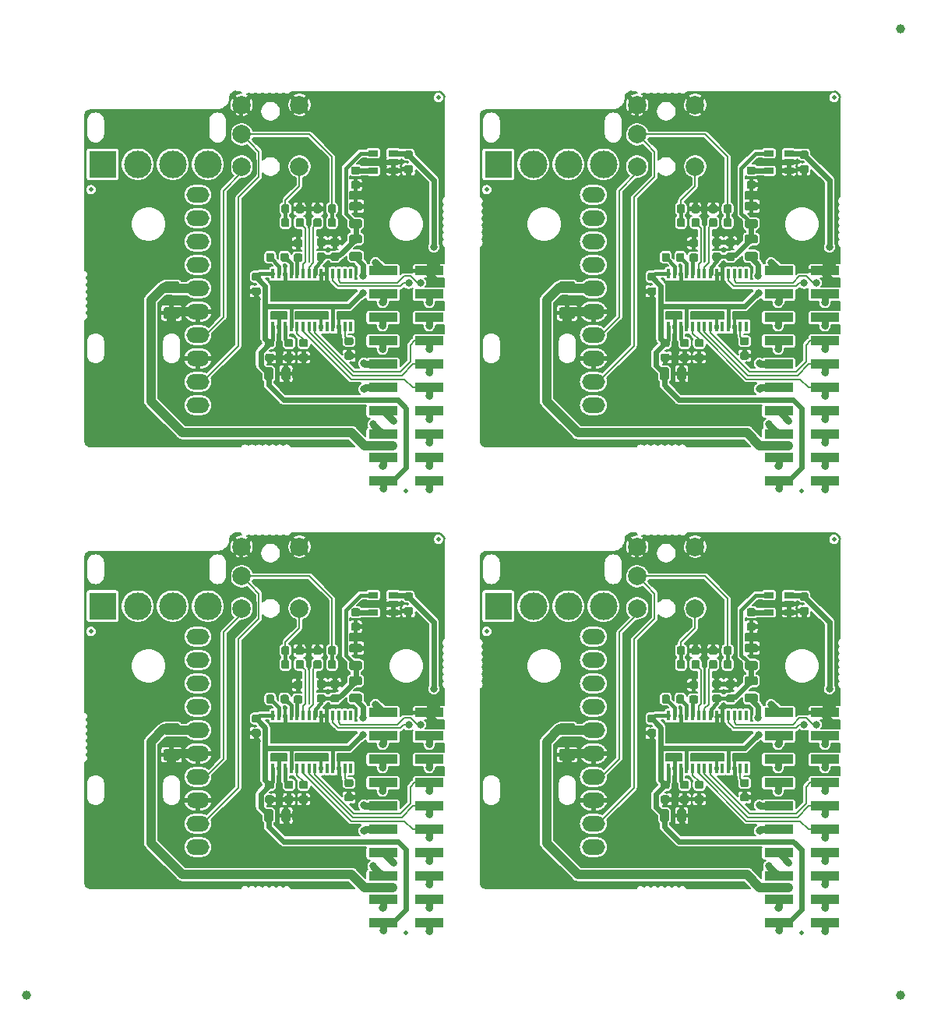
<source format=gbl>
G04 #@! TF.GenerationSoftware,KiCad,Pcbnew,5.1.0*
G04 #@! TF.CreationDate,2019-04-12T15:20:19+02:00*
G04 #@! TF.ProjectId,output.KXKM_audio_board_for_ESP32_PANEL,6f757470-7574-42e4-9b58-4b4d5f617564,1.0*
G04 #@! TF.SameCoordinates,PX5f5e100PY8f0d180*
G04 #@! TF.FileFunction,Copper,L2,Bot*
G04 #@! TF.FilePolarity,Positive*
%FSLAX46Y46*%
G04 Gerber Fmt 4.6, Leading zero omitted, Abs format (unit mm)*
G04 Created by KiCad (PCBNEW 5.1.0) date 2019-04-12 15:20:19*
%MOMM*%
%LPD*%
G04 APERTURE LIST*
%ADD10C,0.100000*%
%ADD11C,1.250000*%
%ADD12O,2.500000X1.700000*%
%ADD13C,0.875000*%
%ADD14C,0.975000*%
%ADD15R,3.150000X1.000000*%
%ADD16C,0.500000*%
%ADD17C,2.000000*%
%ADD18R,0.400000X1.100000*%
%ADD19R,2.999740X2.999740*%
%ADD20C,2.999740*%
%ADD21R,1.060000X0.650000*%
%ADD22C,1.000000*%
%ADD23C,0.800000*%
%ADD24C,0.600000*%
%ADD25C,0.800000*%
%ADD26C,0.400000*%
%ADD27C,0.200000*%
%ADD28C,1.000000*%
G04 APERTURE END LIST*
D10*
G36*
X61399504Y76723796D02*
G01*
X61423773Y76720196D01*
X61447571Y76714235D01*
X61470671Y76705970D01*
X61492849Y76695480D01*
X61513893Y76682867D01*
X61533598Y76668253D01*
X61551777Y76651777D01*
X61568253Y76633598D01*
X61582867Y76613893D01*
X61595480Y76592849D01*
X61605970Y76570671D01*
X61614235Y76547571D01*
X61620196Y76523773D01*
X61623796Y76499504D01*
X61625000Y76475000D01*
X61625000Y75725000D01*
X61623796Y75700496D01*
X61620196Y75676227D01*
X61614235Y75652429D01*
X61605970Y75629329D01*
X61595480Y75607151D01*
X61582867Y75586107D01*
X61568253Y75566402D01*
X61551777Y75548223D01*
X61533598Y75531747D01*
X61513893Y75517133D01*
X61492849Y75504520D01*
X61470671Y75494030D01*
X61447571Y75485765D01*
X61423773Y75479804D01*
X61399504Y75476204D01*
X61375000Y75475000D01*
X60125000Y75475000D01*
X60100496Y75476204D01*
X60076227Y75479804D01*
X60052429Y75485765D01*
X60029329Y75494030D01*
X60007151Y75504520D01*
X59986107Y75517133D01*
X59966402Y75531747D01*
X59948223Y75548223D01*
X59931747Y75566402D01*
X59917133Y75586107D01*
X59904520Y75607151D01*
X59894030Y75629329D01*
X59885765Y75652429D01*
X59879804Y75676227D01*
X59876204Y75700496D01*
X59875000Y75725000D01*
X59875000Y76475000D01*
X59876204Y76499504D01*
X59879804Y76523773D01*
X59885765Y76547571D01*
X59894030Y76570671D01*
X59904520Y76592849D01*
X59917133Y76613893D01*
X59931747Y76633598D01*
X59948223Y76651777D01*
X59966402Y76668253D01*
X59986107Y76682867D01*
X60007151Y76695480D01*
X60029329Y76705970D01*
X60052429Y76714235D01*
X60076227Y76720196D01*
X60100496Y76723796D01*
X60125000Y76725000D01*
X61375000Y76725000D01*
X61399504Y76723796D01*
X61399504Y76723796D01*
G37*
D11*
X60750000Y76100000D03*
D10*
G36*
X61399504Y79523796D02*
G01*
X61423773Y79520196D01*
X61447571Y79514235D01*
X61470671Y79505970D01*
X61492849Y79495480D01*
X61513893Y79482867D01*
X61533598Y79468253D01*
X61551777Y79451777D01*
X61568253Y79433598D01*
X61582867Y79413893D01*
X61595480Y79392849D01*
X61605970Y79370671D01*
X61614235Y79347571D01*
X61620196Y79323773D01*
X61623796Y79299504D01*
X61625000Y79275000D01*
X61625000Y78525000D01*
X61623796Y78500496D01*
X61620196Y78476227D01*
X61614235Y78452429D01*
X61605970Y78429329D01*
X61595480Y78407151D01*
X61582867Y78386107D01*
X61568253Y78366402D01*
X61551777Y78348223D01*
X61533598Y78331747D01*
X61513893Y78317133D01*
X61492849Y78304520D01*
X61470671Y78294030D01*
X61447571Y78285765D01*
X61423773Y78279804D01*
X61399504Y78276204D01*
X61375000Y78275000D01*
X60125000Y78275000D01*
X60100496Y78276204D01*
X60076227Y78279804D01*
X60052429Y78285765D01*
X60029329Y78294030D01*
X60007151Y78304520D01*
X59986107Y78317133D01*
X59966402Y78331747D01*
X59948223Y78348223D01*
X59931747Y78366402D01*
X59917133Y78386107D01*
X59904520Y78407151D01*
X59894030Y78429329D01*
X59885765Y78452429D01*
X59879804Y78476227D01*
X59876204Y78500496D01*
X59875000Y78525000D01*
X59875000Y79275000D01*
X59876204Y79299504D01*
X59879804Y79323773D01*
X59885765Y79347571D01*
X59894030Y79370671D01*
X59904520Y79392849D01*
X59917133Y79413893D01*
X59931747Y79433598D01*
X59948223Y79451777D01*
X59966402Y79468253D01*
X59986107Y79482867D01*
X60007151Y79495480D01*
X60029329Y79505970D01*
X60052429Y79514235D01*
X60076227Y79520196D01*
X60100496Y79523796D01*
X60125000Y79525000D01*
X61375000Y79525000D01*
X61399504Y79523796D01*
X61399504Y79523796D01*
G37*
D11*
X60750000Y78900000D03*
D12*
X63600000Y66070000D03*
X63600000Y68610000D03*
X63600000Y71150000D03*
X63600000Y73690000D03*
X63600000Y76230000D03*
X63600000Y78770000D03*
X63600000Y81310000D03*
X63600000Y83850000D03*
X63600000Y86390000D03*
X63600000Y88930000D03*
D10*
G36*
X73352691Y87893947D02*
G01*
X73373926Y87890797D01*
X73394750Y87885581D01*
X73414962Y87878349D01*
X73434368Y87869170D01*
X73452781Y87858134D01*
X73470024Y87845346D01*
X73485930Y87830930D01*
X73500346Y87815024D01*
X73513134Y87797781D01*
X73524170Y87779368D01*
X73533349Y87759962D01*
X73540581Y87739750D01*
X73545797Y87718926D01*
X73548947Y87697691D01*
X73550000Y87676250D01*
X73550000Y87163750D01*
X73548947Y87142309D01*
X73545797Y87121074D01*
X73540581Y87100250D01*
X73533349Y87080038D01*
X73524170Y87060632D01*
X73513134Y87042219D01*
X73500346Y87024976D01*
X73485930Y87009070D01*
X73470024Y86994654D01*
X73452781Y86981866D01*
X73434368Y86970830D01*
X73414962Y86961651D01*
X73394750Y86954419D01*
X73373926Y86949203D01*
X73352691Y86946053D01*
X73331250Y86945000D01*
X72893750Y86945000D01*
X72872309Y86946053D01*
X72851074Y86949203D01*
X72830250Y86954419D01*
X72810038Y86961651D01*
X72790632Y86970830D01*
X72772219Y86981866D01*
X72754976Y86994654D01*
X72739070Y87009070D01*
X72724654Y87024976D01*
X72711866Y87042219D01*
X72700830Y87060632D01*
X72691651Y87080038D01*
X72684419Y87100250D01*
X72679203Y87121074D01*
X72676053Y87142309D01*
X72675000Y87163750D01*
X72675000Y87676250D01*
X72676053Y87697691D01*
X72679203Y87718926D01*
X72684419Y87739750D01*
X72691651Y87759962D01*
X72700830Y87779368D01*
X72711866Y87797781D01*
X72724654Y87815024D01*
X72739070Y87830930D01*
X72754976Y87845346D01*
X72772219Y87858134D01*
X72790632Y87869170D01*
X72810038Y87878349D01*
X72830250Y87885581D01*
X72851074Y87890797D01*
X72872309Y87893947D01*
X72893750Y87895000D01*
X73331250Y87895000D01*
X73352691Y87893947D01*
X73352691Y87893947D01*
G37*
D13*
X73112500Y87420000D03*
D10*
G36*
X74927691Y87893947D02*
G01*
X74948926Y87890797D01*
X74969750Y87885581D01*
X74989962Y87878349D01*
X75009368Y87869170D01*
X75027781Y87858134D01*
X75045024Y87845346D01*
X75060930Y87830930D01*
X75075346Y87815024D01*
X75088134Y87797781D01*
X75099170Y87779368D01*
X75108349Y87759962D01*
X75115581Y87739750D01*
X75120797Y87718926D01*
X75123947Y87697691D01*
X75125000Y87676250D01*
X75125000Y87163750D01*
X75123947Y87142309D01*
X75120797Y87121074D01*
X75115581Y87100250D01*
X75108349Y87080038D01*
X75099170Y87060632D01*
X75088134Y87042219D01*
X75075346Y87024976D01*
X75060930Y87009070D01*
X75045024Y86994654D01*
X75027781Y86981866D01*
X75009368Y86970830D01*
X74989962Y86961651D01*
X74969750Y86954419D01*
X74948926Y86949203D01*
X74927691Y86946053D01*
X74906250Y86945000D01*
X74468750Y86945000D01*
X74447309Y86946053D01*
X74426074Y86949203D01*
X74405250Y86954419D01*
X74385038Y86961651D01*
X74365632Y86970830D01*
X74347219Y86981866D01*
X74329976Y86994654D01*
X74314070Y87009070D01*
X74299654Y87024976D01*
X74286866Y87042219D01*
X74275830Y87060632D01*
X74266651Y87080038D01*
X74259419Y87100250D01*
X74254203Y87121074D01*
X74251053Y87142309D01*
X74250000Y87163750D01*
X74250000Y87676250D01*
X74251053Y87697691D01*
X74254203Y87718926D01*
X74259419Y87739750D01*
X74266651Y87759962D01*
X74275830Y87779368D01*
X74286866Y87797781D01*
X74299654Y87815024D01*
X74314070Y87830930D01*
X74329976Y87845346D01*
X74347219Y87858134D01*
X74365632Y87869170D01*
X74385038Y87878349D01*
X74405250Y87885581D01*
X74426074Y87890797D01*
X74447309Y87893947D01*
X74468750Y87895000D01*
X74906250Y87895000D01*
X74927691Y87893947D01*
X74927691Y87893947D01*
G37*
D13*
X74687500Y87420000D03*
D10*
G36*
X78427691Y87893947D02*
G01*
X78448926Y87890797D01*
X78469750Y87885581D01*
X78489962Y87878349D01*
X78509368Y87869170D01*
X78527781Y87858134D01*
X78545024Y87845346D01*
X78560930Y87830930D01*
X78575346Y87815024D01*
X78588134Y87797781D01*
X78599170Y87779368D01*
X78608349Y87759962D01*
X78615581Y87739750D01*
X78620797Y87718926D01*
X78623947Y87697691D01*
X78625000Y87676250D01*
X78625000Y87163750D01*
X78623947Y87142309D01*
X78620797Y87121074D01*
X78615581Y87100250D01*
X78608349Y87080038D01*
X78599170Y87060632D01*
X78588134Y87042219D01*
X78575346Y87024976D01*
X78560930Y87009070D01*
X78545024Y86994654D01*
X78527781Y86981866D01*
X78509368Y86970830D01*
X78489962Y86961651D01*
X78469750Y86954419D01*
X78448926Y86949203D01*
X78427691Y86946053D01*
X78406250Y86945000D01*
X77968750Y86945000D01*
X77947309Y86946053D01*
X77926074Y86949203D01*
X77905250Y86954419D01*
X77885038Y86961651D01*
X77865632Y86970830D01*
X77847219Y86981866D01*
X77829976Y86994654D01*
X77814070Y87009070D01*
X77799654Y87024976D01*
X77786866Y87042219D01*
X77775830Y87060632D01*
X77766651Y87080038D01*
X77759419Y87100250D01*
X77754203Y87121074D01*
X77751053Y87142309D01*
X77750000Y87163750D01*
X77750000Y87676250D01*
X77751053Y87697691D01*
X77754203Y87718926D01*
X77759419Y87739750D01*
X77766651Y87759962D01*
X77775830Y87779368D01*
X77786866Y87797781D01*
X77799654Y87815024D01*
X77814070Y87830930D01*
X77829976Y87845346D01*
X77847219Y87858134D01*
X77865632Y87869170D01*
X77885038Y87878349D01*
X77905250Y87885581D01*
X77926074Y87890797D01*
X77947309Y87893947D01*
X77968750Y87895000D01*
X78406250Y87895000D01*
X78427691Y87893947D01*
X78427691Y87893947D01*
G37*
D13*
X78187500Y87420000D03*
D10*
G36*
X76852691Y87893947D02*
G01*
X76873926Y87890797D01*
X76894750Y87885581D01*
X76914962Y87878349D01*
X76934368Y87869170D01*
X76952781Y87858134D01*
X76970024Y87845346D01*
X76985930Y87830930D01*
X77000346Y87815024D01*
X77013134Y87797781D01*
X77024170Y87779368D01*
X77033349Y87759962D01*
X77040581Y87739750D01*
X77045797Y87718926D01*
X77048947Y87697691D01*
X77050000Y87676250D01*
X77050000Y87163750D01*
X77048947Y87142309D01*
X77045797Y87121074D01*
X77040581Y87100250D01*
X77033349Y87080038D01*
X77024170Y87060632D01*
X77013134Y87042219D01*
X77000346Y87024976D01*
X76985930Y87009070D01*
X76970024Y86994654D01*
X76952781Y86981866D01*
X76934368Y86970830D01*
X76914962Y86961651D01*
X76894750Y86954419D01*
X76873926Y86949203D01*
X76852691Y86946053D01*
X76831250Y86945000D01*
X76393750Y86945000D01*
X76372309Y86946053D01*
X76351074Y86949203D01*
X76330250Y86954419D01*
X76310038Y86961651D01*
X76290632Y86970830D01*
X76272219Y86981866D01*
X76254976Y86994654D01*
X76239070Y87009070D01*
X76224654Y87024976D01*
X76211866Y87042219D01*
X76200830Y87060632D01*
X76191651Y87080038D01*
X76184419Y87100250D01*
X76179203Y87121074D01*
X76176053Y87142309D01*
X76175000Y87163750D01*
X76175000Y87676250D01*
X76176053Y87697691D01*
X76179203Y87718926D01*
X76184419Y87739750D01*
X76191651Y87759962D01*
X76200830Y87779368D01*
X76211866Y87797781D01*
X76224654Y87815024D01*
X76239070Y87830930D01*
X76254976Y87845346D01*
X76272219Y87858134D01*
X76290632Y87869170D01*
X76310038Y87878349D01*
X76330250Y87885581D01*
X76351074Y87890797D01*
X76372309Y87893947D01*
X76393750Y87895000D01*
X76831250Y87895000D01*
X76852691Y87893947D01*
X76852691Y87893947D01*
G37*
D13*
X76612500Y87420000D03*
D10*
G36*
X71580142Y70198826D02*
G01*
X71603803Y70195316D01*
X71627007Y70189504D01*
X71649529Y70181446D01*
X71671153Y70171218D01*
X71691670Y70158921D01*
X71710883Y70144671D01*
X71728607Y70128607D01*
X71744671Y70110883D01*
X71758921Y70091670D01*
X71771218Y70071153D01*
X71781446Y70049529D01*
X71789504Y70027007D01*
X71795316Y70003803D01*
X71798826Y69980142D01*
X71800000Y69956250D01*
X71800000Y69043750D01*
X71798826Y69019858D01*
X71795316Y68996197D01*
X71789504Y68972993D01*
X71781446Y68950471D01*
X71771218Y68928847D01*
X71758921Y68908330D01*
X71744671Y68889117D01*
X71728607Y68871393D01*
X71710883Y68855329D01*
X71691670Y68841079D01*
X71671153Y68828782D01*
X71649529Y68818554D01*
X71627007Y68810496D01*
X71603803Y68804684D01*
X71580142Y68801174D01*
X71556250Y68800000D01*
X71068750Y68800000D01*
X71044858Y68801174D01*
X71021197Y68804684D01*
X70997993Y68810496D01*
X70975471Y68818554D01*
X70953847Y68828782D01*
X70933330Y68841079D01*
X70914117Y68855329D01*
X70896393Y68871393D01*
X70880329Y68889117D01*
X70866079Y68908330D01*
X70853782Y68928847D01*
X70843554Y68950471D01*
X70835496Y68972993D01*
X70829684Y68996197D01*
X70826174Y69019858D01*
X70825000Y69043750D01*
X70825000Y69956250D01*
X70826174Y69980142D01*
X70829684Y70003803D01*
X70835496Y70027007D01*
X70843554Y70049529D01*
X70853782Y70071153D01*
X70866079Y70091670D01*
X70880329Y70110883D01*
X70896393Y70128607D01*
X70914117Y70144671D01*
X70933330Y70158921D01*
X70953847Y70171218D01*
X70975471Y70181446D01*
X70997993Y70189504D01*
X71021197Y70195316D01*
X71044858Y70198826D01*
X71068750Y70200000D01*
X71556250Y70200000D01*
X71580142Y70198826D01*
X71580142Y70198826D01*
G37*
D14*
X71312500Y69500000D03*
D10*
G36*
X73455142Y70198826D02*
G01*
X73478803Y70195316D01*
X73502007Y70189504D01*
X73524529Y70181446D01*
X73546153Y70171218D01*
X73566670Y70158921D01*
X73585883Y70144671D01*
X73603607Y70128607D01*
X73619671Y70110883D01*
X73633921Y70091670D01*
X73646218Y70071153D01*
X73656446Y70049529D01*
X73664504Y70027007D01*
X73670316Y70003803D01*
X73673826Y69980142D01*
X73675000Y69956250D01*
X73675000Y69043750D01*
X73673826Y69019858D01*
X73670316Y68996197D01*
X73664504Y68972993D01*
X73656446Y68950471D01*
X73646218Y68928847D01*
X73633921Y68908330D01*
X73619671Y68889117D01*
X73603607Y68871393D01*
X73585883Y68855329D01*
X73566670Y68841079D01*
X73546153Y68828782D01*
X73524529Y68818554D01*
X73502007Y68810496D01*
X73478803Y68804684D01*
X73455142Y68801174D01*
X73431250Y68800000D01*
X72943750Y68800000D01*
X72919858Y68801174D01*
X72896197Y68804684D01*
X72872993Y68810496D01*
X72850471Y68818554D01*
X72828847Y68828782D01*
X72808330Y68841079D01*
X72789117Y68855329D01*
X72771393Y68871393D01*
X72755329Y68889117D01*
X72741079Y68908330D01*
X72728782Y68928847D01*
X72718554Y68950471D01*
X72710496Y68972993D01*
X72704684Y68996197D01*
X72701174Y69019858D01*
X72700000Y69043750D01*
X72700000Y69956250D01*
X72701174Y69980142D01*
X72704684Y70003803D01*
X72710496Y70027007D01*
X72718554Y70049529D01*
X72728782Y70071153D01*
X72741079Y70091670D01*
X72755329Y70110883D01*
X72771393Y70128607D01*
X72789117Y70144671D01*
X72808330Y70158921D01*
X72828847Y70171218D01*
X72850471Y70181446D01*
X72872993Y70189504D01*
X72896197Y70195316D01*
X72919858Y70198826D01*
X72943750Y70200000D01*
X73431250Y70200000D01*
X73455142Y70198826D01*
X73455142Y70198826D01*
G37*
D14*
X73187500Y69500000D03*
D10*
G36*
X81230142Y84623826D02*
G01*
X81253803Y84620316D01*
X81277007Y84614504D01*
X81299529Y84606446D01*
X81321153Y84596218D01*
X81341670Y84583921D01*
X81360883Y84569671D01*
X81378607Y84553607D01*
X81394671Y84535883D01*
X81408921Y84516670D01*
X81421218Y84496153D01*
X81431446Y84474529D01*
X81439504Y84452007D01*
X81445316Y84428803D01*
X81448826Y84405142D01*
X81450000Y84381250D01*
X81450000Y83893750D01*
X81448826Y83869858D01*
X81445316Y83846197D01*
X81439504Y83822993D01*
X81431446Y83800471D01*
X81421218Y83778847D01*
X81408921Y83758330D01*
X81394671Y83739117D01*
X81378607Y83721393D01*
X81360883Y83705329D01*
X81341670Y83691079D01*
X81321153Y83678782D01*
X81299529Y83668554D01*
X81277007Y83660496D01*
X81253803Y83654684D01*
X81230142Y83651174D01*
X81206250Y83650000D01*
X80293750Y83650000D01*
X80269858Y83651174D01*
X80246197Y83654684D01*
X80222993Y83660496D01*
X80200471Y83668554D01*
X80178847Y83678782D01*
X80158330Y83691079D01*
X80139117Y83705329D01*
X80121393Y83721393D01*
X80105329Y83739117D01*
X80091079Y83758330D01*
X80078782Y83778847D01*
X80068554Y83800471D01*
X80060496Y83822993D01*
X80054684Y83846197D01*
X80051174Y83869858D01*
X80050000Y83893750D01*
X80050000Y84381250D01*
X80051174Y84405142D01*
X80054684Y84428803D01*
X80060496Y84452007D01*
X80068554Y84474529D01*
X80078782Y84496153D01*
X80091079Y84516670D01*
X80105329Y84535883D01*
X80121393Y84553607D01*
X80139117Y84569671D01*
X80158330Y84583921D01*
X80178847Y84596218D01*
X80200471Y84606446D01*
X80222993Y84614504D01*
X80246197Y84620316D01*
X80269858Y84623826D01*
X80293750Y84625000D01*
X81206250Y84625000D01*
X81230142Y84623826D01*
X81230142Y84623826D01*
G37*
D14*
X80750000Y84137500D03*
D10*
G36*
X81230142Y82748826D02*
G01*
X81253803Y82745316D01*
X81277007Y82739504D01*
X81299529Y82731446D01*
X81321153Y82721218D01*
X81341670Y82708921D01*
X81360883Y82694671D01*
X81378607Y82678607D01*
X81394671Y82660883D01*
X81408921Y82641670D01*
X81421218Y82621153D01*
X81431446Y82599529D01*
X81439504Y82577007D01*
X81445316Y82553803D01*
X81448826Y82530142D01*
X81450000Y82506250D01*
X81450000Y82018750D01*
X81448826Y81994858D01*
X81445316Y81971197D01*
X81439504Y81947993D01*
X81431446Y81925471D01*
X81421218Y81903847D01*
X81408921Y81883330D01*
X81394671Y81864117D01*
X81378607Y81846393D01*
X81360883Y81830329D01*
X81341670Y81816079D01*
X81321153Y81803782D01*
X81299529Y81793554D01*
X81277007Y81785496D01*
X81253803Y81779684D01*
X81230142Y81776174D01*
X81206250Y81775000D01*
X80293750Y81775000D01*
X80269858Y81776174D01*
X80246197Y81779684D01*
X80222993Y81785496D01*
X80200471Y81793554D01*
X80178847Y81803782D01*
X80158330Y81816079D01*
X80139117Y81830329D01*
X80121393Y81846393D01*
X80105329Y81864117D01*
X80091079Y81883330D01*
X80078782Y81903847D01*
X80068554Y81925471D01*
X80060496Y81947993D01*
X80054684Y81971197D01*
X80051174Y81994858D01*
X80050000Y82018750D01*
X80050000Y82506250D01*
X80051174Y82530142D01*
X80054684Y82553803D01*
X80060496Y82577007D01*
X80068554Y82599529D01*
X80078782Y82621153D01*
X80091079Y82641670D01*
X80105329Y82660883D01*
X80121393Y82678607D01*
X80139117Y82694671D01*
X80158330Y82708921D01*
X80178847Y82721218D01*
X80200471Y82731446D01*
X80222993Y82739504D01*
X80246197Y82745316D01*
X80269858Y82748826D01*
X80293750Y82750000D01*
X81206250Y82750000D01*
X81230142Y82748826D01*
X81230142Y82748826D01*
G37*
D14*
X80750000Y82262500D03*
D15*
X83725000Y57820000D03*
X88775000Y57820000D03*
X83725000Y60360000D03*
X88775000Y60360000D03*
X83725000Y62900000D03*
X88775000Y62900000D03*
X83725000Y65440000D03*
X88775000Y65440000D03*
X83725000Y67980000D03*
X88775000Y67980000D03*
X83725000Y70520000D03*
X88775000Y70520000D03*
X83725000Y73060000D03*
X88775000Y73060000D03*
X83725000Y75600000D03*
X88775000Y75600000D03*
X83725000Y78140000D03*
X88775000Y78140000D03*
X83725000Y80680000D03*
X88775000Y80680000D03*
D10*
G36*
X81230142Y86298826D02*
G01*
X81253803Y86295316D01*
X81277007Y86289504D01*
X81299529Y86281446D01*
X81321153Y86271218D01*
X81341670Y86258921D01*
X81360883Y86244671D01*
X81378607Y86228607D01*
X81394671Y86210883D01*
X81408921Y86191670D01*
X81421218Y86171153D01*
X81431446Y86149529D01*
X81439504Y86127007D01*
X81445316Y86103803D01*
X81448826Y86080142D01*
X81450000Y86056250D01*
X81450000Y85568750D01*
X81448826Y85544858D01*
X81445316Y85521197D01*
X81439504Y85497993D01*
X81431446Y85475471D01*
X81421218Y85453847D01*
X81408921Y85433330D01*
X81394671Y85414117D01*
X81378607Y85396393D01*
X81360883Y85380329D01*
X81341670Y85366079D01*
X81321153Y85353782D01*
X81299529Y85343554D01*
X81277007Y85335496D01*
X81253803Y85329684D01*
X81230142Y85326174D01*
X81206250Y85325000D01*
X80293750Y85325000D01*
X80269858Y85326174D01*
X80246197Y85329684D01*
X80222993Y85335496D01*
X80200471Y85343554D01*
X80178847Y85353782D01*
X80158330Y85366079D01*
X80139117Y85380329D01*
X80121393Y85396393D01*
X80105329Y85414117D01*
X80091079Y85433330D01*
X80078782Y85453847D01*
X80068554Y85475471D01*
X80060496Y85497993D01*
X80054684Y85521197D01*
X80051174Y85544858D01*
X80050000Y85568750D01*
X80050000Y86056250D01*
X80051174Y86080142D01*
X80054684Y86103803D01*
X80060496Y86127007D01*
X80068554Y86149529D01*
X80078782Y86171153D01*
X80091079Y86191670D01*
X80105329Y86210883D01*
X80121393Y86228607D01*
X80139117Y86244671D01*
X80158330Y86258921D01*
X80178847Y86271218D01*
X80200471Y86281446D01*
X80222993Y86289504D01*
X80246197Y86295316D01*
X80269858Y86298826D01*
X80293750Y86300000D01*
X81206250Y86300000D01*
X81230142Y86298826D01*
X81230142Y86298826D01*
G37*
D14*
X80750000Y85812500D03*
D10*
G36*
X81230142Y88173826D02*
G01*
X81253803Y88170316D01*
X81277007Y88164504D01*
X81299529Y88156446D01*
X81321153Y88146218D01*
X81341670Y88133921D01*
X81360883Y88119671D01*
X81378607Y88103607D01*
X81394671Y88085883D01*
X81408921Y88066670D01*
X81421218Y88046153D01*
X81431446Y88024529D01*
X81439504Y88002007D01*
X81445316Y87978803D01*
X81448826Y87955142D01*
X81450000Y87931250D01*
X81450000Y87443750D01*
X81448826Y87419858D01*
X81445316Y87396197D01*
X81439504Y87372993D01*
X81431446Y87350471D01*
X81421218Y87328847D01*
X81408921Y87308330D01*
X81394671Y87289117D01*
X81378607Y87271393D01*
X81360883Y87255329D01*
X81341670Y87241079D01*
X81321153Y87228782D01*
X81299529Y87218554D01*
X81277007Y87210496D01*
X81253803Y87204684D01*
X81230142Y87201174D01*
X81206250Y87200000D01*
X80293750Y87200000D01*
X80269858Y87201174D01*
X80246197Y87204684D01*
X80222993Y87210496D01*
X80200471Y87218554D01*
X80178847Y87228782D01*
X80158330Y87241079D01*
X80139117Y87255329D01*
X80121393Y87271393D01*
X80105329Y87289117D01*
X80091079Y87308330D01*
X80078782Y87328847D01*
X80068554Y87350471D01*
X80060496Y87372993D01*
X80054684Y87396197D01*
X80051174Y87419858D01*
X80050000Y87443750D01*
X80050000Y87931250D01*
X80051174Y87955142D01*
X80054684Y87978803D01*
X80060496Y88002007D01*
X80068554Y88024529D01*
X80078782Y88046153D01*
X80091079Y88066670D01*
X80105329Y88085883D01*
X80121393Y88103607D01*
X80139117Y88119671D01*
X80158330Y88133921D01*
X80178847Y88146218D01*
X80200471Y88156446D01*
X80222993Y88164504D01*
X80246197Y88170316D01*
X80269858Y88173826D01*
X80293750Y88175000D01*
X81206250Y88175000D01*
X81230142Y88173826D01*
X81230142Y88173826D01*
G37*
D14*
X80750000Y87687500D03*
D16*
X86250000Y56750000D03*
D10*
G36*
X71677691Y73273947D02*
G01*
X71698926Y73270797D01*
X71719750Y73265581D01*
X71739962Y73258349D01*
X71759368Y73249170D01*
X71777781Y73238134D01*
X71795024Y73225346D01*
X71810930Y73210930D01*
X71825346Y73195024D01*
X71838134Y73177781D01*
X71849170Y73159368D01*
X71858349Y73139962D01*
X71865581Y73119750D01*
X71870797Y73098926D01*
X71873947Y73077691D01*
X71875000Y73056250D01*
X71875000Y72618750D01*
X71873947Y72597309D01*
X71870797Y72576074D01*
X71865581Y72555250D01*
X71858349Y72535038D01*
X71849170Y72515632D01*
X71838134Y72497219D01*
X71825346Y72479976D01*
X71810930Y72464070D01*
X71795024Y72449654D01*
X71777781Y72436866D01*
X71759368Y72425830D01*
X71739962Y72416651D01*
X71719750Y72409419D01*
X71698926Y72404203D01*
X71677691Y72401053D01*
X71656250Y72400000D01*
X71143750Y72400000D01*
X71122309Y72401053D01*
X71101074Y72404203D01*
X71080250Y72409419D01*
X71060038Y72416651D01*
X71040632Y72425830D01*
X71022219Y72436866D01*
X71004976Y72449654D01*
X70989070Y72464070D01*
X70974654Y72479976D01*
X70961866Y72497219D01*
X70950830Y72515632D01*
X70941651Y72535038D01*
X70934419Y72555250D01*
X70929203Y72576074D01*
X70926053Y72597309D01*
X70925000Y72618750D01*
X70925000Y73056250D01*
X70926053Y73077691D01*
X70929203Y73098926D01*
X70934419Y73119750D01*
X70941651Y73139962D01*
X70950830Y73159368D01*
X70961866Y73177781D01*
X70974654Y73195024D01*
X70989070Y73210930D01*
X71004976Y73225346D01*
X71022219Y73238134D01*
X71040632Y73249170D01*
X71060038Y73258349D01*
X71080250Y73265581D01*
X71101074Y73270797D01*
X71122309Y73273947D01*
X71143750Y73275000D01*
X71656250Y73275000D01*
X71677691Y73273947D01*
X71677691Y73273947D01*
G37*
D13*
X71400000Y72837500D03*
D10*
G36*
X71677691Y71698947D02*
G01*
X71698926Y71695797D01*
X71719750Y71690581D01*
X71739962Y71683349D01*
X71759368Y71674170D01*
X71777781Y71663134D01*
X71795024Y71650346D01*
X71810930Y71635930D01*
X71825346Y71620024D01*
X71838134Y71602781D01*
X71849170Y71584368D01*
X71858349Y71564962D01*
X71865581Y71544750D01*
X71870797Y71523926D01*
X71873947Y71502691D01*
X71875000Y71481250D01*
X71875000Y71043750D01*
X71873947Y71022309D01*
X71870797Y71001074D01*
X71865581Y70980250D01*
X71858349Y70960038D01*
X71849170Y70940632D01*
X71838134Y70922219D01*
X71825346Y70904976D01*
X71810930Y70889070D01*
X71795024Y70874654D01*
X71777781Y70861866D01*
X71759368Y70850830D01*
X71739962Y70841651D01*
X71719750Y70834419D01*
X71698926Y70829203D01*
X71677691Y70826053D01*
X71656250Y70825000D01*
X71143750Y70825000D01*
X71122309Y70826053D01*
X71101074Y70829203D01*
X71080250Y70834419D01*
X71060038Y70841651D01*
X71040632Y70850830D01*
X71022219Y70861866D01*
X71004976Y70874654D01*
X70989070Y70889070D01*
X70974654Y70904976D01*
X70961866Y70922219D01*
X70950830Y70940632D01*
X70941651Y70960038D01*
X70934419Y70980250D01*
X70929203Y71001074D01*
X70926053Y71022309D01*
X70925000Y71043750D01*
X70925000Y71481250D01*
X70926053Y71502691D01*
X70929203Y71523926D01*
X70934419Y71544750D01*
X70941651Y71564962D01*
X70950830Y71584368D01*
X70961866Y71602781D01*
X70974654Y71620024D01*
X70989070Y71635930D01*
X71004976Y71650346D01*
X71022219Y71663134D01*
X71040632Y71674170D01*
X71060038Y71683349D01*
X71080250Y71690581D01*
X71101074Y71695797D01*
X71122309Y71698947D01*
X71143750Y71700000D01*
X71656250Y71700000D01*
X71677691Y71698947D01*
X71677691Y71698947D01*
G37*
D13*
X71400000Y71262500D03*
D17*
X68350000Y98700000D03*
X74650000Y98700000D03*
X68350000Y95500000D03*
X68350000Y92000000D03*
X74650000Y92000000D03*
D10*
G36*
X75377691Y73273947D02*
G01*
X75398926Y73270797D01*
X75419750Y73265581D01*
X75439962Y73258349D01*
X75459368Y73249170D01*
X75477781Y73238134D01*
X75495024Y73225346D01*
X75510930Y73210930D01*
X75525346Y73195024D01*
X75538134Y73177781D01*
X75549170Y73159368D01*
X75558349Y73139962D01*
X75565581Y73119750D01*
X75570797Y73098926D01*
X75573947Y73077691D01*
X75575000Y73056250D01*
X75575000Y72618750D01*
X75573947Y72597309D01*
X75570797Y72576074D01*
X75565581Y72555250D01*
X75558349Y72535038D01*
X75549170Y72515632D01*
X75538134Y72497219D01*
X75525346Y72479976D01*
X75510930Y72464070D01*
X75495024Y72449654D01*
X75477781Y72436866D01*
X75459368Y72425830D01*
X75439962Y72416651D01*
X75419750Y72409419D01*
X75398926Y72404203D01*
X75377691Y72401053D01*
X75356250Y72400000D01*
X74843750Y72400000D01*
X74822309Y72401053D01*
X74801074Y72404203D01*
X74780250Y72409419D01*
X74760038Y72416651D01*
X74740632Y72425830D01*
X74722219Y72436866D01*
X74704976Y72449654D01*
X74689070Y72464070D01*
X74674654Y72479976D01*
X74661866Y72497219D01*
X74650830Y72515632D01*
X74641651Y72535038D01*
X74634419Y72555250D01*
X74629203Y72576074D01*
X74626053Y72597309D01*
X74625000Y72618750D01*
X74625000Y73056250D01*
X74626053Y73077691D01*
X74629203Y73098926D01*
X74634419Y73119750D01*
X74641651Y73139962D01*
X74650830Y73159368D01*
X74661866Y73177781D01*
X74674654Y73195024D01*
X74689070Y73210930D01*
X74704976Y73225346D01*
X74722219Y73238134D01*
X74740632Y73249170D01*
X74760038Y73258349D01*
X74780250Y73265581D01*
X74801074Y73270797D01*
X74822309Y73273947D01*
X74843750Y73275000D01*
X75356250Y73275000D01*
X75377691Y73273947D01*
X75377691Y73273947D01*
G37*
D13*
X75100000Y72837500D03*
D10*
G36*
X75377691Y71698947D02*
G01*
X75398926Y71695797D01*
X75419750Y71690581D01*
X75439962Y71683349D01*
X75459368Y71674170D01*
X75477781Y71663134D01*
X75495024Y71650346D01*
X75510930Y71635930D01*
X75525346Y71620024D01*
X75538134Y71602781D01*
X75549170Y71584368D01*
X75558349Y71564962D01*
X75565581Y71544750D01*
X75570797Y71523926D01*
X75573947Y71502691D01*
X75575000Y71481250D01*
X75575000Y71043750D01*
X75573947Y71022309D01*
X75570797Y71001074D01*
X75565581Y70980250D01*
X75558349Y70960038D01*
X75549170Y70940632D01*
X75538134Y70922219D01*
X75525346Y70904976D01*
X75510930Y70889070D01*
X75495024Y70874654D01*
X75477781Y70861866D01*
X75459368Y70850830D01*
X75439962Y70841651D01*
X75419750Y70834419D01*
X75398926Y70829203D01*
X75377691Y70826053D01*
X75356250Y70825000D01*
X74843750Y70825000D01*
X74822309Y70826053D01*
X74801074Y70829203D01*
X74780250Y70834419D01*
X74760038Y70841651D01*
X74740632Y70850830D01*
X74722219Y70861866D01*
X74704976Y70874654D01*
X74689070Y70889070D01*
X74674654Y70904976D01*
X74661866Y70922219D01*
X74650830Y70940632D01*
X74641651Y70960038D01*
X74634419Y70980250D01*
X74629203Y71001074D01*
X74626053Y71022309D01*
X74625000Y71043750D01*
X74625000Y71481250D01*
X74626053Y71502691D01*
X74629203Y71523926D01*
X74634419Y71544750D01*
X74641651Y71564962D01*
X74650830Y71584368D01*
X74661866Y71602781D01*
X74674654Y71620024D01*
X74689070Y71635930D01*
X74704976Y71650346D01*
X74722219Y71663134D01*
X74740632Y71674170D01*
X74760038Y71683349D01*
X74780250Y71690581D01*
X74801074Y71695797D01*
X74822309Y71698947D01*
X74843750Y71700000D01*
X75356250Y71700000D01*
X75377691Y71698947D01*
X75377691Y71698947D01*
G37*
D13*
X75100000Y71262500D03*
D18*
X71775000Y80350000D03*
X72425000Y80350000D03*
X73075000Y80350000D03*
X73725000Y80350000D03*
X74375000Y80350000D03*
X75025000Y80350000D03*
X75675000Y80350000D03*
X76325000Y80350000D03*
X76975000Y80350000D03*
X77625000Y80350000D03*
X78275000Y80350000D03*
X78925000Y80350000D03*
X79575000Y80350000D03*
X80225000Y80350000D03*
X80225000Y74650000D03*
X79575000Y74650000D03*
X78925000Y74650000D03*
X78275000Y74650000D03*
X77625000Y74650000D03*
X76975000Y74650000D03*
X76325000Y74650000D03*
X75675000Y74650000D03*
X75025000Y74650000D03*
X74375000Y74650000D03*
X73725000Y74650000D03*
X73075000Y74650000D03*
X72425000Y74650000D03*
X71775000Y74650000D03*
D16*
X52000000Y89500000D03*
D10*
G36*
X70227691Y80473947D02*
G01*
X70248926Y80470797D01*
X70269750Y80465581D01*
X70289962Y80458349D01*
X70309368Y80449170D01*
X70327781Y80438134D01*
X70345024Y80425346D01*
X70360930Y80410930D01*
X70375346Y80395024D01*
X70388134Y80377781D01*
X70399170Y80359368D01*
X70408349Y80339962D01*
X70415581Y80319750D01*
X70420797Y80298926D01*
X70423947Y80277691D01*
X70425000Y80256250D01*
X70425000Y79818750D01*
X70423947Y79797309D01*
X70420797Y79776074D01*
X70415581Y79755250D01*
X70408349Y79735038D01*
X70399170Y79715632D01*
X70388134Y79697219D01*
X70375346Y79679976D01*
X70360930Y79664070D01*
X70345024Y79649654D01*
X70327781Y79636866D01*
X70309368Y79625830D01*
X70289962Y79616651D01*
X70269750Y79609419D01*
X70248926Y79604203D01*
X70227691Y79601053D01*
X70206250Y79600000D01*
X69693750Y79600000D01*
X69672309Y79601053D01*
X69651074Y79604203D01*
X69630250Y79609419D01*
X69610038Y79616651D01*
X69590632Y79625830D01*
X69572219Y79636866D01*
X69554976Y79649654D01*
X69539070Y79664070D01*
X69524654Y79679976D01*
X69511866Y79697219D01*
X69500830Y79715632D01*
X69491651Y79735038D01*
X69484419Y79755250D01*
X69479203Y79776074D01*
X69476053Y79797309D01*
X69475000Y79818750D01*
X69475000Y80256250D01*
X69476053Y80277691D01*
X69479203Y80298926D01*
X69484419Y80319750D01*
X69491651Y80339962D01*
X69500830Y80359368D01*
X69511866Y80377781D01*
X69524654Y80395024D01*
X69539070Y80410930D01*
X69554976Y80425346D01*
X69572219Y80438134D01*
X69590632Y80449170D01*
X69610038Y80458349D01*
X69630250Y80465581D01*
X69651074Y80470797D01*
X69672309Y80473947D01*
X69693750Y80475000D01*
X70206250Y80475000D01*
X70227691Y80473947D01*
X70227691Y80473947D01*
G37*
D13*
X69950000Y80037500D03*
D10*
G36*
X70227691Y78898947D02*
G01*
X70248926Y78895797D01*
X70269750Y78890581D01*
X70289962Y78883349D01*
X70309368Y78874170D01*
X70327781Y78863134D01*
X70345024Y78850346D01*
X70360930Y78835930D01*
X70375346Y78820024D01*
X70388134Y78802781D01*
X70399170Y78784368D01*
X70408349Y78764962D01*
X70415581Y78744750D01*
X70420797Y78723926D01*
X70423947Y78702691D01*
X70425000Y78681250D01*
X70425000Y78243750D01*
X70423947Y78222309D01*
X70420797Y78201074D01*
X70415581Y78180250D01*
X70408349Y78160038D01*
X70399170Y78140632D01*
X70388134Y78122219D01*
X70375346Y78104976D01*
X70360930Y78089070D01*
X70345024Y78074654D01*
X70327781Y78061866D01*
X70309368Y78050830D01*
X70289962Y78041651D01*
X70269750Y78034419D01*
X70248926Y78029203D01*
X70227691Y78026053D01*
X70206250Y78025000D01*
X69693750Y78025000D01*
X69672309Y78026053D01*
X69651074Y78029203D01*
X69630250Y78034419D01*
X69610038Y78041651D01*
X69590632Y78050830D01*
X69572219Y78061866D01*
X69554976Y78074654D01*
X69539070Y78089070D01*
X69524654Y78104976D01*
X69511866Y78122219D01*
X69500830Y78140632D01*
X69491651Y78160038D01*
X69484419Y78180250D01*
X69479203Y78201074D01*
X69476053Y78222309D01*
X69475000Y78243750D01*
X69475000Y78681250D01*
X69476053Y78702691D01*
X69479203Y78723926D01*
X69484419Y78744750D01*
X69491651Y78764962D01*
X69500830Y78784368D01*
X69511866Y78802781D01*
X69524654Y78820024D01*
X69539070Y78835930D01*
X69554976Y78850346D01*
X69572219Y78863134D01*
X69590632Y78874170D01*
X69610038Y78883349D01*
X69630250Y78890581D01*
X69651074Y78895797D01*
X69672309Y78898947D01*
X69693750Y78900000D01*
X70206250Y78900000D01*
X70227691Y78898947D01*
X70227691Y78898947D01*
G37*
D13*
X69950000Y78462500D03*
D10*
G36*
X78777691Y82648947D02*
G01*
X78798926Y82645797D01*
X78819750Y82640581D01*
X78839962Y82633349D01*
X78859368Y82624170D01*
X78877781Y82613134D01*
X78895024Y82600346D01*
X78910930Y82585930D01*
X78925346Y82570024D01*
X78938134Y82552781D01*
X78949170Y82534368D01*
X78958349Y82514962D01*
X78965581Y82494750D01*
X78970797Y82473926D01*
X78973947Y82452691D01*
X78975000Y82431250D01*
X78975000Y81993750D01*
X78973947Y81972309D01*
X78970797Y81951074D01*
X78965581Y81930250D01*
X78958349Y81910038D01*
X78949170Y81890632D01*
X78938134Y81872219D01*
X78925346Y81854976D01*
X78910930Y81839070D01*
X78895024Y81824654D01*
X78877781Y81811866D01*
X78859368Y81800830D01*
X78839962Y81791651D01*
X78819750Y81784419D01*
X78798926Y81779203D01*
X78777691Y81776053D01*
X78756250Y81775000D01*
X78243750Y81775000D01*
X78222309Y81776053D01*
X78201074Y81779203D01*
X78180250Y81784419D01*
X78160038Y81791651D01*
X78140632Y81800830D01*
X78122219Y81811866D01*
X78104976Y81824654D01*
X78089070Y81839070D01*
X78074654Y81854976D01*
X78061866Y81872219D01*
X78050830Y81890632D01*
X78041651Y81910038D01*
X78034419Y81930250D01*
X78029203Y81951074D01*
X78026053Y81972309D01*
X78025000Y81993750D01*
X78025000Y82431250D01*
X78026053Y82452691D01*
X78029203Y82473926D01*
X78034419Y82494750D01*
X78041651Y82514962D01*
X78050830Y82534368D01*
X78061866Y82552781D01*
X78074654Y82570024D01*
X78089070Y82585930D01*
X78104976Y82600346D01*
X78122219Y82613134D01*
X78140632Y82624170D01*
X78160038Y82633349D01*
X78180250Y82640581D01*
X78201074Y82645797D01*
X78222309Y82648947D01*
X78243750Y82650000D01*
X78756250Y82650000D01*
X78777691Y82648947D01*
X78777691Y82648947D01*
G37*
D13*
X78500000Y82212500D03*
D10*
G36*
X78777691Y84223947D02*
G01*
X78798926Y84220797D01*
X78819750Y84215581D01*
X78839962Y84208349D01*
X78859368Y84199170D01*
X78877781Y84188134D01*
X78895024Y84175346D01*
X78910930Y84160930D01*
X78925346Y84145024D01*
X78938134Y84127781D01*
X78949170Y84109368D01*
X78958349Y84089962D01*
X78965581Y84069750D01*
X78970797Y84048926D01*
X78973947Y84027691D01*
X78975000Y84006250D01*
X78975000Y83568750D01*
X78973947Y83547309D01*
X78970797Y83526074D01*
X78965581Y83505250D01*
X78958349Y83485038D01*
X78949170Y83465632D01*
X78938134Y83447219D01*
X78925346Y83429976D01*
X78910930Y83414070D01*
X78895024Y83399654D01*
X78877781Y83386866D01*
X78859368Y83375830D01*
X78839962Y83366651D01*
X78819750Y83359419D01*
X78798926Y83354203D01*
X78777691Y83351053D01*
X78756250Y83350000D01*
X78243750Y83350000D01*
X78222309Y83351053D01*
X78201074Y83354203D01*
X78180250Y83359419D01*
X78160038Y83366651D01*
X78140632Y83375830D01*
X78122219Y83386866D01*
X78104976Y83399654D01*
X78089070Y83414070D01*
X78074654Y83429976D01*
X78061866Y83447219D01*
X78050830Y83465632D01*
X78041651Y83485038D01*
X78034419Y83505250D01*
X78029203Y83526074D01*
X78026053Y83547309D01*
X78025000Y83568750D01*
X78025000Y84006250D01*
X78026053Y84027691D01*
X78029203Y84048926D01*
X78034419Y84069750D01*
X78041651Y84089962D01*
X78050830Y84109368D01*
X78061866Y84127781D01*
X78074654Y84145024D01*
X78089070Y84160930D01*
X78104976Y84175346D01*
X78122219Y84188134D01*
X78140632Y84199170D01*
X78160038Y84208349D01*
X78180250Y84215581D01*
X78201074Y84220797D01*
X78222309Y84223947D01*
X78243750Y84225000D01*
X78756250Y84225000D01*
X78777691Y84223947D01*
X78777691Y84223947D01*
G37*
D13*
X78500000Y83787500D03*
D10*
G36*
X80302691Y73473947D02*
G01*
X80323926Y73470797D01*
X80344750Y73465581D01*
X80364962Y73458349D01*
X80384368Y73449170D01*
X80402781Y73438134D01*
X80420024Y73425346D01*
X80435930Y73410930D01*
X80450346Y73395024D01*
X80463134Y73377781D01*
X80474170Y73359368D01*
X80483349Y73339962D01*
X80490581Y73319750D01*
X80495797Y73298926D01*
X80498947Y73277691D01*
X80500000Y73256250D01*
X80500000Y72818750D01*
X80498947Y72797309D01*
X80495797Y72776074D01*
X80490581Y72755250D01*
X80483349Y72735038D01*
X80474170Y72715632D01*
X80463134Y72697219D01*
X80450346Y72679976D01*
X80435930Y72664070D01*
X80420024Y72649654D01*
X80402781Y72636866D01*
X80384368Y72625830D01*
X80364962Y72616651D01*
X80344750Y72609419D01*
X80323926Y72604203D01*
X80302691Y72601053D01*
X80281250Y72600000D01*
X79768750Y72600000D01*
X79747309Y72601053D01*
X79726074Y72604203D01*
X79705250Y72609419D01*
X79685038Y72616651D01*
X79665632Y72625830D01*
X79647219Y72636866D01*
X79629976Y72649654D01*
X79614070Y72664070D01*
X79599654Y72679976D01*
X79586866Y72697219D01*
X79575830Y72715632D01*
X79566651Y72735038D01*
X79559419Y72755250D01*
X79554203Y72776074D01*
X79551053Y72797309D01*
X79550000Y72818750D01*
X79550000Y73256250D01*
X79551053Y73277691D01*
X79554203Y73298926D01*
X79559419Y73319750D01*
X79566651Y73339962D01*
X79575830Y73359368D01*
X79586866Y73377781D01*
X79599654Y73395024D01*
X79614070Y73410930D01*
X79629976Y73425346D01*
X79647219Y73438134D01*
X79665632Y73449170D01*
X79685038Y73458349D01*
X79705250Y73465581D01*
X79726074Y73470797D01*
X79747309Y73473947D01*
X79768750Y73475000D01*
X80281250Y73475000D01*
X80302691Y73473947D01*
X80302691Y73473947D01*
G37*
D13*
X80025000Y73037500D03*
D10*
G36*
X80302691Y71898947D02*
G01*
X80323926Y71895797D01*
X80344750Y71890581D01*
X80364962Y71883349D01*
X80384368Y71874170D01*
X80402781Y71863134D01*
X80420024Y71850346D01*
X80435930Y71835930D01*
X80450346Y71820024D01*
X80463134Y71802781D01*
X80474170Y71784368D01*
X80483349Y71764962D01*
X80490581Y71744750D01*
X80495797Y71723926D01*
X80498947Y71702691D01*
X80500000Y71681250D01*
X80500000Y71243750D01*
X80498947Y71222309D01*
X80495797Y71201074D01*
X80490581Y71180250D01*
X80483349Y71160038D01*
X80474170Y71140632D01*
X80463134Y71122219D01*
X80450346Y71104976D01*
X80435930Y71089070D01*
X80420024Y71074654D01*
X80402781Y71061866D01*
X80384368Y71050830D01*
X80364962Y71041651D01*
X80344750Y71034419D01*
X80323926Y71029203D01*
X80302691Y71026053D01*
X80281250Y71025000D01*
X79768750Y71025000D01*
X79747309Y71026053D01*
X79726074Y71029203D01*
X79705250Y71034419D01*
X79685038Y71041651D01*
X79665632Y71050830D01*
X79647219Y71061866D01*
X79629976Y71074654D01*
X79614070Y71089070D01*
X79599654Y71104976D01*
X79586866Y71122219D01*
X79575830Y71140632D01*
X79566651Y71160038D01*
X79559419Y71180250D01*
X79554203Y71201074D01*
X79551053Y71222309D01*
X79550000Y71243750D01*
X79550000Y71681250D01*
X79551053Y71702691D01*
X79554203Y71723926D01*
X79559419Y71744750D01*
X79566651Y71764962D01*
X79575830Y71784368D01*
X79586866Y71802781D01*
X79599654Y71820024D01*
X79614070Y71835930D01*
X79629976Y71850346D01*
X79647219Y71863134D01*
X79665632Y71874170D01*
X79685038Y71883349D01*
X79705250Y71890581D01*
X79726074Y71895797D01*
X79747309Y71898947D01*
X79768750Y71900000D01*
X80281250Y71900000D01*
X80302691Y71898947D01*
X80302691Y71898947D01*
G37*
D13*
X80025000Y71462500D03*
D10*
G36*
X74777691Y82548947D02*
G01*
X74798926Y82545797D01*
X74819750Y82540581D01*
X74839962Y82533349D01*
X74859368Y82524170D01*
X74877781Y82513134D01*
X74895024Y82500346D01*
X74910930Y82485930D01*
X74925346Y82470024D01*
X74938134Y82452781D01*
X74949170Y82434368D01*
X74958349Y82414962D01*
X74965581Y82394750D01*
X74970797Y82373926D01*
X74973947Y82352691D01*
X74975000Y82331250D01*
X74975000Y81893750D01*
X74973947Y81872309D01*
X74970797Y81851074D01*
X74965581Y81830250D01*
X74958349Y81810038D01*
X74949170Y81790632D01*
X74938134Y81772219D01*
X74925346Y81754976D01*
X74910930Y81739070D01*
X74895024Y81724654D01*
X74877781Y81711866D01*
X74859368Y81700830D01*
X74839962Y81691651D01*
X74819750Y81684419D01*
X74798926Y81679203D01*
X74777691Y81676053D01*
X74756250Y81675000D01*
X74243750Y81675000D01*
X74222309Y81676053D01*
X74201074Y81679203D01*
X74180250Y81684419D01*
X74160038Y81691651D01*
X74140632Y81700830D01*
X74122219Y81711866D01*
X74104976Y81724654D01*
X74089070Y81739070D01*
X74074654Y81754976D01*
X74061866Y81772219D01*
X74050830Y81790632D01*
X74041651Y81810038D01*
X74034419Y81830250D01*
X74029203Y81851074D01*
X74026053Y81872309D01*
X74025000Y81893750D01*
X74025000Y82331250D01*
X74026053Y82352691D01*
X74029203Y82373926D01*
X74034419Y82394750D01*
X74041651Y82414962D01*
X74050830Y82434368D01*
X74061866Y82452781D01*
X74074654Y82470024D01*
X74089070Y82485930D01*
X74104976Y82500346D01*
X74122219Y82513134D01*
X74140632Y82524170D01*
X74160038Y82533349D01*
X74180250Y82540581D01*
X74201074Y82545797D01*
X74222309Y82548947D01*
X74243750Y82550000D01*
X74756250Y82550000D01*
X74777691Y82548947D01*
X74777691Y82548947D01*
G37*
D13*
X74500000Y82112500D03*
D10*
G36*
X74777691Y84123947D02*
G01*
X74798926Y84120797D01*
X74819750Y84115581D01*
X74839962Y84108349D01*
X74859368Y84099170D01*
X74877781Y84088134D01*
X74895024Y84075346D01*
X74910930Y84060930D01*
X74925346Y84045024D01*
X74938134Y84027781D01*
X74949170Y84009368D01*
X74958349Y83989962D01*
X74965581Y83969750D01*
X74970797Y83948926D01*
X74973947Y83927691D01*
X74975000Y83906250D01*
X74975000Y83468750D01*
X74973947Y83447309D01*
X74970797Y83426074D01*
X74965581Y83405250D01*
X74958349Y83385038D01*
X74949170Y83365632D01*
X74938134Y83347219D01*
X74925346Y83329976D01*
X74910930Y83314070D01*
X74895024Y83299654D01*
X74877781Y83286866D01*
X74859368Y83275830D01*
X74839962Y83266651D01*
X74819750Y83259419D01*
X74798926Y83254203D01*
X74777691Y83251053D01*
X74756250Y83250000D01*
X74243750Y83250000D01*
X74222309Y83251053D01*
X74201074Y83254203D01*
X74180250Y83259419D01*
X74160038Y83266651D01*
X74140632Y83275830D01*
X74122219Y83286866D01*
X74104976Y83299654D01*
X74089070Y83314070D01*
X74074654Y83329976D01*
X74061866Y83347219D01*
X74050830Y83365632D01*
X74041651Y83385038D01*
X74034419Y83405250D01*
X74029203Y83426074D01*
X74026053Y83447309D01*
X74025000Y83468750D01*
X74025000Y83906250D01*
X74026053Y83927691D01*
X74029203Y83948926D01*
X74034419Y83969750D01*
X74041651Y83989962D01*
X74050830Y84009368D01*
X74061866Y84027781D01*
X74074654Y84045024D01*
X74089070Y84060930D01*
X74104976Y84075346D01*
X74122219Y84088134D01*
X74140632Y84099170D01*
X74160038Y84108349D01*
X74180250Y84115581D01*
X74201074Y84120797D01*
X74222309Y84123947D01*
X74243750Y84125000D01*
X74756250Y84125000D01*
X74777691Y84123947D01*
X74777691Y84123947D01*
G37*
D13*
X74500000Y83687500D03*
D16*
X89750000Y99500000D03*
D19*
X53250000Y92250000D03*
D20*
X57060000Y92250000D03*
X60870000Y92250000D03*
X64680000Y92250000D03*
D10*
G36*
X73352691Y86393947D02*
G01*
X73373926Y86390797D01*
X73394750Y86385581D01*
X73414962Y86378349D01*
X73434368Y86369170D01*
X73452781Y86358134D01*
X73470024Y86345346D01*
X73485930Y86330930D01*
X73500346Y86315024D01*
X73513134Y86297781D01*
X73524170Y86279368D01*
X73533349Y86259962D01*
X73540581Y86239750D01*
X73545797Y86218926D01*
X73548947Y86197691D01*
X73550000Y86176250D01*
X73550000Y85663750D01*
X73548947Y85642309D01*
X73545797Y85621074D01*
X73540581Y85600250D01*
X73533349Y85580038D01*
X73524170Y85560632D01*
X73513134Y85542219D01*
X73500346Y85524976D01*
X73485930Y85509070D01*
X73470024Y85494654D01*
X73452781Y85481866D01*
X73434368Y85470830D01*
X73414962Y85461651D01*
X73394750Y85454419D01*
X73373926Y85449203D01*
X73352691Y85446053D01*
X73331250Y85445000D01*
X72893750Y85445000D01*
X72872309Y85446053D01*
X72851074Y85449203D01*
X72830250Y85454419D01*
X72810038Y85461651D01*
X72790632Y85470830D01*
X72772219Y85481866D01*
X72754976Y85494654D01*
X72739070Y85509070D01*
X72724654Y85524976D01*
X72711866Y85542219D01*
X72700830Y85560632D01*
X72691651Y85580038D01*
X72684419Y85600250D01*
X72679203Y85621074D01*
X72676053Y85642309D01*
X72675000Y85663750D01*
X72675000Y86176250D01*
X72676053Y86197691D01*
X72679203Y86218926D01*
X72684419Y86239750D01*
X72691651Y86259962D01*
X72700830Y86279368D01*
X72711866Y86297781D01*
X72724654Y86315024D01*
X72739070Y86330930D01*
X72754976Y86345346D01*
X72772219Y86358134D01*
X72790632Y86369170D01*
X72810038Y86378349D01*
X72830250Y86385581D01*
X72851074Y86390797D01*
X72872309Y86393947D01*
X72893750Y86395000D01*
X73331250Y86395000D01*
X73352691Y86393947D01*
X73352691Y86393947D01*
G37*
D13*
X73112500Y85920000D03*
D10*
G36*
X74927691Y86393947D02*
G01*
X74948926Y86390797D01*
X74969750Y86385581D01*
X74989962Y86378349D01*
X75009368Y86369170D01*
X75027781Y86358134D01*
X75045024Y86345346D01*
X75060930Y86330930D01*
X75075346Y86315024D01*
X75088134Y86297781D01*
X75099170Y86279368D01*
X75108349Y86259962D01*
X75115581Y86239750D01*
X75120797Y86218926D01*
X75123947Y86197691D01*
X75125000Y86176250D01*
X75125000Y85663750D01*
X75123947Y85642309D01*
X75120797Y85621074D01*
X75115581Y85600250D01*
X75108349Y85580038D01*
X75099170Y85560632D01*
X75088134Y85542219D01*
X75075346Y85524976D01*
X75060930Y85509070D01*
X75045024Y85494654D01*
X75027781Y85481866D01*
X75009368Y85470830D01*
X74989962Y85461651D01*
X74969750Y85454419D01*
X74948926Y85449203D01*
X74927691Y85446053D01*
X74906250Y85445000D01*
X74468750Y85445000D01*
X74447309Y85446053D01*
X74426074Y85449203D01*
X74405250Y85454419D01*
X74385038Y85461651D01*
X74365632Y85470830D01*
X74347219Y85481866D01*
X74329976Y85494654D01*
X74314070Y85509070D01*
X74299654Y85524976D01*
X74286866Y85542219D01*
X74275830Y85560632D01*
X74266651Y85580038D01*
X74259419Y85600250D01*
X74254203Y85621074D01*
X74251053Y85642309D01*
X74250000Y85663750D01*
X74250000Y86176250D01*
X74251053Y86197691D01*
X74254203Y86218926D01*
X74259419Y86239750D01*
X74266651Y86259962D01*
X74275830Y86279368D01*
X74286866Y86297781D01*
X74299654Y86315024D01*
X74314070Y86330930D01*
X74329976Y86345346D01*
X74347219Y86358134D01*
X74365632Y86369170D01*
X74385038Y86378349D01*
X74405250Y86385581D01*
X74426074Y86390797D01*
X74447309Y86393947D01*
X74468750Y86395000D01*
X74906250Y86395000D01*
X74927691Y86393947D01*
X74927691Y86393947D01*
G37*
D13*
X74687500Y85920000D03*
D21*
X84850000Y93450000D03*
X84850000Y92500000D03*
X84850000Y91550000D03*
X82650000Y91550000D03*
X82650000Y93450000D03*
D10*
G36*
X77277691Y82648947D02*
G01*
X77298926Y82645797D01*
X77319750Y82640581D01*
X77339962Y82633349D01*
X77359368Y82624170D01*
X77377781Y82613134D01*
X77395024Y82600346D01*
X77410930Y82585930D01*
X77425346Y82570024D01*
X77438134Y82552781D01*
X77449170Y82534368D01*
X77458349Y82514962D01*
X77465581Y82494750D01*
X77470797Y82473926D01*
X77473947Y82452691D01*
X77475000Y82431250D01*
X77475000Y81993750D01*
X77473947Y81972309D01*
X77470797Y81951074D01*
X77465581Y81930250D01*
X77458349Y81910038D01*
X77449170Y81890632D01*
X77438134Y81872219D01*
X77425346Y81854976D01*
X77410930Y81839070D01*
X77395024Y81824654D01*
X77377781Y81811866D01*
X77359368Y81800830D01*
X77339962Y81791651D01*
X77319750Y81784419D01*
X77298926Y81779203D01*
X77277691Y81776053D01*
X77256250Y81775000D01*
X76743750Y81775000D01*
X76722309Y81776053D01*
X76701074Y81779203D01*
X76680250Y81784419D01*
X76660038Y81791651D01*
X76640632Y81800830D01*
X76622219Y81811866D01*
X76604976Y81824654D01*
X76589070Y81839070D01*
X76574654Y81854976D01*
X76561866Y81872219D01*
X76550830Y81890632D01*
X76541651Y81910038D01*
X76534419Y81930250D01*
X76529203Y81951074D01*
X76526053Y81972309D01*
X76525000Y81993750D01*
X76525000Y82431250D01*
X76526053Y82452691D01*
X76529203Y82473926D01*
X76534419Y82494750D01*
X76541651Y82514962D01*
X76550830Y82534368D01*
X76561866Y82552781D01*
X76574654Y82570024D01*
X76589070Y82585930D01*
X76604976Y82600346D01*
X76622219Y82613134D01*
X76640632Y82624170D01*
X76660038Y82633349D01*
X76680250Y82640581D01*
X76701074Y82645797D01*
X76722309Y82648947D01*
X76743750Y82650000D01*
X77256250Y82650000D01*
X77277691Y82648947D01*
X77277691Y82648947D01*
G37*
D13*
X77000000Y82212500D03*
D10*
G36*
X77277691Y84223947D02*
G01*
X77298926Y84220797D01*
X77319750Y84215581D01*
X77339962Y84208349D01*
X77359368Y84199170D01*
X77377781Y84188134D01*
X77395024Y84175346D01*
X77410930Y84160930D01*
X77425346Y84145024D01*
X77438134Y84127781D01*
X77449170Y84109368D01*
X77458349Y84089962D01*
X77465581Y84069750D01*
X77470797Y84048926D01*
X77473947Y84027691D01*
X77475000Y84006250D01*
X77475000Y83568750D01*
X77473947Y83547309D01*
X77470797Y83526074D01*
X77465581Y83505250D01*
X77458349Y83485038D01*
X77449170Y83465632D01*
X77438134Y83447219D01*
X77425346Y83429976D01*
X77410930Y83414070D01*
X77395024Y83399654D01*
X77377781Y83386866D01*
X77359368Y83375830D01*
X77339962Y83366651D01*
X77319750Y83359419D01*
X77298926Y83354203D01*
X77277691Y83351053D01*
X77256250Y83350000D01*
X76743750Y83350000D01*
X76722309Y83351053D01*
X76701074Y83354203D01*
X76680250Y83359419D01*
X76660038Y83366651D01*
X76640632Y83375830D01*
X76622219Y83386866D01*
X76604976Y83399654D01*
X76589070Y83414070D01*
X76574654Y83429976D01*
X76561866Y83447219D01*
X76550830Y83465632D01*
X76541651Y83485038D01*
X76534419Y83505250D01*
X76529203Y83526074D01*
X76526053Y83547309D01*
X76525000Y83568750D01*
X76525000Y84006250D01*
X76526053Y84027691D01*
X76529203Y84048926D01*
X76534419Y84069750D01*
X76541651Y84089962D01*
X76550830Y84109368D01*
X76561866Y84127781D01*
X76574654Y84145024D01*
X76589070Y84160930D01*
X76604976Y84175346D01*
X76622219Y84188134D01*
X76640632Y84199170D01*
X76660038Y84208349D01*
X76680250Y84215581D01*
X76701074Y84220797D01*
X76722309Y84223947D01*
X76743750Y84225000D01*
X77256250Y84225000D01*
X77277691Y84223947D01*
X77277691Y84223947D01*
G37*
D13*
X77000000Y83787500D03*
D10*
G36*
X81027691Y90448947D02*
G01*
X81048926Y90445797D01*
X81069750Y90440581D01*
X81089962Y90433349D01*
X81109368Y90424170D01*
X81127781Y90413134D01*
X81145024Y90400346D01*
X81160930Y90385930D01*
X81175346Y90370024D01*
X81188134Y90352781D01*
X81199170Y90334368D01*
X81208349Y90314962D01*
X81215581Y90294750D01*
X81220797Y90273926D01*
X81223947Y90252691D01*
X81225000Y90231250D01*
X81225000Y89793750D01*
X81223947Y89772309D01*
X81220797Y89751074D01*
X81215581Y89730250D01*
X81208349Y89710038D01*
X81199170Y89690632D01*
X81188134Y89672219D01*
X81175346Y89654976D01*
X81160930Y89639070D01*
X81145024Y89624654D01*
X81127781Y89611866D01*
X81109368Y89600830D01*
X81089962Y89591651D01*
X81069750Y89584419D01*
X81048926Y89579203D01*
X81027691Y89576053D01*
X81006250Y89575000D01*
X80493750Y89575000D01*
X80472309Y89576053D01*
X80451074Y89579203D01*
X80430250Y89584419D01*
X80410038Y89591651D01*
X80390632Y89600830D01*
X80372219Y89611866D01*
X80354976Y89624654D01*
X80339070Y89639070D01*
X80324654Y89654976D01*
X80311866Y89672219D01*
X80300830Y89690632D01*
X80291651Y89710038D01*
X80284419Y89730250D01*
X80279203Y89751074D01*
X80276053Y89772309D01*
X80275000Y89793750D01*
X80275000Y90231250D01*
X80276053Y90252691D01*
X80279203Y90273926D01*
X80284419Y90294750D01*
X80291651Y90314962D01*
X80300830Y90334368D01*
X80311866Y90352781D01*
X80324654Y90370024D01*
X80339070Y90385930D01*
X80354976Y90400346D01*
X80372219Y90413134D01*
X80390632Y90424170D01*
X80410038Y90433349D01*
X80430250Y90440581D01*
X80451074Y90445797D01*
X80472309Y90448947D01*
X80493750Y90450000D01*
X81006250Y90450000D01*
X81027691Y90448947D01*
X81027691Y90448947D01*
G37*
D13*
X80750000Y90012500D03*
D10*
G36*
X81027691Y92023947D02*
G01*
X81048926Y92020797D01*
X81069750Y92015581D01*
X81089962Y92008349D01*
X81109368Y91999170D01*
X81127781Y91988134D01*
X81145024Y91975346D01*
X81160930Y91960930D01*
X81175346Y91945024D01*
X81188134Y91927781D01*
X81199170Y91909368D01*
X81208349Y91889962D01*
X81215581Y91869750D01*
X81220797Y91848926D01*
X81223947Y91827691D01*
X81225000Y91806250D01*
X81225000Y91368750D01*
X81223947Y91347309D01*
X81220797Y91326074D01*
X81215581Y91305250D01*
X81208349Y91285038D01*
X81199170Y91265632D01*
X81188134Y91247219D01*
X81175346Y91229976D01*
X81160930Y91214070D01*
X81145024Y91199654D01*
X81127781Y91186866D01*
X81109368Y91175830D01*
X81089962Y91166651D01*
X81069750Y91159419D01*
X81048926Y91154203D01*
X81027691Y91151053D01*
X81006250Y91150000D01*
X80493750Y91150000D01*
X80472309Y91151053D01*
X80451074Y91154203D01*
X80430250Y91159419D01*
X80410038Y91166651D01*
X80390632Y91175830D01*
X80372219Y91186866D01*
X80354976Y91199654D01*
X80339070Y91214070D01*
X80324654Y91229976D01*
X80311866Y91247219D01*
X80300830Y91265632D01*
X80291651Y91285038D01*
X80284419Y91305250D01*
X80279203Y91326074D01*
X80276053Y91347309D01*
X80275000Y91368750D01*
X80275000Y91806250D01*
X80276053Y91827691D01*
X80279203Y91848926D01*
X80284419Y91869750D01*
X80291651Y91889962D01*
X80300830Y91909368D01*
X80311866Y91927781D01*
X80324654Y91945024D01*
X80339070Y91960930D01*
X80354976Y91975346D01*
X80372219Y91988134D01*
X80390632Y91999170D01*
X80410038Y92008349D01*
X80430250Y92015581D01*
X80451074Y92020797D01*
X80472309Y92023947D01*
X80493750Y92025000D01*
X81006250Y92025000D01*
X81027691Y92023947D01*
X81027691Y92023947D01*
G37*
D13*
X80750000Y91587500D03*
D10*
G36*
X73777691Y71698947D02*
G01*
X73798926Y71695797D01*
X73819750Y71690581D01*
X73839962Y71683349D01*
X73859368Y71674170D01*
X73877781Y71663134D01*
X73895024Y71650346D01*
X73910930Y71635930D01*
X73925346Y71620024D01*
X73938134Y71602781D01*
X73949170Y71584368D01*
X73958349Y71564962D01*
X73965581Y71544750D01*
X73970797Y71523926D01*
X73973947Y71502691D01*
X73975000Y71481250D01*
X73975000Y71043750D01*
X73973947Y71022309D01*
X73970797Y71001074D01*
X73965581Y70980250D01*
X73958349Y70960038D01*
X73949170Y70940632D01*
X73938134Y70922219D01*
X73925346Y70904976D01*
X73910930Y70889070D01*
X73895024Y70874654D01*
X73877781Y70861866D01*
X73859368Y70850830D01*
X73839962Y70841651D01*
X73819750Y70834419D01*
X73798926Y70829203D01*
X73777691Y70826053D01*
X73756250Y70825000D01*
X73243750Y70825000D01*
X73222309Y70826053D01*
X73201074Y70829203D01*
X73180250Y70834419D01*
X73160038Y70841651D01*
X73140632Y70850830D01*
X73122219Y70861866D01*
X73104976Y70874654D01*
X73089070Y70889070D01*
X73074654Y70904976D01*
X73061866Y70922219D01*
X73050830Y70940632D01*
X73041651Y70960038D01*
X73034419Y70980250D01*
X73029203Y71001074D01*
X73026053Y71022309D01*
X73025000Y71043750D01*
X73025000Y71481250D01*
X73026053Y71502691D01*
X73029203Y71523926D01*
X73034419Y71544750D01*
X73041651Y71564962D01*
X73050830Y71584368D01*
X73061866Y71602781D01*
X73074654Y71620024D01*
X73089070Y71635930D01*
X73104976Y71650346D01*
X73122219Y71663134D01*
X73140632Y71674170D01*
X73160038Y71683349D01*
X73180250Y71690581D01*
X73201074Y71695797D01*
X73222309Y71698947D01*
X73243750Y71700000D01*
X73756250Y71700000D01*
X73777691Y71698947D01*
X73777691Y71698947D01*
G37*
D13*
X73500000Y71262500D03*
D10*
G36*
X73777691Y73273947D02*
G01*
X73798926Y73270797D01*
X73819750Y73265581D01*
X73839962Y73258349D01*
X73859368Y73249170D01*
X73877781Y73238134D01*
X73895024Y73225346D01*
X73910930Y73210930D01*
X73925346Y73195024D01*
X73938134Y73177781D01*
X73949170Y73159368D01*
X73958349Y73139962D01*
X73965581Y73119750D01*
X73970797Y73098926D01*
X73973947Y73077691D01*
X73975000Y73056250D01*
X73975000Y72618750D01*
X73973947Y72597309D01*
X73970797Y72576074D01*
X73965581Y72555250D01*
X73958349Y72535038D01*
X73949170Y72515632D01*
X73938134Y72497219D01*
X73925346Y72479976D01*
X73910930Y72464070D01*
X73895024Y72449654D01*
X73877781Y72436866D01*
X73859368Y72425830D01*
X73839962Y72416651D01*
X73819750Y72409419D01*
X73798926Y72404203D01*
X73777691Y72401053D01*
X73756250Y72400000D01*
X73243750Y72400000D01*
X73222309Y72401053D01*
X73201074Y72404203D01*
X73180250Y72409419D01*
X73160038Y72416651D01*
X73140632Y72425830D01*
X73122219Y72436866D01*
X73104976Y72449654D01*
X73089070Y72464070D01*
X73074654Y72479976D01*
X73061866Y72497219D01*
X73050830Y72515632D01*
X73041651Y72535038D01*
X73034419Y72555250D01*
X73029203Y72576074D01*
X73026053Y72597309D01*
X73025000Y72618750D01*
X73025000Y73056250D01*
X73026053Y73077691D01*
X73029203Y73098926D01*
X73034419Y73119750D01*
X73041651Y73139962D01*
X73050830Y73159368D01*
X73061866Y73177781D01*
X73074654Y73195024D01*
X73089070Y73210930D01*
X73104976Y73225346D01*
X73122219Y73238134D01*
X73140632Y73249170D01*
X73160038Y73258349D01*
X73180250Y73265581D01*
X73201074Y73270797D01*
X73222309Y73273947D01*
X73243750Y73275000D01*
X73756250Y73275000D01*
X73777691Y73273947D01*
X73777691Y73273947D01*
G37*
D13*
X73500000Y72837500D03*
D10*
G36*
X71702691Y82623947D02*
G01*
X71723926Y82620797D01*
X71744750Y82615581D01*
X71764962Y82608349D01*
X71784368Y82599170D01*
X71802781Y82588134D01*
X71820024Y82575346D01*
X71835930Y82560930D01*
X71850346Y82545024D01*
X71863134Y82527781D01*
X71874170Y82509368D01*
X71883349Y82489962D01*
X71890581Y82469750D01*
X71895797Y82448926D01*
X71898947Y82427691D01*
X71900000Y82406250D01*
X71900000Y81893750D01*
X71898947Y81872309D01*
X71895797Y81851074D01*
X71890581Y81830250D01*
X71883349Y81810038D01*
X71874170Y81790632D01*
X71863134Y81772219D01*
X71850346Y81754976D01*
X71835930Y81739070D01*
X71820024Y81724654D01*
X71802781Y81711866D01*
X71784368Y81700830D01*
X71764962Y81691651D01*
X71744750Y81684419D01*
X71723926Y81679203D01*
X71702691Y81676053D01*
X71681250Y81675000D01*
X71243750Y81675000D01*
X71222309Y81676053D01*
X71201074Y81679203D01*
X71180250Y81684419D01*
X71160038Y81691651D01*
X71140632Y81700830D01*
X71122219Y81711866D01*
X71104976Y81724654D01*
X71089070Y81739070D01*
X71074654Y81754976D01*
X71061866Y81772219D01*
X71050830Y81790632D01*
X71041651Y81810038D01*
X71034419Y81830250D01*
X71029203Y81851074D01*
X71026053Y81872309D01*
X71025000Y81893750D01*
X71025000Y82406250D01*
X71026053Y82427691D01*
X71029203Y82448926D01*
X71034419Y82469750D01*
X71041651Y82489962D01*
X71050830Y82509368D01*
X71061866Y82527781D01*
X71074654Y82545024D01*
X71089070Y82560930D01*
X71104976Y82575346D01*
X71122219Y82588134D01*
X71140632Y82599170D01*
X71160038Y82608349D01*
X71180250Y82615581D01*
X71201074Y82620797D01*
X71222309Y82623947D01*
X71243750Y82625000D01*
X71681250Y82625000D01*
X71702691Y82623947D01*
X71702691Y82623947D01*
G37*
D13*
X71462500Y82150000D03*
D10*
G36*
X73277691Y82623947D02*
G01*
X73298926Y82620797D01*
X73319750Y82615581D01*
X73339962Y82608349D01*
X73359368Y82599170D01*
X73377781Y82588134D01*
X73395024Y82575346D01*
X73410930Y82560930D01*
X73425346Y82545024D01*
X73438134Y82527781D01*
X73449170Y82509368D01*
X73458349Y82489962D01*
X73465581Y82469750D01*
X73470797Y82448926D01*
X73473947Y82427691D01*
X73475000Y82406250D01*
X73475000Y81893750D01*
X73473947Y81872309D01*
X73470797Y81851074D01*
X73465581Y81830250D01*
X73458349Y81810038D01*
X73449170Y81790632D01*
X73438134Y81772219D01*
X73425346Y81754976D01*
X73410930Y81739070D01*
X73395024Y81724654D01*
X73377781Y81711866D01*
X73359368Y81700830D01*
X73339962Y81691651D01*
X73319750Y81684419D01*
X73298926Y81679203D01*
X73277691Y81676053D01*
X73256250Y81675000D01*
X72818750Y81675000D01*
X72797309Y81676053D01*
X72776074Y81679203D01*
X72755250Y81684419D01*
X72735038Y81691651D01*
X72715632Y81700830D01*
X72697219Y81711866D01*
X72679976Y81724654D01*
X72664070Y81739070D01*
X72649654Y81754976D01*
X72636866Y81772219D01*
X72625830Y81790632D01*
X72616651Y81810038D01*
X72609419Y81830250D01*
X72604203Y81851074D01*
X72601053Y81872309D01*
X72600000Y81893750D01*
X72600000Y82406250D01*
X72601053Y82427691D01*
X72604203Y82448926D01*
X72609419Y82469750D01*
X72616651Y82489962D01*
X72625830Y82509368D01*
X72636866Y82527781D01*
X72649654Y82545024D01*
X72664070Y82560930D01*
X72679976Y82575346D01*
X72697219Y82588134D01*
X72715632Y82599170D01*
X72735038Y82608349D01*
X72755250Y82615581D01*
X72776074Y82620797D01*
X72797309Y82623947D01*
X72818750Y82625000D01*
X73256250Y82625000D01*
X73277691Y82623947D01*
X73277691Y82623947D01*
G37*
D13*
X73037500Y82150000D03*
D10*
G36*
X86777691Y92148947D02*
G01*
X86798926Y92145797D01*
X86819750Y92140581D01*
X86839962Y92133349D01*
X86859368Y92124170D01*
X86877781Y92113134D01*
X86895024Y92100346D01*
X86910930Y92085930D01*
X86925346Y92070024D01*
X86938134Y92052781D01*
X86949170Y92034368D01*
X86958349Y92014962D01*
X86965581Y91994750D01*
X86970797Y91973926D01*
X86973947Y91952691D01*
X86975000Y91931250D01*
X86975000Y91493750D01*
X86973947Y91472309D01*
X86970797Y91451074D01*
X86965581Y91430250D01*
X86958349Y91410038D01*
X86949170Y91390632D01*
X86938134Y91372219D01*
X86925346Y91354976D01*
X86910930Y91339070D01*
X86895024Y91324654D01*
X86877781Y91311866D01*
X86859368Y91300830D01*
X86839962Y91291651D01*
X86819750Y91284419D01*
X86798926Y91279203D01*
X86777691Y91276053D01*
X86756250Y91275000D01*
X86243750Y91275000D01*
X86222309Y91276053D01*
X86201074Y91279203D01*
X86180250Y91284419D01*
X86160038Y91291651D01*
X86140632Y91300830D01*
X86122219Y91311866D01*
X86104976Y91324654D01*
X86089070Y91339070D01*
X86074654Y91354976D01*
X86061866Y91372219D01*
X86050830Y91390632D01*
X86041651Y91410038D01*
X86034419Y91430250D01*
X86029203Y91451074D01*
X86026053Y91472309D01*
X86025000Y91493750D01*
X86025000Y91931250D01*
X86026053Y91952691D01*
X86029203Y91973926D01*
X86034419Y91994750D01*
X86041651Y92014962D01*
X86050830Y92034368D01*
X86061866Y92052781D01*
X86074654Y92070024D01*
X86089070Y92085930D01*
X86104976Y92100346D01*
X86122219Y92113134D01*
X86140632Y92124170D01*
X86160038Y92133349D01*
X86180250Y92140581D01*
X86201074Y92145797D01*
X86222309Y92148947D01*
X86243750Y92150000D01*
X86756250Y92150000D01*
X86777691Y92148947D01*
X86777691Y92148947D01*
G37*
D13*
X86500000Y91712500D03*
D10*
G36*
X86777691Y93723947D02*
G01*
X86798926Y93720797D01*
X86819750Y93715581D01*
X86839962Y93708349D01*
X86859368Y93699170D01*
X86877781Y93688134D01*
X86895024Y93675346D01*
X86910930Y93660930D01*
X86925346Y93645024D01*
X86938134Y93627781D01*
X86949170Y93609368D01*
X86958349Y93589962D01*
X86965581Y93569750D01*
X86970797Y93548926D01*
X86973947Y93527691D01*
X86975000Y93506250D01*
X86975000Y93068750D01*
X86973947Y93047309D01*
X86970797Y93026074D01*
X86965581Y93005250D01*
X86958349Y92985038D01*
X86949170Y92965632D01*
X86938134Y92947219D01*
X86925346Y92929976D01*
X86910930Y92914070D01*
X86895024Y92899654D01*
X86877781Y92886866D01*
X86859368Y92875830D01*
X86839962Y92866651D01*
X86819750Y92859419D01*
X86798926Y92854203D01*
X86777691Y92851053D01*
X86756250Y92850000D01*
X86243750Y92850000D01*
X86222309Y92851053D01*
X86201074Y92854203D01*
X86180250Y92859419D01*
X86160038Y92866651D01*
X86140632Y92875830D01*
X86122219Y92886866D01*
X86104976Y92899654D01*
X86089070Y92914070D01*
X86074654Y92929976D01*
X86061866Y92947219D01*
X86050830Y92965632D01*
X86041651Y92985038D01*
X86034419Y93005250D01*
X86029203Y93026074D01*
X86026053Y93047309D01*
X86025000Y93068750D01*
X86025000Y93506250D01*
X86026053Y93527691D01*
X86029203Y93548926D01*
X86034419Y93569750D01*
X86041651Y93589962D01*
X86050830Y93609368D01*
X86061866Y93627781D01*
X86074654Y93645024D01*
X86089070Y93660930D01*
X86104976Y93675346D01*
X86122219Y93688134D01*
X86140632Y93699170D01*
X86160038Y93708349D01*
X86180250Y93715581D01*
X86201074Y93720797D01*
X86222309Y93723947D01*
X86243750Y93725000D01*
X86756250Y93725000D01*
X86777691Y93723947D01*
X86777691Y93723947D01*
G37*
D13*
X86500000Y93287500D03*
D10*
G36*
X76852691Y86393947D02*
G01*
X76873926Y86390797D01*
X76894750Y86385581D01*
X76914962Y86378349D01*
X76934368Y86369170D01*
X76952781Y86358134D01*
X76970024Y86345346D01*
X76985930Y86330930D01*
X77000346Y86315024D01*
X77013134Y86297781D01*
X77024170Y86279368D01*
X77033349Y86259962D01*
X77040581Y86239750D01*
X77045797Y86218926D01*
X77048947Y86197691D01*
X77050000Y86176250D01*
X77050000Y85663750D01*
X77048947Y85642309D01*
X77045797Y85621074D01*
X77040581Y85600250D01*
X77033349Y85580038D01*
X77024170Y85560632D01*
X77013134Y85542219D01*
X77000346Y85524976D01*
X76985930Y85509070D01*
X76970024Y85494654D01*
X76952781Y85481866D01*
X76934368Y85470830D01*
X76914962Y85461651D01*
X76894750Y85454419D01*
X76873926Y85449203D01*
X76852691Y85446053D01*
X76831250Y85445000D01*
X76393750Y85445000D01*
X76372309Y85446053D01*
X76351074Y85449203D01*
X76330250Y85454419D01*
X76310038Y85461651D01*
X76290632Y85470830D01*
X76272219Y85481866D01*
X76254976Y85494654D01*
X76239070Y85509070D01*
X76224654Y85524976D01*
X76211866Y85542219D01*
X76200830Y85560632D01*
X76191651Y85580038D01*
X76184419Y85600250D01*
X76179203Y85621074D01*
X76176053Y85642309D01*
X76175000Y85663750D01*
X76175000Y86176250D01*
X76176053Y86197691D01*
X76179203Y86218926D01*
X76184419Y86239750D01*
X76191651Y86259962D01*
X76200830Y86279368D01*
X76211866Y86297781D01*
X76224654Y86315024D01*
X76239070Y86330930D01*
X76254976Y86345346D01*
X76272219Y86358134D01*
X76290632Y86369170D01*
X76310038Y86378349D01*
X76330250Y86385581D01*
X76351074Y86390797D01*
X76372309Y86393947D01*
X76393750Y86395000D01*
X76831250Y86395000D01*
X76852691Y86393947D01*
X76852691Y86393947D01*
G37*
D13*
X76612500Y85920000D03*
D10*
G36*
X78427691Y86393947D02*
G01*
X78448926Y86390797D01*
X78469750Y86385581D01*
X78489962Y86378349D01*
X78509368Y86369170D01*
X78527781Y86358134D01*
X78545024Y86345346D01*
X78560930Y86330930D01*
X78575346Y86315024D01*
X78588134Y86297781D01*
X78599170Y86279368D01*
X78608349Y86259962D01*
X78615581Y86239750D01*
X78620797Y86218926D01*
X78623947Y86197691D01*
X78625000Y86176250D01*
X78625000Y85663750D01*
X78623947Y85642309D01*
X78620797Y85621074D01*
X78615581Y85600250D01*
X78608349Y85580038D01*
X78599170Y85560632D01*
X78588134Y85542219D01*
X78575346Y85524976D01*
X78560930Y85509070D01*
X78545024Y85494654D01*
X78527781Y85481866D01*
X78509368Y85470830D01*
X78489962Y85461651D01*
X78469750Y85454419D01*
X78448926Y85449203D01*
X78427691Y85446053D01*
X78406250Y85445000D01*
X77968750Y85445000D01*
X77947309Y85446053D01*
X77926074Y85449203D01*
X77905250Y85454419D01*
X77885038Y85461651D01*
X77865632Y85470830D01*
X77847219Y85481866D01*
X77829976Y85494654D01*
X77814070Y85509070D01*
X77799654Y85524976D01*
X77786866Y85542219D01*
X77775830Y85560632D01*
X77766651Y85580038D01*
X77759419Y85600250D01*
X77754203Y85621074D01*
X77751053Y85642309D01*
X77750000Y85663750D01*
X77750000Y86176250D01*
X77751053Y86197691D01*
X77754203Y86218926D01*
X77759419Y86239750D01*
X77766651Y86259962D01*
X77775830Y86279368D01*
X77786866Y86297781D01*
X77799654Y86315024D01*
X77814070Y86330930D01*
X77829976Y86345346D01*
X77847219Y86358134D01*
X77865632Y86369170D01*
X77885038Y86378349D01*
X77905250Y86385581D01*
X77926074Y86390797D01*
X77947309Y86393947D01*
X77968750Y86395000D01*
X78406250Y86395000D01*
X78427691Y86393947D01*
X78427691Y86393947D01*
G37*
D13*
X78187500Y85920000D03*
D16*
X86250000Y8750000D03*
D10*
G36*
X70227691Y32473947D02*
G01*
X70248926Y32470797D01*
X70269750Y32465581D01*
X70289962Y32458349D01*
X70309368Y32449170D01*
X70327781Y32438134D01*
X70345024Y32425346D01*
X70360930Y32410930D01*
X70375346Y32395024D01*
X70388134Y32377781D01*
X70399170Y32359368D01*
X70408349Y32339962D01*
X70415581Y32319750D01*
X70420797Y32298926D01*
X70423947Y32277691D01*
X70425000Y32256250D01*
X70425000Y31818750D01*
X70423947Y31797309D01*
X70420797Y31776074D01*
X70415581Y31755250D01*
X70408349Y31735038D01*
X70399170Y31715632D01*
X70388134Y31697219D01*
X70375346Y31679976D01*
X70360930Y31664070D01*
X70345024Y31649654D01*
X70327781Y31636866D01*
X70309368Y31625830D01*
X70289962Y31616651D01*
X70269750Y31609419D01*
X70248926Y31604203D01*
X70227691Y31601053D01*
X70206250Y31600000D01*
X69693750Y31600000D01*
X69672309Y31601053D01*
X69651074Y31604203D01*
X69630250Y31609419D01*
X69610038Y31616651D01*
X69590632Y31625830D01*
X69572219Y31636866D01*
X69554976Y31649654D01*
X69539070Y31664070D01*
X69524654Y31679976D01*
X69511866Y31697219D01*
X69500830Y31715632D01*
X69491651Y31735038D01*
X69484419Y31755250D01*
X69479203Y31776074D01*
X69476053Y31797309D01*
X69475000Y31818750D01*
X69475000Y32256250D01*
X69476053Y32277691D01*
X69479203Y32298926D01*
X69484419Y32319750D01*
X69491651Y32339962D01*
X69500830Y32359368D01*
X69511866Y32377781D01*
X69524654Y32395024D01*
X69539070Y32410930D01*
X69554976Y32425346D01*
X69572219Y32438134D01*
X69590632Y32449170D01*
X69610038Y32458349D01*
X69630250Y32465581D01*
X69651074Y32470797D01*
X69672309Y32473947D01*
X69693750Y32475000D01*
X70206250Y32475000D01*
X70227691Y32473947D01*
X70227691Y32473947D01*
G37*
D13*
X69950000Y32037500D03*
D10*
G36*
X70227691Y30898947D02*
G01*
X70248926Y30895797D01*
X70269750Y30890581D01*
X70289962Y30883349D01*
X70309368Y30874170D01*
X70327781Y30863134D01*
X70345024Y30850346D01*
X70360930Y30835930D01*
X70375346Y30820024D01*
X70388134Y30802781D01*
X70399170Y30784368D01*
X70408349Y30764962D01*
X70415581Y30744750D01*
X70420797Y30723926D01*
X70423947Y30702691D01*
X70425000Y30681250D01*
X70425000Y30243750D01*
X70423947Y30222309D01*
X70420797Y30201074D01*
X70415581Y30180250D01*
X70408349Y30160038D01*
X70399170Y30140632D01*
X70388134Y30122219D01*
X70375346Y30104976D01*
X70360930Y30089070D01*
X70345024Y30074654D01*
X70327781Y30061866D01*
X70309368Y30050830D01*
X70289962Y30041651D01*
X70269750Y30034419D01*
X70248926Y30029203D01*
X70227691Y30026053D01*
X70206250Y30025000D01*
X69693750Y30025000D01*
X69672309Y30026053D01*
X69651074Y30029203D01*
X69630250Y30034419D01*
X69610038Y30041651D01*
X69590632Y30050830D01*
X69572219Y30061866D01*
X69554976Y30074654D01*
X69539070Y30089070D01*
X69524654Y30104976D01*
X69511866Y30122219D01*
X69500830Y30140632D01*
X69491651Y30160038D01*
X69484419Y30180250D01*
X69479203Y30201074D01*
X69476053Y30222309D01*
X69475000Y30243750D01*
X69475000Y30681250D01*
X69476053Y30702691D01*
X69479203Y30723926D01*
X69484419Y30744750D01*
X69491651Y30764962D01*
X69500830Y30784368D01*
X69511866Y30802781D01*
X69524654Y30820024D01*
X69539070Y30835930D01*
X69554976Y30850346D01*
X69572219Y30863134D01*
X69590632Y30874170D01*
X69610038Y30883349D01*
X69630250Y30890581D01*
X69651074Y30895797D01*
X69672309Y30898947D01*
X69693750Y30900000D01*
X70206250Y30900000D01*
X70227691Y30898947D01*
X70227691Y30898947D01*
G37*
D13*
X69950000Y30462500D03*
D10*
G36*
X77277691Y34648947D02*
G01*
X77298926Y34645797D01*
X77319750Y34640581D01*
X77339962Y34633349D01*
X77359368Y34624170D01*
X77377781Y34613134D01*
X77395024Y34600346D01*
X77410930Y34585930D01*
X77425346Y34570024D01*
X77438134Y34552781D01*
X77449170Y34534368D01*
X77458349Y34514962D01*
X77465581Y34494750D01*
X77470797Y34473926D01*
X77473947Y34452691D01*
X77475000Y34431250D01*
X77475000Y33993750D01*
X77473947Y33972309D01*
X77470797Y33951074D01*
X77465581Y33930250D01*
X77458349Y33910038D01*
X77449170Y33890632D01*
X77438134Y33872219D01*
X77425346Y33854976D01*
X77410930Y33839070D01*
X77395024Y33824654D01*
X77377781Y33811866D01*
X77359368Y33800830D01*
X77339962Y33791651D01*
X77319750Y33784419D01*
X77298926Y33779203D01*
X77277691Y33776053D01*
X77256250Y33775000D01*
X76743750Y33775000D01*
X76722309Y33776053D01*
X76701074Y33779203D01*
X76680250Y33784419D01*
X76660038Y33791651D01*
X76640632Y33800830D01*
X76622219Y33811866D01*
X76604976Y33824654D01*
X76589070Y33839070D01*
X76574654Y33854976D01*
X76561866Y33872219D01*
X76550830Y33890632D01*
X76541651Y33910038D01*
X76534419Y33930250D01*
X76529203Y33951074D01*
X76526053Y33972309D01*
X76525000Y33993750D01*
X76525000Y34431250D01*
X76526053Y34452691D01*
X76529203Y34473926D01*
X76534419Y34494750D01*
X76541651Y34514962D01*
X76550830Y34534368D01*
X76561866Y34552781D01*
X76574654Y34570024D01*
X76589070Y34585930D01*
X76604976Y34600346D01*
X76622219Y34613134D01*
X76640632Y34624170D01*
X76660038Y34633349D01*
X76680250Y34640581D01*
X76701074Y34645797D01*
X76722309Y34648947D01*
X76743750Y34650000D01*
X77256250Y34650000D01*
X77277691Y34648947D01*
X77277691Y34648947D01*
G37*
D13*
X77000000Y34212500D03*
D10*
G36*
X77277691Y36223947D02*
G01*
X77298926Y36220797D01*
X77319750Y36215581D01*
X77339962Y36208349D01*
X77359368Y36199170D01*
X77377781Y36188134D01*
X77395024Y36175346D01*
X77410930Y36160930D01*
X77425346Y36145024D01*
X77438134Y36127781D01*
X77449170Y36109368D01*
X77458349Y36089962D01*
X77465581Y36069750D01*
X77470797Y36048926D01*
X77473947Y36027691D01*
X77475000Y36006250D01*
X77475000Y35568750D01*
X77473947Y35547309D01*
X77470797Y35526074D01*
X77465581Y35505250D01*
X77458349Y35485038D01*
X77449170Y35465632D01*
X77438134Y35447219D01*
X77425346Y35429976D01*
X77410930Y35414070D01*
X77395024Y35399654D01*
X77377781Y35386866D01*
X77359368Y35375830D01*
X77339962Y35366651D01*
X77319750Y35359419D01*
X77298926Y35354203D01*
X77277691Y35351053D01*
X77256250Y35350000D01*
X76743750Y35350000D01*
X76722309Y35351053D01*
X76701074Y35354203D01*
X76680250Y35359419D01*
X76660038Y35366651D01*
X76640632Y35375830D01*
X76622219Y35386866D01*
X76604976Y35399654D01*
X76589070Y35414070D01*
X76574654Y35429976D01*
X76561866Y35447219D01*
X76550830Y35465632D01*
X76541651Y35485038D01*
X76534419Y35505250D01*
X76529203Y35526074D01*
X76526053Y35547309D01*
X76525000Y35568750D01*
X76525000Y36006250D01*
X76526053Y36027691D01*
X76529203Y36048926D01*
X76534419Y36069750D01*
X76541651Y36089962D01*
X76550830Y36109368D01*
X76561866Y36127781D01*
X76574654Y36145024D01*
X76589070Y36160930D01*
X76604976Y36175346D01*
X76622219Y36188134D01*
X76640632Y36199170D01*
X76660038Y36208349D01*
X76680250Y36215581D01*
X76701074Y36220797D01*
X76722309Y36223947D01*
X76743750Y36225000D01*
X77256250Y36225000D01*
X77277691Y36223947D01*
X77277691Y36223947D01*
G37*
D13*
X77000000Y35787500D03*
D10*
G36*
X74777691Y34548947D02*
G01*
X74798926Y34545797D01*
X74819750Y34540581D01*
X74839962Y34533349D01*
X74859368Y34524170D01*
X74877781Y34513134D01*
X74895024Y34500346D01*
X74910930Y34485930D01*
X74925346Y34470024D01*
X74938134Y34452781D01*
X74949170Y34434368D01*
X74958349Y34414962D01*
X74965581Y34394750D01*
X74970797Y34373926D01*
X74973947Y34352691D01*
X74975000Y34331250D01*
X74975000Y33893750D01*
X74973947Y33872309D01*
X74970797Y33851074D01*
X74965581Y33830250D01*
X74958349Y33810038D01*
X74949170Y33790632D01*
X74938134Y33772219D01*
X74925346Y33754976D01*
X74910930Y33739070D01*
X74895024Y33724654D01*
X74877781Y33711866D01*
X74859368Y33700830D01*
X74839962Y33691651D01*
X74819750Y33684419D01*
X74798926Y33679203D01*
X74777691Y33676053D01*
X74756250Y33675000D01*
X74243750Y33675000D01*
X74222309Y33676053D01*
X74201074Y33679203D01*
X74180250Y33684419D01*
X74160038Y33691651D01*
X74140632Y33700830D01*
X74122219Y33711866D01*
X74104976Y33724654D01*
X74089070Y33739070D01*
X74074654Y33754976D01*
X74061866Y33772219D01*
X74050830Y33790632D01*
X74041651Y33810038D01*
X74034419Y33830250D01*
X74029203Y33851074D01*
X74026053Y33872309D01*
X74025000Y33893750D01*
X74025000Y34331250D01*
X74026053Y34352691D01*
X74029203Y34373926D01*
X74034419Y34394750D01*
X74041651Y34414962D01*
X74050830Y34434368D01*
X74061866Y34452781D01*
X74074654Y34470024D01*
X74089070Y34485930D01*
X74104976Y34500346D01*
X74122219Y34513134D01*
X74140632Y34524170D01*
X74160038Y34533349D01*
X74180250Y34540581D01*
X74201074Y34545797D01*
X74222309Y34548947D01*
X74243750Y34550000D01*
X74756250Y34550000D01*
X74777691Y34548947D01*
X74777691Y34548947D01*
G37*
D13*
X74500000Y34112500D03*
D10*
G36*
X74777691Y36123947D02*
G01*
X74798926Y36120797D01*
X74819750Y36115581D01*
X74839962Y36108349D01*
X74859368Y36099170D01*
X74877781Y36088134D01*
X74895024Y36075346D01*
X74910930Y36060930D01*
X74925346Y36045024D01*
X74938134Y36027781D01*
X74949170Y36009368D01*
X74958349Y35989962D01*
X74965581Y35969750D01*
X74970797Y35948926D01*
X74973947Y35927691D01*
X74975000Y35906250D01*
X74975000Y35468750D01*
X74973947Y35447309D01*
X74970797Y35426074D01*
X74965581Y35405250D01*
X74958349Y35385038D01*
X74949170Y35365632D01*
X74938134Y35347219D01*
X74925346Y35329976D01*
X74910930Y35314070D01*
X74895024Y35299654D01*
X74877781Y35286866D01*
X74859368Y35275830D01*
X74839962Y35266651D01*
X74819750Y35259419D01*
X74798926Y35254203D01*
X74777691Y35251053D01*
X74756250Y35250000D01*
X74243750Y35250000D01*
X74222309Y35251053D01*
X74201074Y35254203D01*
X74180250Y35259419D01*
X74160038Y35266651D01*
X74140632Y35275830D01*
X74122219Y35286866D01*
X74104976Y35299654D01*
X74089070Y35314070D01*
X74074654Y35329976D01*
X74061866Y35347219D01*
X74050830Y35365632D01*
X74041651Y35385038D01*
X74034419Y35405250D01*
X74029203Y35426074D01*
X74026053Y35447309D01*
X74025000Y35468750D01*
X74025000Y35906250D01*
X74026053Y35927691D01*
X74029203Y35948926D01*
X74034419Y35969750D01*
X74041651Y35989962D01*
X74050830Y36009368D01*
X74061866Y36027781D01*
X74074654Y36045024D01*
X74089070Y36060930D01*
X74104976Y36075346D01*
X74122219Y36088134D01*
X74140632Y36099170D01*
X74160038Y36108349D01*
X74180250Y36115581D01*
X74201074Y36120797D01*
X74222309Y36123947D01*
X74243750Y36125000D01*
X74756250Y36125000D01*
X74777691Y36123947D01*
X74777691Y36123947D01*
G37*
D13*
X74500000Y35687500D03*
D10*
G36*
X73352691Y39893947D02*
G01*
X73373926Y39890797D01*
X73394750Y39885581D01*
X73414962Y39878349D01*
X73434368Y39869170D01*
X73452781Y39858134D01*
X73470024Y39845346D01*
X73485930Y39830930D01*
X73500346Y39815024D01*
X73513134Y39797781D01*
X73524170Y39779368D01*
X73533349Y39759962D01*
X73540581Y39739750D01*
X73545797Y39718926D01*
X73548947Y39697691D01*
X73550000Y39676250D01*
X73550000Y39163750D01*
X73548947Y39142309D01*
X73545797Y39121074D01*
X73540581Y39100250D01*
X73533349Y39080038D01*
X73524170Y39060632D01*
X73513134Y39042219D01*
X73500346Y39024976D01*
X73485930Y39009070D01*
X73470024Y38994654D01*
X73452781Y38981866D01*
X73434368Y38970830D01*
X73414962Y38961651D01*
X73394750Y38954419D01*
X73373926Y38949203D01*
X73352691Y38946053D01*
X73331250Y38945000D01*
X72893750Y38945000D01*
X72872309Y38946053D01*
X72851074Y38949203D01*
X72830250Y38954419D01*
X72810038Y38961651D01*
X72790632Y38970830D01*
X72772219Y38981866D01*
X72754976Y38994654D01*
X72739070Y39009070D01*
X72724654Y39024976D01*
X72711866Y39042219D01*
X72700830Y39060632D01*
X72691651Y39080038D01*
X72684419Y39100250D01*
X72679203Y39121074D01*
X72676053Y39142309D01*
X72675000Y39163750D01*
X72675000Y39676250D01*
X72676053Y39697691D01*
X72679203Y39718926D01*
X72684419Y39739750D01*
X72691651Y39759962D01*
X72700830Y39779368D01*
X72711866Y39797781D01*
X72724654Y39815024D01*
X72739070Y39830930D01*
X72754976Y39845346D01*
X72772219Y39858134D01*
X72790632Y39869170D01*
X72810038Y39878349D01*
X72830250Y39885581D01*
X72851074Y39890797D01*
X72872309Y39893947D01*
X72893750Y39895000D01*
X73331250Y39895000D01*
X73352691Y39893947D01*
X73352691Y39893947D01*
G37*
D13*
X73112500Y39420000D03*
D10*
G36*
X74927691Y39893947D02*
G01*
X74948926Y39890797D01*
X74969750Y39885581D01*
X74989962Y39878349D01*
X75009368Y39869170D01*
X75027781Y39858134D01*
X75045024Y39845346D01*
X75060930Y39830930D01*
X75075346Y39815024D01*
X75088134Y39797781D01*
X75099170Y39779368D01*
X75108349Y39759962D01*
X75115581Y39739750D01*
X75120797Y39718926D01*
X75123947Y39697691D01*
X75125000Y39676250D01*
X75125000Y39163750D01*
X75123947Y39142309D01*
X75120797Y39121074D01*
X75115581Y39100250D01*
X75108349Y39080038D01*
X75099170Y39060632D01*
X75088134Y39042219D01*
X75075346Y39024976D01*
X75060930Y39009070D01*
X75045024Y38994654D01*
X75027781Y38981866D01*
X75009368Y38970830D01*
X74989962Y38961651D01*
X74969750Y38954419D01*
X74948926Y38949203D01*
X74927691Y38946053D01*
X74906250Y38945000D01*
X74468750Y38945000D01*
X74447309Y38946053D01*
X74426074Y38949203D01*
X74405250Y38954419D01*
X74385038Y38961651D01*
X74365632Y38970830D01*
X74347219Y38981866D01*
X74329976Y38994654D01*
X74314070Y39009070D01*
X74299654Y39024976D01*
X74286866Y39042219D01*
X74275830Y39060632D01*
X74266651Y39080038D01*
X74259419Y39100250D01*
X74254203Y39121074D01*
X74251053Y39142309D01*
X74250000Y39163750D01*
X74250000Y39676250D01*
X74251053Y39697691D01*
X74254203Y39718926D01*
X74259419Y39739750D01*
X74266651Y39759962D01*
X74275830Y39779368D01*
X74286866Y39797781D01*
X74299654Y39815024D01*
X74314070Y39830930D01*
X74329976Y39845346D01*
X74347219Y39858134D01*
X74365632Y39869170D01*
X74385038Y39878349D01*
X74405250Y39885581D01*
X74426074Y39890797D01*
X74447309Y39893947D01*
X74468750Y39895000D01*
X74906250Y39895000D01*
X74927691Y39893947D01*
X74927691Y39893947D01*
G37*
D13*
X74687500Y39420000D03*
D10*
G36*
X86777691Y44148947D02*
G01*
X86798926Y44145797D01*
X86819750Y44140581D01*
X86839962Y44133349D01*
X86859368Y44124170D01*
X86877781Y44113134D01*
X86895024Y44100346D01*
X86910930Y44085930D01*
X86925346Y44070024D01*
X86938134Y44052781D01*
X86949170Y44034368D01*
X86958349Y44014962D01*
X86965581Y43994750D01*
X86970797Y43973926D01*
X86973947Y43952691D01*
X86975000Y43931250D01*
X86975000Y43493750D01*
X86973947Y43472309D01*
X86970797Y43451074D01*
X86965581Y43430250D01*
X86958349Y43410038D01*
X86949170Y43390632D01*
X86938134Y43372219D01*
X86925346Y43354976D01*
X86910930Y43339070D01*
X86895024Y43324654D01*
X86877781Y43311866D01*
X86859368Y43300830D01*
X86839962Y43291651D01*
X86819750Y43284419D01*
X86798926Y43279203D01*
X86777691Y43276053D01*
X86756250Y43275000D01*
X86243750Y43275000D01*
X86222309Y43276053D01*
X86201074Y43279203D01*
X86180250Y43284419D01*
X86160038Y43291651D01*
X86140632Y43300830D01*
X86122219Y43311866D01*
X86104976Y43324654D01*
X86089070Y43339070D01*
X86074654Y43354976D01*
X86061866Y43372219D01*
X86050830Y43390632D01*
X86041651Y43410038D01*
X86034419Y43430250D01*
X86029203Y43451074D01*
X86026053Y43472309D01*
X86025000Y43493750D01*
X86025000Y43931250D01*
X86026053Y43952691D01*
X86029203Y43973926D01*
X86034419Y43994750D01*
X86041651Y44014962D01*
X86050830Y44034368D01*
X86061866Y44052781D01*
X86074654Y44070024D01*
X86089070Y44085930D01*
X86104976Y44100346D01*
X86122219Y44113134D01*
X86140632Y44124170D01*
X86160038Y44133349D01*
X86180250Y44140581D01*
X86201074Y44145797D01*
X86222309Y44148947D01*
X86243750Y44150000D01*
X86756250Y44150000D01*
X86777691Y44148947D01*
X86777691Y44148947D01*
G37*
D13*
X86500000Y43712500D03*
D10*
G36*
X86777691Y45723947D02*
G01*
X86798926Y45720797D01*
X86819750Y45715581D01*
X86839962Y45708349D01*
X86859368Y45699170D01*
X86877781Y45688134D01*
X86895024Y45675346D01*
X86910930Y45660930D01*
X86925346Y45645024D01*
X86938134Y45627781D01*
X86949170Y45609368D01*
X86958349Y45589962D01*
X86965581Y45569750D01*
X86970797Y45548926D01*
X86973947Y45527691D01*
X86975000Y45506250D01*
X86975000Y45068750D01*
X86973947Y45047309D01*
X86970797Y45026074D01*
X86965581Y45005250D01*
X86958349Y44985038D01*
X86949170Y44965632D01*
X86938134Y44947219D01*
X86925346Y44929976D01*
X86910930Y44914070D01*
X86895024Y44899654D01*
X86877781Y44886866D01*
X86859368Y44875830D01*
X86839962Y44866651D01*
X86819750Y44859419D01*
X86798926Y44854203D01*
X86777691Y44851053D01*
X86756250Y44850000D01*
X86243750Y44850000D01*
X86222309Y44851053D01*
X86201074Y44854203D01*
X86180250Y44859419D01*
X86160038Y44866651D01*
X86140632Y44875830D01*
X86122219Y44886866D01*
X86104976Y44899654D01*
X86089070Y44914070D01*
X86074654Y44929976D01*
X86061866Y44947219D01*
X86050830Y44965632D01*
X86041651Y44985038D01*
X86034419Y45005250D01*
X86029203Y45026074D01*
X86026053Y45047309D01*
X86025000Y45068750D01*
X86025000Y45506250D01*
X86026053Y45527691D01*
X86029203Y45548926D01*
X86034419Y45569750D01*
X86041651Y45589962D01*
X86050830Y45609368D01*
X86061866Y45627781D01*
X86074654Y45645024D01*
X86089070Y45660930D01*
X86104976Y45675346D01*
X86122219Y45688134D01*
X86140632Y45699170D01*
X86160038Y45708349D01*
X86180250Y45715581D01*
X86201074Y45720797D01*
X86222309Y45723947D01*
X86243750Y45725000D01*
X86756250Y45725000D01*
X86777691Y45723947D01*
X86777691Y45723947D01*
G37*
D13*
X86500000Y45287500D03*
D21*
X84850000Y45450000D03*
X84850000Y44500000D03*
X84850000Y43550000D03*
X82650000Y43550000D03*
X82650000Y45450000D03*
D10*
G36*
X71677691Y25273947D02*
G01*
X71698926Y25270797D01*
X71719750Y25265581D01*
X71739962Y25258349D01*
X71759368Y25249170D01*
X71777781Y25238134D01*
X71795024Y25225346D01*
X71810930Y25210930D01*
X71825346Y25195024D01*
X71838134Y25177781D01*
X71849170Y25159368D01*
X71858349Y25139962D01*
X71865581Y25119750D01*
X71870797Y25098926D01*
X71873947Y25077691D01*
X71875000Y25056250D01*
X71875000Y24618750D01*
X71873947Y24597309D01*
X71870797Y24576074D01*
X71865581Y24555250D01*
X71858349Y24535038D01*
X71849170Y24515632D01*
X71838134Y24497219D01*
X71825346Y24479976D01*
X71810930Y24464070D01*
X71795024Y24449654D01*
X71777781Y24436866D01*
X71759368Y24425830D01*
X71739962Y24416651D01*
X71719750Y24409419D01*
X71698926Y24404203D01*
X71677691Y24401053D01*
X71656250Y24400000D01*
X71143750Y24400000D01*
X71122309Y24401053D01*
X71101074Y24404203D01*
X71080250Y24409419D01*
X71060038Y24416651D01*
X71040632Y24425830D01*
X71022219Y24436866D01*
X71004976Y24449654D01*
X70989070Y24464070D01*
X70974654Y24479976D01*
X70961866Y24497219D01*
X70950830Y24515632D01*
X70941651Y24535038D01*
X70934419Y24555250D01*
X70929203Y24576074D01*
X70926053Y24597309D01*
X70925000Y24618750D01*
X70925000Y25056250D01*
X70926053Y25077691D01*
X70929203Y25098926D01*
X70934419Y25119750D01*
X70941651Y25139962D01*
X70950830Y25159368D01*
X70961866Y25177781D01*
X70974654Y25195024D01*
X70989070Y25210930D01*
X71004976Y25225346D01*
X71022219Y25238134D01*
X71040632Y25249170D01*
X71060038Y25258349D01*
X71080250Y25265581D01*
X71101074Y25270797D01*
X71122309Y25273947D01*
X71143750Y25275000D01*
X71656250Y25275000D01*
X71677691Y25273947D01*
X71677691Y25273947D01*
G37*
D13*
X71400000Y24837500D03*
D10*
G36*
X71677691Y23698947D02*
G01*
X71698926Y23695797D01*
X71719750Y23690581D01*
X71739962Y23683349D01*
X71759368Y23674170D01*
X71777781Y23663134D01*
X71795024Y23650346D01*
X71810930Y23635930D01*
X71825346Y23620024D01*
X71838134Y23602781D01*
X71849170Y23584368D01*
X71858349Y23564962D01*
X71865581Y23544750D01*
X71870797Y23523926D01*
X71873947Y23502691D01*
X71875000Y23481250D01*
X71875000Y23043750D01*
X71873947Y23022309D01*
X71870797Y23001074D01*
X71865581Y22980250D01*
X71858349Y22960038D01*
X71849170Y22940632D01*
X71838134Y22922219D01*
X71825346Y22904976D01*
X71810930Y22889070D01*
X71795024Y22874654D01*
X71777781Y22861866D01*
X71759368Y22850830D01*
X71739962Y22841651D01*
X71719750Y22834419D01*
X71698926Y22829203D01*
X71677691Y22826053D01*
X71656250Y22825000D01*
X71143750Y22825000D01*
X71122309Y22826053D01*
X71101074Y22829203D01*
X71080250Y22834419D01*
X71060038Y22841651D01*
X71040632Y22850830D01*
X71022219Y22861866D01*
X71004976Y22874654D01*
X70989070Y22889070D01*
X70974654Y22904976D01*
X70961866Y22922219D01*
X70950830Y22940632D01*
X70941651Y22960038D01*
X70934419Y22980250D01*
X70929203Y23001074D01*
X70926053Y23022309D01*
X70925000Y23043750D01*
X70925000Y23481250D01*
X70926053Y23502691D01*
X70929203Y23523926D01*
X70934419Y23544750D01*
X70941651Y23564962D01*
X70950830Y23584368D01*
X70961866Y23602781D01*
X70974654Y23620024D01*
X70989070Y23635930D01*
X71004976Y23650346D01*
X71022219Y23663134D01*
X71040632Y23674170D01*
X71060038Y23683349D01*
X71080250Y23690581D01*
X71101074Y23695797D01*
X71122309Y23698947D01*
X71143750Y23700000D01*
X71656250Y23700000D01*
X71677691Y23698947D01*
X71677691Y23698947D01*
G37*
D13*
X71400000Y23262500D03*
D10*
G36*
X61399504Y28723796D02*
G01*
X61423773Y28720196D01*
X61447571Y28714235D01*
X61470671Y28705970D01*
X61492849Y28695480D01*
X61513893Y28682867D01*
X61533598Y28668253D01*
X61551777Y28651777D01*
X61568253Y28633598D01*
X61582867Y28613893D01*
X61595480Y28592849D01*
X61605970Y28570671D01*
X61614235Y28547571D01*
X61620196Y28523773D01*
X61623796Y28499504D01*
X61625000Y28475000D01*
X61625000Y27725000D01*
X61623796Y27700496D01*
X61620196Y27676227D01*
X61614235Y27652429D01*
X61605970Y27629329D01*
X61595480Y27607151D01*
X61582867Y27586107D01*
X61568253Y27566402D01*
X61551777Y27548223D01*
X61533598Y27531747D01*
X61513893Y27517133D01*
X61492849Y27504520D01*
X61470671Y27494030D01*
X61447571Y27485765D01*
X61423773Y27479804D01*
X61399504Y27476204D01*
X61375000Y27475000D01*
X60125000Y27475000D01*
X60100496Y27476204D01*
X60076227Y27479804D01*
X60052429Y27485765D01*
X60029329Y27494030D01*
X60007151Y27504520D01*
X59986107Y27517133D01*
X59966402Y27531747D01*
X59948223Y27548223D01*
X59931747Y27566402D01*
X59917133Y27586107D01*
X59904520Y27607151D01*
X59894030Y27629329D01*
X59885765Y27652429D01*
X59879804Y27676227D01*
X59876204Y27700496D01*
X59875000Y27725000D01*
X59875000Y28475000D01*
X59876204Y28499504D01*
X59879804Y28523773D01*
X59885765Y28547571D01*
X59894030Y28570671D01*
X59904520Y28592849D01*
X59917133Y28613893D01*
X59931747Y28633598D01*
X59948223Y28651777D01*
X59966402Y28668253D01*
X59986107Y28682867D01*
X60007151Y28695480D01*
X60029329Y28705970D01*
X60052429Y28714235D01*
X60076227Y28720196D01*
X60100496Y28723796D01*
X60125000Y28725000D01*
X61375000Y28725000D01*
X61399504Y28723796D01*
X61399504Y28723796D01*
G37*
D11*
X60750000Y28100000D03*
D10*
G36*
X61399504Y31523796D02*
G01*
X61423773Y31520196D01*
X61447571Y31514235D01*
X61470671Y31505970D01*
X61492849Y31495480D01*
X61513893Y31482867D01*
X61533598Y31468253D01*
X61551777Y31451777D01*
X61568253Y31433598D01*
X61582867Y31413893D01*
X61595480Y31392849D01*
X61605970Y31370671D01*
X61614235Y31347571D01*
X61620196Y31323773D01*
X61623796Y31299504D01*
X61625000Y31275000D01*
X61625000Y30525000D01*
X61623796Y30500496D01*
X61620196Y30476227D01*
X61614235Y30452429D01*
X61605970Y30429329D01*
X61595480Y30407151D01*
X61582867Y30386107D01*
X61568253Y30366402D01*
X61551777Y30348223D01*
X61533598Y30331747D01*
X61513893Y30317133D01*
X61492849Y30304520D01*
X61470671Y30294030D01*
X61447571Y30285765D01*
X61423773Y30279804D01*
X61399504Y30276204D01*
X61375000Y30275000D01*
X60125000Y30275000D01*
X60100496Y30276204D01*
X60076227Y30279804D01*
X60052429Y30285765D01*
X60029329Y30294030D01*
X60007151Y30304520D01*
X59986107Y30317133D01*
X59966402Y30331747D01*
X59948223Y30348223D01*
X59931747Y30366402D01*
X59917133Y30386107D01*
X59904520Y30407151D01*
X59894030Y30429329D01*
X59885765Y30452429D01*
X59879804Y30476227D01*
X59876204Y30500496D01*
X59875000Y30525000D01*
X59875000Y31275000D01*
X59876204Y31299504D01*
X59879804Y31323773D01*
X59885765Y31347571D01*
X59894030Y31370671D01*
X59904520Y31392849D01*
X59917133Y31413893D01*
X59931747Y31433598D01*
X59948223Y31451777D01*
X59966402Y31468253D01*
X59986107Y31482867D01*
X60007151Y31495480D01*
X60029329Y31505970D01*
X60052429Y31514235D01*
X60076227Y31520196D01*
X60100496Y31523796D01*
X60125000Y31525000D01*
X61375000Y31525000D01*
X61399504Y31523796D01*
X61399504Y31523796D01*
G37*
D11*
X60750000Y30900000D03*
D18*
X71775000Y32350000D03*
X72425000Y32350000D03*
X73075000Y32350000D03*
X73725000Y32350000D03*
X74375000Y32350000D03*
X75025000Y32350000D03*
X75675000Y32350000D03*
X76325000Y32350000D03*
X76975000Y32350000D03*
X77625000Y32350000D03*
X78275000Y32350000D03*
X78925000Y32350000D03*
X79575000Y32350000D03*
X80225000Y32350000D03*
X80225000Y26650000D03*
X79575000Y26650000D03*
X78925000Y26650000D03*
X78275000Y26650000D03*
X77625000Y26650000D03*
X76975000Y26650000D03*
X76325000Y26650000D03*
X75675000Y26650000D03*
X75025000Y26650000D03*
X74375000Y26650000D03*
X73725000Y26650000D03*
X73075000Y26650000D03*
X72425000Y26650000D03*
X71775000Y26650000D03*
D10*
G36*
X71580142Y22198826D02*
G01*
X71603803Y22195316D01*
X71627007Y22189504D01*
X71649529Y22181446D01*
X71671153Y22171218D01*
X71691670Y22158921D01*
X71710883Y22144671D01*
X71728607Y22128607D01*
X71744671Y22110883D01*
X71758921Y22091670D01*
X71771218Y22071153D01*
X71781446Y22049529D01*
X71789504Y22027007D01*
X71795316Y22003803D01*
X71798826Y21980142D01*
X71800000Y21956250D01*
X71800000Y21043750D01*
X71798826Y21019858D01*
X71795316Y20996197D01*
X71789504Y20972993D01*
X71781446Y20950471D01*
X71771218Y20928847D01*
X71758921Y20908330D01*
X71744671Y20889117D01*
X71728607Y20871393D01*
X71710883Y20855329D01*
X71691670Y20841079D01*
X71671153Y20828782D01*
X71649529Y20818554D01*
X71627007Y20810496D01*
X71603803Y20804684D01*
X71580142Y20801174D01*
X71556250Y20800000D01*
X71068750Y20800000D01*
X71044858Y20801174D01*
X71021197Y20804684D01*
X70997993Y20810496D01*
X70975471Y20818554D01*
X70953847Y20828782D01*
X70933330Y20841079D01*
X70914117Y20855329D01*
X70896393Y20871393D01*
X70880329Y20889117D01*
X70866079Y20908330D01*
X70853782Y20928847D01*
X70843554Y20950471D01*
X70835496Y20972993D01*
X70829684Y20996197D01*
X70826174Y21019858D01*
X70825000Y21043750D01*
X70825000Y21956250D01*
X70826174Y21980142D01*
X70829684Y22003803D01*
X70835496Y22027007D01*
X70843554Y22049529D01*
X70853782Y22071153D01*
X70866079Y22091670D01*
X70880329Y22110883D01*
X70896393Y22128607D01*
X70914117Y22144671D01*
X70933330Y22158921D01*
X70953847Y22171218D01*
X70975471Y22181446D01*
X70997993Y22189504D01*
X71021197Y22195316D01*
X71044858Y22198826D01*
X71068750Y22200000D01*
X71556250Y22200000D01*
X71580142Y22198826D01*
X71580142Y22198826D01*
G37*
D14*
X71312500Y21500000D03*
D10*
G36*
X73455142Y22198826D02*
G01*
X73478803Y22195316D01*
X73502007Y22189504D01*
X73524529Y22181446D01*
X73546153Y22171218D01*
X73566670Y22158921D01*
X73585883Y22144671D01*
X73603607Y22128607D01*
X73619671Y22110883D01*
X73633921Y22091670D01*
X73646218Y22071153D01*
X73656446Y22049529D01*
X73664504Y22027007D01*
X73670316Y22003803D01*
X73673826Y21980142D01*
X73675000Y21956250D01*
X73675000Y21043750D01*
X73673826Y21019858D01*
X73670316Y20996197D01*
X73664504Y20972993D01*
X73656446Y20950471D01*
X73646218Y20928847D01*
X73633921Y20908330D01*
X73619671Y20889117D01*
X73603607Y20871393D01*
X73585883Y20855329D01*
X73566670Y20841079D01*
X73546153Y20828782D01*
X73524529Y20818554D01*
X73502007Y20810496D01*
X73478803Y20804684D01*
X73455142Y20801174D01*
X73431250Y20800000D01*
X72943750Y20800000D01*
X72919858Y20801174D01*
X72896197Y20804684D01*
X72872993Y20810496D01*
X72850471Y20818554D01*
X72828847Y20828782D01*
X72808330Y20841079D01*
X72789117Y20855329D01*
X72771393Y20871393D01*
X72755329Y20889117D01*
X72741079Y20908330D01*
X72728782Y20928847D01*
X72718554Y20950471D01*
X72710496Y20972993D01*
X72704684Y20996197D01*
X72701174Y21019858D01*
X72700000Y21043750D01*
X72700000Y21956250D01*
X72701174Y21980142D01*
X72704684Y22003803D01*
X72710496Y22027007D01*
X72718554Y22049529D01*
X72728782Y22071153D01*
X72741079Y22091670D01*
X72755329Y22110883D01*
X72771393Y22128607D01*
X72789117Y22144671D01*
X72808330Y22158921D01*
X72828847Y22171218D01*
X72850471Y22181446D01*
X72872993Y22189504D01*
X72896197Y22195316D01*
X72919858Y22198826D01*
X72943750Y22200000D01*
X73431250Y22200000D01*
X73455142Y22198826D01*
X73455142Y22198826D01*
G37*
D14*
X73187500Y21500000D03*
D10*
G36*
X73777691Y23698947D02*
G01*
X73798926Y23695797D01*
X73819750Y23690581D01*
X73839962Y23683349D01*
X73859368Y23674170D01*
X73877781Y23663134D01*
X73895024Y23650346D01*
X73910930Y23635930D01*
X73925346Y23620024D01*
X73938134Y23602781D01*
X73949170Y23584368D01*
X73958349Y23564962D01*
X73965581Y23544750D01*
X73970797Y23523926D01*
X73973947Y23502691D01*
X73975000Y23481250D01*
X73975000Y23043750D01*
X73973947Y23022309D01*
X73970797Y23001074D01*
X73965581Y22980250D01*
X73958349Y22960038D01*
X73949170Y22940632D01*
X73938134Y22922219D01*
X73925346Y22904976D01*
X73910930Y22889070D01*
X73895024Y22874654D01*
X73877781Y22861866D01*
X73859368Y22850830D01*
X73839962Y22841651D01*
X73819750Y22834419D01*
X73798926Y22829203D01*
X73777691Y22826053D01*
X73756250Y22825000D01*
X73243750Y22825000D01*
X73222309Y22826053D01*
X73201074Y22829203D01*
X73180250Y22834419D01*
X73160038Y22841651D01*
X73140632Y22850830D01*
X73122219Y22861866D01*
X73104976Y22874654D01*
X73089070Y22889070D01*
X73074654Y22904976D01*
X73061866Y22922219D01*
X73050830Y22940632D01*
X73041651Y22960038D01*
X73034419Y22980250D01*
X73029203Y23001074D01*
X73026053Y23022309D01*
X73025000Y23043750D01*
X73025000Y23481250D01*
X73026053Y23502691D01*
X73029203Y23523926D01*
X73034419Y23544750D01*
X73041651Y23564962D01*
X73050830Y23584368D01*
X73061866Y23602781D01*
X73074654Y23620024D01*
X73089070Y23635930D01*
X73104976Y23650346D01*
X73122219Y23663134D01*
X73140632Y23674170D01*
X73160038Y23683349D01*
X73180250Y23690581D01*
X73201074Y23695797D01*
X73222309Y23698947D01*
X73243750Y23700000D01*
X73756250Y23700000D01*
X73777691Y23698947D01*
X73777691Y23698947D01*
G37*
D13*
X73500000Y23262500D03*
D10*
G36*
X73777691Y25273947D02*
G01*
X73798926Y25270797D01*
X73819750Y25265581D01*
X73839962Y25258349D01*
X73859368Y25249170D01*
X73877781Y25238134D01*
X73895024Y25225346D01*
X73910930Y25210930D01*
X73925346Y25195024D01*
X73938134Y25177781D01*
X73949170Y25159368D01*
X73958349Y25139962D01*
X73965581Y25119750D01*
X73970797Y25098926D01*
X73973947Y25077691D01*
X73975000Y25056250D01*
X73975000Y24618750D01*
X73973947Y24597309D01*
X73970797Y24576074D01*
X73965581Y24555250D01*
X73958349Y24535038D01*
X73949170Y24515632D01*
X73938134Y24497219D01*
X73925346Y24479976D01*
X73910930Y24464070D01*
X73895024Y24449654D01*
X73877781Y24436866D01*
X73859368Y24425830D01*
X73839962Y24416651D01*
X73819750Y24409419D01*
X73798926Y24404203D01*
X73777691Y24401053D01*
X73756250Y24400000D01*
X73243750Y24400000D01*
X73222309Y24401053D01*
X73201074Y24404203D01*
X73180250Y24409419D01*
X73160038Y24416651D01*
X73140632Y24425830D01*
X73122219Y24436866D01*
X73104976Y24449654D01*
X73089070Y24464070D01*
X73074654Y24479976D01*
X73061866Y24497219D01*
X73050830Y24515632D01*
X73041651Y24535038D01*
X73034419Y24555250D01*
X73029203Y24576074D01*
X73026053Y24597309D01*
X73025000Y24618750D01*
X73025000Y25056250D01*
X73026053Y25077691D01*
X73029203Y25098926D01*
X73034419Y25119750D01*
X73041651Y25139962D01*
X73050830Y25159368D01*
X73061866Y25177781D01*
X73074654Y25195024D01*
X73089070Y25210930D01*
X73104976Y25225346D01*
X73122219Y25238134D01*
X73140632Y25249170D01*
X73160038Y25258349D01*
X73180250Y25265581D01*
X73201074Y25270797D01*
X73222309Y25273947D01*
X73243750Y25275000D01*
X73756250Y25275000D01*
X73777691Y25273947D01*
X73777691Y25273947D01*
G37*
D13*
X73500000Y24837500D03*
D10*
G36*
X78427691Y39893947D02*
G01*
X78448926Y39890797D01*
X78469750Y39885581D01*
X78489962Y39878349D01*
X78509368Y39869170D01*
X78527781Y39858134D01*
X78545024Y39845346D01*
X78560930Y39830930D01*
X78575346Y39815024D01*
X78588134Y39797781D01*
X78599170Y39779368D01*
X78608349Y39759962D01*
X78615581Y39739750D01*
X78620797Y39718926D01*
X78623947Y39697691D01*
X78625000Y39676250D01*
X78625000Y39163750D01*
X78623947Y39142309D01*
X78620797Y39121074D01*
X78615581Y39100250D01*
X78608349Y39080038D01*
X78599170Y39060632D01*
X78588134Y39042219D01*
X78575346Y39024976D01*
X78560930Y39009070D01*
X78545024Y38994654D01*
X78527781Y38981866D01*
X78509368Y38970830D01*
X78489962Y38961651D01*
X78469750Y38954419D01*
X78448926Y38949203D01*
X78427691Y38946053D01*
X78406250Y38945000D01*
X77968750Y38945000D01*
X77947309Y38946053D01*
X77926074Y38949203D01*
X77905250Y38954419D01*
X77885038Y38961651D01*
X77865632Y38970830D01*
X77847219Y38981866D01*
X77829976Y38994654D01*
X77814070Y39009070D01*
X77799654Y39024976D01*
X77786866Y39042219D01*
X77775830Y39060632D01*
X77766651Y39080038D01*
X77759419Y39100250D01*
X77754203Y39121074D01*
X77751053Y39142309D01*
X77750000Y39163750D01*
X77750000Y39676250D01*
X77751053Y39697691D01*
X77754203Y39718926D01*
X77759419Y39739750D01*
X77766651Y39759962D01*
X77775830Y39779368D01*
X77786866Y39797781D01*
X77799654Y39815024D01*
X77814070Y39830930D01*
X77829976Y39845346D01*
X77847219Y39858134D01*
X77865632Y39869170D01*
X77885038Y39878349D01*
X77905250Y39885581D01*
X77926074Y39890797D01*
X77947309Y39893947D01*
X77968750Y39895000D01*
X78406250Y39895000D01*
X78427691Y39893947D01*
X78427691Y39893947D01*
G37*
D13*
X78187500Y39420000D03*
D10*
G36*
X76852691Y39893947D02*
G01*
X76873926Y39890797D01*
X76894750Y39885581D01*
X76914962Y39878349D01*
X76934368Y39869170D01*
X76952781Y39858134D01*
X76970024Y39845346D01*
X76985930Y39830930D01*
X77000346Y39815024D01*
X77013134Y39797781D01*
X77024170Y39779368D01*
X77033349Y39759962D01*
X77040581Y39739750D01*
X77045797Y39718926D01*
X77048947Y39697691D01*
X77050000Y39676250D01*
X77050000Y39163750D01*
X77048947Y39142309D01*
X77045797Y39121074D01*
X77040581Y39100250D01*
X77033349Y39080038D01*
X77024170Y39060632D01*
X77013134Y39042219D01*
X77000346Y39024976D01*
X76985930Y39009070D01*
X76970024Y38994654D01*
X76952781Y38981866D01*
X76934368Y38970830D01*
X76914962Y38961651D01*
X76894750Y38954419D01*
X76873926Y38949203D01*
X76852691Y38946053D01*
X76831250Y38945000D01*
X76393750Y38945000D01*
X76372309Y38946053D01*
X76351074Y38949203D01*
X76330250Y38954419D01*
X76310038Y38961651D01*
X76290632Y38970830D01*
X76272219Y38981866D01*
X76254976Y38994654D01*
X76239070Y39009070D01*
X76224654Y39024976D01*
X76211866Y39042219D01*
X76200830Y39060632D01*
X76191651Y39080038D01*
X76184419Y39100250D01*
X76179203Y39121074D01*
X76176053Y39142309D01*
X76175000Y39163750D01*
X76175000Y39676250D01*
X76176053Y39697691D01*
X76179203Y39718926D01*
X76184419Y39739750D01*
X76191651Y39759962D01*
X76200830Y39779368D01*
X76211866Y39797781D01*
X76224654Y39815024D01*
X76239070Y39830930D01*
X76254976Y39845346D01*
X76272219Y39858134D01*
X76290632Y39869170D01*
X76310038Y39878349D01*
X76330250Y39885581D01*
X76351074Y39890797D01*
X76372309Y39893947D01*
X76393750Y39895000D01*
X76831250Y39895000D01*
X76852691Y39893947D01*
X76852691Y39893947D01*
G37*
D13*
X76612500Y39420000D03*
D10*
G36*
X73352691Y38393947D02*
G01*
X73373926Y38390797D01*
X73394750Y38385581D01*
X73414962Y38378349D01*
X73434368Y38369170D01*
X73452781Y38358134D01*
X73470024Y38345346D01*
X73485930Y38330930D01*
X73500346Y38315024D01*
X73513134Y38297781D01*
X73524170Y38279368D01*
X73533349Y38259962D01*
X73540581Y38239750D01*
X73545797Y38218926D01*
X73548947Y38197691D01*
X73550000Y38176250D01*
X73550000Y37663750D01*
X73548947Y37642309D01*
X73545797Y37621074D01*
X73540581Y37600250D01*
X73533349Y37580038D01*
X73524170Y37560632D01*
X73513134Y37542219D01*
X73500346Y37524976D01*
X73485930Y37509070D01*
X73470024Y37494654D01*
X73452781Y37481866D01*
X73434368Y37470830D01*
X73414962Y37461651D01*
X73394750Y37454419D01*
X73373926Y37449203D01*
X73352691Y37446053D01*
X73331250Y37445000D01*
X72893750Y37445000D01*
X72872309Y37446053D01*
X72851074Y37449203D01*
X72830250Y37454419D01*
X72810038Y37461651D01*
X72790632Y37470830D01*
X72772219Y37481866D01*
X72754976Y37494654D01*
X72739070Y37509070D01*
X72724654Y37524976D01*
X72711866Y37542219D01*
X72700830Y37560632D01*
X72691651Y37580038D01*
X72684419Y37600250D01*
X72679203Y37621074D01*
X72676053Y37642309D01*
X72675000Y37663750D01*
X72675000Y38176250D01*
X72676053Y38197691D01*
X72679203Y38218926D01*
X72684419Y38239750D01*
X72691651Y38259962D01*
X72700830Y38279368D01*
X72711866Y38297781D01*
X72724654Y38315024D01*
X72739070Y38330930D01*
X72754976Y38345346D01*
X72772219Y38358134D01*
X72790632Y38369170D01*
X72810038Y38378349D01*
X72830250Y38385581D01*
X72851074Y38390797D01*
X72872309Y38393947D01*
X72893750Y38395000D01*
X73331250Y38395000D01*
X73352691Y38393947D01*
X73352691Y38393947D01*
G37*
D13*
X73112500Y37920000D03*
D10*
G36*
X74927691Y38393947D02*
G01*
X74948926Y38390797D01*
X74969750Y38385581D01*
X74989962Y38378349D01*
X75009368Y38369170D01*
X75027781Y38358134D01*
X75045024Y38345346D01*
X75060930Y38330930D01*
X75075346Y38315024D01*
X75088134Y38297781D01*
X75099170Y38279368D01*
X75108349Y38259962D01*
X75115581Y38239750D01*
X75120797Y38218926D01*
X75123947Y38197691D01*
X75125000Y38176250D01*
X75125000Y37663750D01*
X75123947Y37642309D01*
X75120797Y37621074D01*
X75115581Y37600250D01*
X75108349Y37580038D01*
X75099170Y37560632D01*
X75088134Y37542219D01*
X75075346Y37524976D01*
X75060930Y37509070D01*
X75045024Y37494654D01*
X75027781Y37481866D01*
X75009368Y37470830D01*
X74989962Y37461651D01*
X74969750Y37454419D01*
X74948926Y37449203D01*
X74927691Y37446053D01*
X74906250Y37445000D01*
X74468750Y37445000D01*
X74447309Y37446053D01*
X74426074Y37449203D01*
X74405250Y37454419D01*
X74385038Y37461651D01*
X74365632Y37470830D01*
X74347219Y37481866D01*
X74329976Y37494654D01*
X74314070Y37509070D01*
X74299654Y37524976D01*
X74286866Y37542219D01*
X74275830Y37560632D01*
X74266651Y37580038D01*
X74259419Y37600250D01*
X74254203Y37621074D01*
X74251053Y37642309D01*
X74250000Y37663750D01*
X74250000Y38176250D01*
X74251053Y38197691D01*
X74254203Y38218926D01*
X74259419Y38239750D01*
X74266651Y38259962D01*
X74275830Y38279368D01*
X74286866Y38297781D01*
X74299654Y38315024D01*
X74314070Y38330930D01*
X74329976Y38345346D01*
X74347219Y38358134D01*
X74365632Y38369170D01*
X74385038Y38378349D01*
X74405250Y38385581D01*
X74426074Y38390797D01*
X74447309Y38393947D01*
X74468750Y38395000D01*
X74906250Y38395000D01*
X74927691Y38393947D01*
X74927691Y38393947D01*
G37*
D13*
X74687500Y37920000D03*
D10*
G36*
X76852691Y38393947D02*
G01*
X76873926Y38390797D01*
X76894750Y38385581D01*
X76914962Y38378349D01*
X76934368Y38369170D01*
X76952781Y38358134D01*
X76970024Y38345346D01*
X76985930Y38330930D01*
X77000346Y38315024D01*
X77013134Y38297781D01*
X77024170Y38279368D01*
X77033349Y38259962D01*
X77040581Y38239750D01*
X77045797Y38218926D01*
X77048947Y38197691D01*
X77050000Y38176250D01*
X77050000Y37663750D01*
X77048947Y37642309D01*
X77045797Y37621074D01*
X77040581Y37600250D01*
X77033349Y37580038D01*
X77024170Y37560632D01*
X77013134Y37542219D01*
X77000346Y37524976D01*
X76985930Y37509070D01*
X76970024Y37494654D01*
X76952781Y37481866D01*
X76934368Y37470830D01*
X76914962Y37461651D01*
X76894750Y37454419D01*
X76873926Y37449203D01*
X76852691Y37446053D01*
X76831250Y37445000D01*
X76393750Y37445000D01*
X76372309Y37446053D01*
X76351074Y37449203D01*
X76330250Y37454419D01*
X76310038Y37461651D01*
X76290632Y37470830D01*
X76272219Y37481866D01*
X76254976Y37494654D01*
X76239070Y37509070D01*
X76224654Y37524976D01*
X76211866Y37542219D01*
X76200830Y37560632D01*
X76191651Y37580038D01*
X76184419Y37600250D01*
X76179203Y37621074D01*
X76176053Y37642309D01*
X76175000Y37663750D01*
X76175000Y38176250D01*
X76176053Y38197691D01*
X76179203Y38218926D01*
X76184419Y38239750D01*
X76191651Y38259962D01*
X76200830Y38279368D01*
X76211866Y38297781D01*
X76224654Y38315024D01*
X76239070Y38330930D01*
X76254976Y38345346D01*
X76272219Y38358134D01*
X76290632Y38369170D01*
X76310038Y38378349D01*
X76330250Y38385581D01*
X76351074Y38390797D01*
X76372309Y38393947D01*
X76393750Y38395000D01*
X76831250Y38395000D01*
X76852691Y38393947D01*
X76852691Y38393947D01*
G37*
D13*
X76612500Y37920000D03*
D10*
G36*
X78427691Y38393947D02*
G01*
X78448926Y38390797D01*
X78469750Y38385581D01*
X78489962Y38378349D01*
X78509368Y38369170D01*
X78527781Y38358134D01*
X78545024Y38345346D01*
X78560930Y38330930D01*
X78575346Y38315024D01*
X78588134Y38297781D01*
X78599170Y38279368D01*
X78608349Y38259962D01*
X78615581Y38239750D01*
X78620797Y38218926D01*
X78623947Y38197691D01*
X78625000Y38176250D01*
X78625000Y37663750D01*
X78623947Y37642309D01*
X78620797Y37621074D01*
X78615581Y37600250D01*
X78608349Y37580038D01*
X78599170Y37560632D01*
X78588134Y37542219D01*
X78575346Y37524976D01*
X78560930Y37509070D01*
X78545024Y37494654D01*
X78527781Y37481866D01*
X78509368Y37470830D01*
X78489962Y37461651D01*
X78469750Y37454419D01*
X78448926Y37449203D01*
X78427691Y37446053D01*
X78406250Y37445000D01*
X77968750Y37445000D01*
X77947309Y37446053D01*
X77926074Y37449203D01*
X77905250Y37454419D01*
X77885038Y37461651D01*
X77865632Y37470830D01*
X77847219Y37481866D01*
X77829976Y37494654D01*
X77814070Y37509070D01*
X77799654Y37524976D01*
X77786866Y37542219D01*
X77775830Y37560632D01*
X77766651Y37580038D01*
X77759419Y37600250D01*
X77754203Y37621074D01*
X77751053Y37642309D01*
X77750000Y37663750D01*
X77750000Y38176250D01*
X77751053Y38197691D01*
X77754203Y38218926D01*
X77759419Y38239750D01*
X77766651Y38259962D01*
X77775830Y38279368D01*
X77786866Y38297781D01*
X77799654Y38315024D01*
X77814070Y38330930D01*
X77829976Y38345346D01*
X77847219Y38358134D01*
X77865632Y38369170D01*
X77885038Y38378349D01*
X77905250Y38385581D01*
X77926074Y38390797D01*
X77947309Y38393947D01*
X77968750Y38395000D01*
X78406250Y38395000D01*
X78427691Y38393947D01*
X78427691Y38393947D01*
G37*
D13*
X78187500Y37920000D03*
D10*
G36*
X81027691Y42448947D02*
G01*
X81048926Y42445797D01*
X81069750Y42440581D01*
X81089962Y42433349D01*
X81109368Y42424170D01*
X81127781Y42413134D01*
X81145024Y42400346D01*
X81160930Y42385930D01*
X81175346Y42370024D01*
X81188134Y42352781D01*
X81199170Y42334368D01*
X81208349Y42314962D01*
X81215581Y42294750D01*
X81220797Y42273926D01*
X81223947Y42252691D01*
X81225000Y42231250D01*
X81225000Y41793750D01*
X81223947Y41772309D01*
X81220797Y41751074D01*
X81215581Y41730250D01*
X81208349Y41710038D01*
X81199170Y41690632D01*
X81188134Y41672219D01*
X81175346Y41654976D01*
X81160930Y41639070D01*
X81145024Y41624654D01*
X81127781Y41611866D01*
X81109368Y41600830D01*
X81089962Y41591651D01*
X81069750Y41584419D01*
X81048926Y41579203D01*
X81027691Y41576053D01*
X81006250Y41575000D01*
X80493750Y41575000D01*
X80472309Y41576053D01*
X80451074Y41579203D01*
X80430250Y41584419D01*
X80410038Y41591651D01*
X80390632Y41600830D01*
X80372219Y41611866D01*
X80354976Y41624654D01*
X80339070Y41639070D01*
X80324654Y41654976D01*
X80311866Y41672219D01*
X80300830Y41690632D01*
X80291651Y41710038D01*
X80284419Y41730250D01*
X80279203Y41751074D01*
X80276053Y41772309D01*
X80275000Y41793750D01*
X80275000Y42231250D01*
X80276053Y42252691D01*
X80279203Y42273926D01*
X80284419Y42294750D01*
X80291651Y42314962D01*
X80300830Y42334368D01*
X80311866Y42352781D01*
X80324654Y42370024D01*
X80339070Y42385930D01*
X80354976Y42400346D01*
X80372219Y42413134D01*
X80390632Y42424170D01*
X80410038Y42433349D01*
X80430250Y42440581D01*
X80451074Y42445797D01*
X80472309Y42448947D01*
X80493750Y42450000D01*
X81006250Y42450000D01*
X81027691Y42448947D01*
X81027691Y42448947D01*
G37*
D13*
X80750000Y42012500D03*
D10*
G36*
X81027691Y44023947D02*
G01*
X81048926Y44020797D01*
X81069750Y44015581D01*
X81089962Y44008349D01*
X81109368Y43999170D01*
X81127781Y43988134D01*
X81145024Y43975346D01*
X81160930Y43960930D01*
X81175346Y43945024D01*
X81188134Y43927781D01*
X81199170Y43909368D01*
X81208349Y43889962D01*
X81215581Y43869750D01*
X81220797Y43848926D01*
X81223947Y43827691D01*
X81225000Y43806250D01*
X81225000Y43368750D01*
X81223947Y43347309D01*
X81220797Y43326074D01*
X81215581Y43305250D01*
X81208349Y43285038D01*
X81199170Y43265632D01*
X81188134Y43247219D01*
X81175346Y43229976D01*
X81160930Y43214070D01*
X81145024Y43199654D01*
X81127781Y43186866D01*
X81109368Y43175830D01*
X81089962Y43166651D01*
X81069750Y43159419D01*
X81048926Y43154203D01*
X81027691Y43151053D01*
X81006250Y43150000D01*
X80493750Y43150000D01*
X80472309Y43151053D01*
X80451074Y43154203D01*
X80430250Y43159419D01*
X80410038Y43166651D01*
X80390632Y43175830D01*
X80372219Y43186866D01*
X80354976Y43199654D01*
X80339070Y43214070D01*
X80324654Y43229976D01*
X80311866Y43247219D01*
X80300830Y43265632D01*
X80291651Y43285038D01*
X80284419Y43305250D01*
X80279203Y43326074D01*
X80276053Y43347309D01*
X80275000Y43368750D01*
X80275000Y43806250D01*
X80276053Y43827691D01*
X80279203Y43848926D01*
X80284419Y43869750D01*
X80291651Y43889962D01*
X80300830Y43909368D01*
X80311866Y43927781D01*
X80324654Y43945024D01*
X80339070Y43960930D01*
X80354976Y43975346D01*
X80372219Y43988134D01*
X80390632Y43999170D01*
X80410038Y44008349D01*
X80430250Y44015581D01*
X80451074Y44020797D01*
X80472309Y44023947D01*
X80493750Y44025000D01*
X81006250Y44025000D01*
X81027691Y44023947D01*
X81027691Y44023947D01*
G37*
D13*
X80750000Y43587500D03*
D10*
G36*
X78777691Y34648947D02*
G01*
X78798926Y34645797D01*
X78819750Y34640581D01*
X78839962Y34633349D01*
X78859368Y34624170D01*
X78877781Y34613134D01*
X78895024Y34600346D01*
X78910930Y34585930D01*
X78925346Y34570024D01*
X78938134Y34552781D01*
X78949170Y34534368D01*
X78958349Y34514962D01*
X78965581Y34494750D01*
X78970797Y34473926D01*
X78973947Y34452691D01*
X78975000Y34431250D01*
X78975000Y33993750D01*
X78973947Y33972309D01*
X78970797Y33951074D01*
X78965581Y33930250D01*
X78958349Y33910038D01*
X78949170Y33890632D01*
X78938134Y33872219D01*
X78925346Y33854976D01*
X78910930Y33839070D01*
X78895024Y33824654D01*
X78877781Y33811866D01*
X78859368Y33800830D01*
X78839962Y33791651D01*
X78819750Y33784419D01*
X78798926Y33779203D01*
X78777691Y33776053D01*
X78756250Y33775000D01*
X78243750Y33775000D01*
X78222309Y33776053D01*
X78201074Y33779203D01*
X78180250Y33784419D01*
X78160038Y33791651D01*
X78140632Y33800830D01*
X78122219Y33811866D01*
X78104976Y33824654D01*
X78089070Y33839070D01*
X78074654Y33854976D01*
X78061866Y33872219D01*
X78050830Y33890632D01*
X78041651Y33910038D01*
X78034419Y33930250D01*
X78029203Y33951074D01*
X78026053Y33972309D01*
X78025000Y33993750D01*
X78025000Y34431250D01*
X78026053Y34452691D01*
X78029203Y34473926D01*
X78034419Y34494750D01*
X78041651Y34514962D01*
X78050830Y34534368D01*
X78061866Y34552781D01*
X78074654Y34570024D01*
X78089070Y34585930D01*
X78104976Y34600346D01*
X78122219Y34613134D01*
X78140632Y34624170D01*
X78160038Y34633349D01*
X78180250Y34640581D01*
X78201074Y34645797D01*
X78222309Y34648947D01*
X78243750Y34650000D01*
X78756250Y34650000D01*
X78777691Y34648947D01*
X78777691Y34648947D01*
G37*
D13*
X78500000Y34212500D03*
D10*
G36*
X78777691Y36223947D02*
G01*
X78798926Y36220797D01*
X78819750Y36215581D01*
X78839962Y36208349D01*
X78859368Y36199170D01*
X78877781Y36188134D01*
X78895024Y36175346D01*
X78910930Y36160930D01*
X78925346Y36145024D01*
X78938134Y36127781D01*
X78949170Y36109368D01*
X78958349Y36089962D01*
X78965581Y36069750D01*
X78970797Y36048926D01*
X78973947Y36027691D01*
X78975000Y36006250D01*
X78975000Y35568750D01*
X78973947Y35547309D01*
X78970797Y35526074D01*
X78965581Y35505250D01*
X78958349Y35485038D01*
X78949170Y35465632D01*
X78938134Y35447219D01*
X78925346Y35429976D01*
X78910930Y35414070D01*
X78895024Y35399654D01*
X78877781Y35386866D01*
X78859368Y35375830D01*
X78839962Y35366651D01*
X78819750Y35359419D01*
X78798926Y35354203D01*
X78777691Y35351053D01*
X78756250Y35350000D01*
X78243750Y35350000D01*
X78222309Y35351053D01*
X78201074Y35354203D01*
X78180250Y35359419D01*
X78160038Y35366651D01*
X78140632Y35375830D01*
X78122219Y35386866D01*
X78104976Y35399654D01*
X78089070Y35414070D01*
X78074654Y35429976D01*
X78061866Y35447219D01*
X78050830Y35465632D01*
X78041651Y35485038D01*
X78034419Y35505250D01*
X78029203Y35526074D01*
X78026053Y35547309D01*
X78025000Y35568750D01*
X78025000Y36006250D01*
X78026053Y36027691D01*
X78029203Y36048926D01*
X78034419Y36069750D01*
X78041651Y36089962D01*
X78050830Y36109368D01*
X78061866Y36127781D01*
X78074654Y36145024D01*
X78089070Y36160930D01*
X78104976Y36175346D01*
X78122219Y36188134D01*
X78140632Y36199170D01*
X78160038Y36208349D01*
X78180250Y36215581D01*
X78201074Y36220797D01*
X78222309Y36223947D01*
X78243750Y36225000D01*
X78756250Y36225000D01*
X78777691Y36223947D01*
X78777691Y36223947D01*
G37*
D13*
X78500000Y35787500D03*
D10*
G36*
X81230142Y38298826D02*
G01*
X81253803Y38295316D01*
X81277007Y38289504D01*
X81299529Y38281446D01*
X81321153Y38271218D01*
X81341670Y38258921D01*
X81360883Y38244671D01*
X81378607Y38228607D01*
X81394671Y38210883D01*
X81408921Y38191670D01*
X81421218Y38171153D01*
X81431446Y38149529D01*
X81439504Y38127007D01*
X81445316Y38103803D01*
X81448826Y38080142D01*
X81450000Y38056250D01*
X81450000Y37568750D01*
X81448826Y37544858D01*
X81445316Y37521197D01*
X81439504Y37497993D01*
X81431446Y37475471D01*
X81421218Y37453847D01*
X81408921Y37433330D01*
X81394671Y37414117D01*
X81378607Y37396393D01*
X81360883Y37380329D01*
X81341670Y37366079D01*
X81321153Y37353782D01*
X81299529Y37343554D01*
X81277007Y37335496D01*
X81253803Y37329684D01*
X81230142Y37326174D01*
X81206250Y37325000D01*
X80293750Y37325000D01*
X80269858Y37326174D01*
X80246197Y37329684D01*
X80222993Y37335496D01*
X80200471Y37343554D01*
X80178847Y37353782D01*
X80158330Y37366079D01*
X80139117Y37380329D01*
X80121393Y37396393D01*
X80105329Y37414117D01*
X80091079Y37433330D01*
X80078782Y37453847D01*
X80068554Y37475471D01*
X80060496Y37497993D01*
X80054684Y37521197D01*
X80051174Y37544858D01*
X80050000Y37568750D01*
X80050000Y38056250D01*
X80051174Y38080142D01*
X80054684Y38103803D01*
X80060496Y38127007D01*
X80068554Y38149529D01*
X80078782Y38171153D01*
X80091079Y38191670D01*
X80105329Y38210883D01*
X80121393Y38228607D01*
X80139117Y38244671D01*
X80158330Y38258921D01*
X80178847Y38271218D01*
X80200471Y38281446D01*
X80222993Y38289504D01*
X80246197Y38295316D01*
X80269858Y38298826D01*
X80293750Y38300000D01*
X81206250Y38300000D01*
X81230142Y38298826D01*
X81230142Y38298826D01*
G37*
D14*
X80750000Y37812500D03*
D10*
G36*
X81230142Y40173826D02*
G01*
X81253803Y40170316D01*
X81277007Y40164504D01*
X81299529Y40156446D01*
X81321153Y40146218D01*
X81341670Y40133921D01*
X81360883Y40119671D01*
X81378607Y40103607D01*
X81394671Y40085883D01*
X81408921Y40066670D01*
X81421218Y40046153D01*
X81431446Y40024529D01*
X81439504Y40002007D01*
X81445316Y39978803D01*
X81448826Y39955142D01*
X81450000Y39931250D01*
X81450000Y39443750D01*
X81448826Y39419858D01*
X81445316Y39396197D01*
X81439504Y39372993D01*
X81431446Y39350471D01*
X81421218Y39328847D01*
X81408921Y39308330D01*
X81394671Y39289117D01*
X81378607Y39271393D01*
X81360883Y39255329D01*
X81341670Y39241079D01*
X81321153Y39228782D01*
X81299529Y39218554D01*
X81277007Y39210496D01*
X81253803Y39204684D01*
X81230142Y39201174D01*
X81206250Y39200000D01*
X80293750Y39200000D01*
X80269858Y39201174D01*
X80246197Y39204684D01*
X80222993Y39210496D01*
X80200471Y39218554D01*
X80178847Y39228782D01*
X80158330Y39241079D01*
X80139117Y39255329D01*
X80121393Y39271393D01*
X80105329Y39289117D01*
X80091079Y39308330D01*
X80078782Y39328847D01*
X80068554Y39350471D01*
X80060496Y39372993D01*
X80054684Y39396197D01*
X80051174Y39419858D01*
X80050000Y39443750D01*
X80050000Y39931250D01*
X80051174Y39955142D01*
X80054684Y39978803D01*
X80060496Y40002007D01*
X80068554Y40024529D01*
X80078782Y40046153D01*
X80091079Y40066670D01*
X80105329Y40085883D01*
X80121393Y40103607D01*
X80139117Y40119671D01*
X80158330Y40133921D01*
X80178847Y40146218D01*
X80200471Y40156446D01*
X80222993Y40164504D01*
X80246197Y40170316D01*
X80269858Y40173826D01*
X80293750Y40175000D01*
X81206250Y40175000D01*
X81230142Y40173826D01*
X81230142Y40173826D01*
G37*
D14*
X80750000Y39687500D03*
D17*
X68350000Y50700000D03*
X74650000Y50700000D03*
X68350000Y47500000D03*
X68350000Y44000000D03*
X74650000Y44000000D03*
D10*
G36*
X80302691Y25473947D02*
G01*
X80323926Y25470797D01*
X80344750Y25465581D01*
X80364962Y25458349D01*
X80384368Y25449170D01*
X80402781Y25438134D01*
X80420024Y25425346D01*
X80435930Y25410930D01*
X80450346Y25395024D01*
X80463134Y25377781D01*
X80474170Y25359368D01*
X80483349Y25339962D01*
X80490581Y25319750D01*
X80495797Y25298926D01*
X80498947Y25277691D01*
X80500000Y25256250D01*
X80500000Y24818750D01*
X80498947Y24797309D01*
X80495797Y24776074D01*
X80490581Y24755250D01*
X80483349Y24735038D01*
X80474170Y24715632D01*
X80463134Y24697219D01*
X80450346Y24679976D01*
X80435930Y24664070D01*
X80420024Y24649654D01*
X80402781Y24636866D01*
X80384368Y24625830D01*
X80364962Y24616651D01*
X80344750Y24609419D01*
X80323926Y24604203D01*
X80302691Y24601053D01*
X80281250Y24600000D01*
X79768750Y24600000D01*
X79747309Y24601053D01*
X79726074Y24604203D01*
X79705250Y24609419D01*
X79685038Y24616651D01*
X79665632Y24625830D01*
X79647219Y24636866D01*
X79629976Y24649654D01*
X79614070Y24664070D01*
X79599654Y24679976D01*
X79586866Y24697219D01*
X79575830Y24715632D01*
X79566651Y24735038D01*
X79559419Y24755250D01*
X79554203Y24776074D01*
X79551053Y24797309D01*
X79550000Y24818750D01*
X79550000Y25256250D01*
X79551053Y25277691D01*
X79554203Y25298926D01*
X79559419Y25319750D01*
X79566651Y25339962D01*
X79575830Y25359368D01*
X79586866Y25377781D01*
X79599654Y25395024D01*
X79614070Y25410930D01*
X79629976Y25425346D01*
X79647219Y25438134D01*
X79665632Y25449170D01*
X79685038Y25458349D01*
X79705250Y25465581D01*
X79726074Y25470797D01*
X79747309Y25473947D01*
X79768750Y25475000D01*
X80281250Y25475000D01*
X80302691Y25473947D01*
X80302691Y25473947D01*
G37*
D13*
X80025000Y25037500D03*
D10*
G36*
X80302691Y23898947D02*
G01*
X80323926Y23895797D01*
X80344750Y23890581D01*
X80364962Y23883349D01*
X80384368Y23874170D01*
X80402781Y23863134D01*
X80420024Y23850346D01*
X80435930Y23835930D01*
X80450346Y23820024D01*
X80463134Y23802781D01*
X80474170Y23784368D01*
X80483349Y23764962D01*
X80490581Y23744750D01*
X80495797Y23723926D01*
X80498947Y23702691D01*
X80500000Y23681250D01*
X80500000Y23243750D01*
X80498947Y23222309D01*
X80495797Y23201074D01*
X80490581Y23180250D01*
X80483349Y23160038D01*
X80474170Y23140632D01*
X80463134Y23122219D01*
X80450346Y23104976D01*
X80435930Y23089070D01*
X80420024Y23074654D01*
X80402781Y23061866D01*
X80384368Y23050830D01*
X80364962Y23041651D01*
X80344750Y23034419D01*
X80323926Y23029203D01*
X80302691Y23026053D01*
X80281250Y23025000D01*
X79768750Y23025000D01*
X79747309Y23026053D01*
X79726074Y23029203D01*
X79705250Y23034419D01*
X79685038Y23041651D01*
X79665632Y23050830D01*
X79647219Y23061866D01*
X79629976Y23074654D01*
X79614070Y23089070D01*
X79599654Y23104976D01*
X79586866Y23122219D01*
X79575830Y23140632D01*
X79566651Y23160038D01*
X79559419Y23180250D01*
X79554203Y23201074D01*
X79551053Y23222309D01*
X79550000Y23243750D01*
X79550000Y23681250D01*
X79551053Y23702691D01*
X79554203Y23723926D01*
X79559419Y23744750D01*
X79566651Y23764962D01*
X79575830Y23784368D01*
X79586866Y23802781D01*
X79599654Y23820024D01*
X79614070Y23835930D01*
X79629976Y23850346D01*
X79647219Y23863134D01*
X79665632Y23874170D01*
X79685038Y23883349D01*
X79705250Y23890581D01*
X79726074Y23895797D01*
X79747309Y23898947D01*
X79768750Y23900000D01*
X80281250Y23900000D01*
X80302691Y23898947D01*
X80302691Y23898947D01*
G37*
D13*
X80025000Y23462500D03*
D15*
X83725000Y9820000D03*
X88775000Y9820000D03*
X83725000Y12360000D03*
X88775000Y12360000D03*
X83725000Y14900000D03*
X88775000Y14900000D03*
X83725000Y17440000D03*
X88775000Y17440000D03*
X83725000Y19980000D03*
X88775000Y19980000D03*
X83725000Y22520000D03*
X88775000Y22520000D03*
X83725000Y25060000D03*
X88775000Y25060000D03*
X83725000Y27600000D03*
X88775000Y27600000D03*
X83725000Y30140000D03*
X88775000Y30140000D03*
X83725000Y32680000D03*
X88775000Y32680000D03*
D16*
X52000000Y41500000D03*
X89750000Y51500000D03*
D19*
X53250000Y44250000D03*
D20*
X57060000Y44250000D03*
X60870000Y44250000D03*
X64680000Y44250000D03*
D12*
X63600000Y18070000D03*
X63600000Y20610000D03*
X63600000Y23150000D03*
X63600000Y25690000D03*
X63600000Y28230000D03*
X63600000Y30770000D03*
X63600000Y33310000D03*
X63600000Y35850000D03*
X63600000Y38390000D03*
X63600000Y40930000D03*
D10*
G36*
X75377691Y25273947D02*
G01*
X75398926Y25270797D01*
X75419750Y25265581D01*
X75439962Y25258349D01*
X75459368Y25249170D01*
X75477781Y25238134D01*
X75495024Y25225346D01*
X75510930Y25210930D01*
X75525346Y25195024D01*
X75538134Y25177781D01*
X75549170Y25159368D01*
X75558349Y25139962D01*
X75565581Y25119750D01*
X75570797Y25098926D01*
X75573947Y25077691D01*
X75575000Y25056250D01*
X75575000Y24618750D01*
X75573947Y24597309D01*
X75570797Y24576074D01*
X75565581Y24555250D01*
X75558349Y24535038D01*
X75549170Y24515632D01*
X75538134Y24497219D01*
X75525346Y24479976D01*
X75510930Y24464070D01*
X75495024Y24449654D01*
X75477781Y24436866D01*
X75459368Y24425830D01*
X75439962Y24416651D01*
X75419750Y24409419D01*
X75398926Y24404203D01*
X75377691Y24401053D01*
X75356250Y24400000D01*
X74843750Y24400000D01*
X74822309Y24401053D01*
X74801074Y24404203D01*
X74780250Y24409419D01*
X74760038Y24416651D01*
X74740632Y24425830D01*
X74722219Y24436866D01*
X74704976Y24449654D01*
X74689070Y24464070D01*
X74674654Y24479976D01*
X74661866Y24497219D01*
X74650830Y24515632D01*
X74641651Y24535038D01*
X74634419Y24555250D01*
X74629203Y24576074D01*
X74626053Y24597309D01*
X74625000Y24618750D01*
X74625000Y25056250D01*
X74626053Y25077691D01*
X74629203Y25098926D01*
X74634419Y25119750D01*
X74641651Y25139962D01*
X74650830Y25159368D01*
X74661866Y25177781D01*
X74674654Y25195024D01*
X74689070Y25210930D01*
X74704976Y25225346D01*
X74722219Y25238134D01*
X74740632Y25249170D01*
X74760038Y25258349D01*
X74780250Y25265581D01*
X74801074Y25270797D01*
X74822309Y25273947D01*
X74843750Y25275000D01*
X75356250Y25275000D01*
X75377691Y25273947D01*
X75377691Y25273947D01*
G37*
D13*
X75100000Y24837500D03*
D10*
G36*
X75377691Y23698947D02*
G01*
X75398926Y23695797D01*
X75419750Y23690581D01*
X75439962Y23683349D01*
X75459368Y23674170D01*
X75477781Y23663134D01*
X75495024Y23650346D01*
X75510930Y23635930D01*
X75525346Y23620024D01*
X75538134Y23602781D01*
X75549170Y23584368D01*
X75558349Y23564962D01*
X75565581Y23544750D01*
X75570797Y23523926D01*
X75573947Y23502691D01*
X75575000Y23481250D01*
X75575000Y23043750D01*
X75573947Y23022309D01*
X75570797Y23001074D01*
X75565581Y22980250D01*
X75558349Y22960038D01*
X75549170Y22940632D01*
X75538134Y22922219D01*
X75525346Y22904976D01*
X75510930Y22889070D01*
X75495024Y22874654D01*
X75477781Y22861866D01*
X75459368Y22850830D01*
X75439962Y22841651D01*
X75419750Y22834419D01*
X75398926Y22829203D01*
X75377691Y22826053D01*
X75356250Y22825000D01*
X74843750Y22825000D01*
X74822309Y22826053D01*
X74801074Y22829203D01*
X74780250Y22834419D01*
X74760038Y22841651D01*
X74740632Y22850830D01*
X74722219Y22861866D01*
X74704976Y22874654D01*
X74689070Y22889070D01*
X74674654Y22904976D01*
X74661866Y22922219D01*
X74650830Y22940632D01*
X74641651Y22960038D01*
X74634419Y22980250D01*
X74629203Y23001074D01*
X74626053Y23022309D01*
X74625000Y23043750D01*
X74625000Y23481250D01*
X74626053Y23502691D01*
X74629203Y23523926D01*
X74634419Y23544750D01*
X74641651Y23564962D01*
X74650830Y23584368D01*
X74661866Y23602781D01*
X74674654Y23620024D01*
X74689070Y23635930D01*
X74704976Y23650346D01*
X74722219Y23663134D01*
X74740632Y23674170D01*
X74760038Y23683349D01*
X74780250Y23690581D01*
X74801074Y23695797D01*
X74822309Y23698947D01*
X74843750Y23700000D01*
X75356250Y23700000D01*
X75377691Y23698947D01*
X75377691Y23698947D01*
G37*
D13*
X75100000Y23262500D03*
D10*
G36*
X71702691Y34623947D02*
G01*
X71723926Y34620797D01*
X71744750Y34615581D01*
X71764962Y34608349D01*
X71784368Y34599170D01*
X71802781Y34588134D01*
X71820024Y34575346D01*
X71835930Y34560930D01*
X71850346Y34545024D01*
X71863134Y34527781D01*
X71874170Y34509368D01*
X71883349Y34489962D01*
X71890581Y34469750D01*
X71895797Y34448926D01*
X71898947Y34427691D01*
X71900000Y34406250D01*
X71900000Y33893750D01*
X71898947Y33872309D01*
X71895797Y33851074D01*
X71890581Y33830250D01*
X71883349Y33810038D01*
X71874170Y33790632D01*
X71863134Y33772219D01*
X71850346Y33754976D01*
X71835930Y33739070D01*
X71820024Y33724654D01*
X71802781Y33711866D01*
X71784368Y33700830D01*
X71764962Y33691651D01*
X71744750Y33684419D01*
X71723926Y33679203D01*
X71702691Y33676053D01*
X71681250Y33675000D01*
X71243750Y33675000D01*
X71222309Y33676053D01*
X71201074Y33679203D01*
X71180250Y33684419D01*
X71160038Y33691651D01*
X71140632Y33700830D01*
X71122219Y33711866D01*
X71104976Y33724654D01*
X71089070Y33739070D01*
X71074654Y33754976D01*
X71061866Y33772219D01*
X71050830Y33790632D01*
X71041651Y33810038D01*
X71034419Y33830250D01*
X71029203Y33851074D01*
X71026053Y33872309D01*
X71025000Y33893750D01*
X71025000Y34406250D01*
X71026053Y34427691D01*
X71029203Y34448926D01*
X71034419Y34469750D01*
X71041651Y34489962D01*
X71050830Y34509368D01*
X71061866Y34527781D01*
X71074654Y34545024D01*
X71089070Y34560930D01*
X71104976Y34575346D01*
X71122219Y34588134D01*
X71140632Y34599170D01*
X71160038Y34608349D01*
X71180250Y34615581D01*
X71201074Y34620797D01*
X71222309Y34623947D01*
X71243750Y34625000D01*
X71681250Y34625000D01*
X71702691Y34623947D01*
X71702691Y34623947D01*
G37*
D13*
X71462500Y34150000D03*
D10*
G36*
X73277691Y34623947D02*
G01*
X73298926Y34620797D01*
X73319750Y34615581D01*
X73339962Y34608349D01*
X73359368Y34599170D01*
X73377781Y34588134D01*
X73395024Y34575346D01*
X73410930Y34560930D01*
X73425346Y34545024D01*
X73438134Y34527781D01*
X73449170Y34509368D01*
X73458349Y34489962D01*
X73465581Y34469750D01*
X73470797Y34448926D01*
X73473947Y34427691D01*
X73475000Y34406250D01*
X73475000Y33893750D01*
X73473947Y33872309D01*
X73470797Y33851074D01*
X73465581Y33830250D01*
X73458349Y33810038D01*
X73449170Y33790632D01*
X73438134Y33772219D01*
X73425346Y33754976D01*
X73410930Y33739070D01*
X73395024Y33724654D01*
X73377781Y33711866D01*
X73359368Y33700830D01*
X73339962Y33691651D01*
X73319750Y33684419D01*
X73298926Y33679203D01*
X73277691Y33676053D01*
X73256250Y33675000D01*
X72818750Y33675000D01*
X72797309Y33676053D01*
X72776074Y33679203D01*
X72755250Y33684419D01*
X72735038Y33691651D01*
X72715632Y33700830D01*
X72697219Y33711866D01*
X72679976Y33724654D01*
X72664070Y33739070D01*
X72649654Y33754976D01*
X72636866Y33772219D01*
X72625830Y33790632D01*
X72616651Y33810038D01*
X72609419Y33830250D01*
X72604203Y33851074D01*
X72601053Y33872309D01*
X72600000Y33893750D01*
X72600000Y34406250D01*
X72601053Y34427691D01*
X72604203Y34448926D01*
X72609419Y34469750D01*
X72616651Y34489962D01*
X72625830Y34509368D01*
X72636866Y34527781D01*
X72649654Y34545024D01*
X72664070Y34560930D01*
X72679976Y34575346D01*
X72697219Y34588134D01*
X72715632Y34599170D01*
X72735038Y34608349D01*
X72755250Y34615581D01*
X72776074Y34620797D01*
X72797309Y34623947D01*
X72818750Y34625000D01*
X73256250Y34625000D01*
X73277691Y34623947D01*
X73277691Y34623947D01*
G37*
D13*
X73037500Y34150000D03*
D10*
G36*
X81230142Y36623826D02*
G01*
X81253803Y36620316D01*
X81277007Y36614504D01*
X81299529Y36606446D01*
X81321153Y36596218D01*
X81341670Y36583921D01*
X81360883Y36569671D01*
X81378607Y36553607D01*
X81394671Y36535883D01*
X81408921Y36516670D01*
X81421218Y36496153D01*
X81431446Y36474529D01*
X81439504Y36452007D01*
X81445316Y36428803D01*
X81448826Y36405142D01*
X81450000Y36381250D01*
X81450000Y35893750D01*
X81448826Y35869858D01*
X81445316Y35846197D01*
X81439504Y35822993D01*
X81431446Y35800471D01*
X81421218Y35778847D01*
X81408921Y35758330D01*
X81394671Y35739117D01*
X81378607Y35721393D01*
X81360883Y35705329D01*
X81341670Y35691079D01*
X81321153Y35678782D01*
X81299529Y35668554D01*
X81277007Y35660496D01*
X81253803Y35654684D01*
X81230142Y35651174D01*
X81206250Y35650000D01*
X80293750Y35650000D01*
X80269858Y35651174D01*
X80246197Y35654684D01*
X80222993Y35660496D01*
X80200471Y35668554D01*
X80178847Y35678782D01*
X80158330Y35691079D01*
X80139117Y35705329D01*
X80121393Y35721393D01*
X80105329Y35739117D01*
X80091079Y35758330D01*
X80078782Y35778847D01*
X80068554Y35800471D01*
X80060496Y35822993D01*
X80054684Y35846197D01*
X80051174Y35869858D01*
X80050000Y35893750D01*
X80050000Y36381250D01*
X80051174Y36405142D01*
X80054684Y36428803D01*
X80060496Y36452007D01*
X80068554Y36474529D01*
X80078782Y36496153D01*
X80091079Y36516670D01*
X80105329Y36535883D01*
X80121393Y36553607D01*
X80139117Y36569671D01*
X80158330Y36583921D01*
X80178847Y36596218D01*
X80200471Y36606446D01*
X80222993Y36614504D01*
X80246197Y36620316D01*
X80269858Y36623826D01*
X80293750Y36625000D01*
X81206250Y36625000D01*
X81230142Y36623826D01*
X81230142Y36623826D01*
G37*
D14*
X80750000Y36137500D03*
D10*
G36*
X81230142Y34748826D02*
G01*
X81253803Y34745316D01*
X81277007Y34739504D01*
X81299529Y34731446D01*
X81321153Y34721218D01*
X81341670Y34708921D01*
X81360883Y34694671D01*
X81378607Y34678607D01*
X81394671Y34660883D01*
X81408921Y34641670D01*
X81421218Y34621153D01*
X81431446Y34599529D01*
X81439504Y34577007D01*
X81445316Y34553803D01*
X81448826Y34530142D01*
X81450000Y34506250D01*
X81450000Y34018750D01*
X81448826Y33994858D01*
X81445316Y33971197D01*
X81439504Y33947993D01*
X81431446Y33925471D01*
X81421218Y33903847D01*
X81408921Y33883330D01*
X81394671Y33864117D01*
X81378607Y33846393D01*
X81360883Y33830329D01*
X81341670Y33816079D01*
X81321153Y33803782D01*
X81299529Y33793554D01*
X81277007Y33785496D01*
X81253803Y33779684D01*
X81230142Y33776174D01*
X81206250Y33775000D01*
X80293750Y33775000D01*
X80269858Y33776174D01*
X80246197Y33779684D01*
X80222993Y33785496D01*
X80200471Y33793554D01*
X80178847Y33803782D01*
X80158330Y33816079D01*
X80139117Y33830329D01*
X80121393Y33846393D01*
X80105329Y33864117D01*
X80091079Y33883330D01*
X80078782Y33903847D01*
X80068554Y33925471D01*
X80060496Y33947993D01*
X80054684Y33971197D01*
X80051174Y33994858D01*
X80050000Y34018750D01*
X80050000Y34506250D01*
X80051174Y34530142D01*
X80054684Y34553803D01*
X80060496Y34577007D01*
X80068554Y34599529D01*
X80078782Y34621153D01*
X80091079Y34641670D01*
X80105329Y34660883D01*
X80121393Y34678607D01*
X80139117Y34694671D01*
X80158330Y34708921D01*
X80178847Y34721218D01*
X80200471Y34731446D01*
X80222993Y34739504D01*
X80246197Y34745316D01*
X80269858Y34748826D01*
X80293750Y34750000D01*
X81206250Y34750000D01*
X81230142Y34748826D01*
X81230142Y34748826D01*
G37*
D14*
X80750000Y34262500D03*
D22*
X97000000Y107000000D03*
X2000000Y2000000D03*
X97000000Y2000000D03*
D12*
X20600000Y40930000D03*
X20600000Y38390000D03*
X20600000Y35850000D03*
X20600000Y33310000D03*
X20600000Y30770000D03*
X20600000Y28230000D03*
X20600000Y25690000D03*
X20600000Y23150000D03*
X20600000Y20610000D03*
X20600000Y18070000D03*
D10*
G36*
X30277691Y34623947D02*
G01*
X30298926Y34620797D01*
X30319750Y34615581D01*
X30339962Y34608349D01*
X30359368Y34599170D01*
X30377781Y34588134D01*
X30395024Y34575346D01*
X30410930Y34560930D01*
X30425346Y34545024D01*
X30438134Y34527781D01*
X30449170Y34509368D01*
X30458349Y34489962D01*
X30465581Y34469750D01*
X30470797Y34448926D01*
X30473947Y34427691D01*
X30475000Y34406250D01*
X30475000Y33893750D01*
X30473947Y33872309D01*
X30470797Y33851074D01*
X30465581Y33830250D01*
X30458349Y33810038D01*
X30449170Y33790632D01*
X30438134Y33772219D01*
X30425346Y33754976D01*
X30410930Y33739070D01*
X30395024Y33724654D01*
X30377781Y33711866D01*
X30359368Y33700830D01*
X30339962Y33691651D01*
X30319750Y33684419D01*
X30298926Y33679203D01*
X30277691Y33676053D01*
X30256250Y33675000D01*
X29818750Y33675000D01*
X29797309Y33676053D01*
X29776074Y33679203D01*
X29755250Y33684419D01*
X29735038Y33691651D01*
X29715632Y33700830D01*
X29697219Y33711866D01*
X29679976Y33724654D01*
X29664070Y33739070D01*
X29649654Y33754976D01*
X29636866Y33772219D01*
X29625830Y33790632D01*
X29616651Y33810038D01*
X29609419Y33830250D01*
X29604203Y33851074D01*
X29601053Y33872309D01*
X29600000Y33893750D01*
X29600000Y34406250D01*
X29601053Y34427691D01*
X29604203Y34448926D01*
X29609419Y34469750D01*
X29616651Y34489962D01*
X29625830Y34509368D01*
X29636866Y34527781D01*
X29649654Y34545024D01*
X29664070Y34560930D01*
X29679976Y34575346D01*
X29697219Y34588134D01*
X29715632Y34599170D01*
X29735038Y34608349D01*
X29755250Y34615581D01*
X29776074Y34620797D01*
X29797309Y34623947D01*
X29818750Y34625000D01*
X30256250Y34625000D01*
X30277691Y34623947D01*
X30277691Y34623947D01*
G37*
D13*
X30037500Y34150000D03*
D10*
G36*
X28702691Y34623947D02*
G01*
X28723926Y34620797D01*
X28744750Y34615581D01*
X28764962Y34608349D01*
X28784368Y34599170D01*
X28802781Y34588134D01*
X28820024Y34575346D01*
X28835930Y34560930D01*
X28850346Y34545024D01*
X28863134Y34527781D01*
X28874170Y34509368D01*
X28883349Y34489962D01*
X28890581Y34469750D01*
X28895797Y34448926D01*
X28898947Y34427691D01*
X28900000Y34406250D01*
X28900000Y33893750D01*
X28898947Y33872309D01*
X28895797Y33851074D01*
X28890581Y33830250D01*
X28883349Y33810038D01*
X28874170Y33790632D01*
X28863134Y33772219D01*
X28850346Y33754976D01*
X28835930Y33739070D01*
X28820024Y33724654D01*
X28802781Y33711866D01*
X28784368Y33700830D01*
X28764962Y33691651D01*
X28744750Y33684419D01*
X28723926Y33679203D01*
X28702691Y33676053D01*
X28681250Y33675000D01*
X28243750Y33675000D01*
X28222309Y33676053D01*
X28201074Y33679203D01*
X28180250Y33684419D01*
X28160038Y33691651D01*
X28140632Y33700830D01*
X28122219Y33711866D01*
X28104976Y33724654D01*
X28089070Y33739070D01*
X28074654Y33754976D01*
X28061866Y33772219D01*
X28050830Y33790632D01*
X28041651Y33810038D01*
X28034419Y33830250D01*
X28029203Y33851074D01*
X28026053Y33872309D01*
X28025000Y33893750D01*
X28025000Y34406250D01*
X28026053Y34427691D01*
X28029203Y34448926D01*
X28034419Y34469750D01*
X28041651Y34489962D01*
X28050830Y34509368D01*
X28061866Y34527781D01*
X28074654Y34545024D01*
X28089070Y34560930D01*
X28104976Y34575346D01*
X28122219Y34588134D01*
X28140632Y34599170D01*
X28160038Y34608349D01*
X28180250Y34615581D01*
X28201074Y34620797D01*
X28222309Y34623947D01*
X28243750Y34625000D01*
X28681250Y34625000D01*
X28702691Y34623947D01*
X28702691Y34623947D01*
G37*
D13*
X28462500Y34150000D03*
D20*
X21680000Y44250000D03*
X17870000Y44250000D03*
X14060000Y44250000D03*
D19*
X10250000Y44250000D03*
D16*
X9000000Y41500000D03*
X43250000Y8750000D03*
X46750000Y51500000D03*
D10*
G36*
X38230142Y34748826D02*
G01*
X38253803Y34745316D01*
X38277007Y34739504D01*
X38299529Y34731446D01*
X38321153Y34721218D01*
X38341670Y34708921D01*
X38360883Y34694671D01*
X38378607Y34678607D01*
X38394671Y34660883D01*
X38408921Y34641670D01*
X38421218Y34621153D01*
X38431446Y34599529D01*
X38439504Y34577007D01*
X38445316Y34553803D01*
X38448826Y34530142D01*
X38450000Y34506250D01*
X38450000Y34018750D01*
X38448826Y33994858D01*
X38445316Y33971197D01*
X38439504Y33947993D01*
X38431446Y33925471D01*
X38421218Y33903847D01*
X38408921Y33883330D01*
X38394671Y33864117D01*
X38378607Y33846393D01*
X38360883Y33830329D01*
X38341670Y33816079D01*
X38321153Y33803782D01*
X38299529Y33793554D01*
X38277007Y33785496D01*
X38253803Y33779684D01*
X38230142Y33776174D01*
X38206250Y33775000D01*
X37293750Y33775000D01*
X37269858Y33776174D01*
X37246197Y33779684D01*
X37222993Y33785496D01*
X37200471Y33793554D01*
X37178847Y33803782D01*
X37158330Y33816079D01*
X37139117Y33830329D01*
X37121393Y33846393D01*
X37105329Y33864117D01*
X37091079Y33883330D01*
X37078782Y33903847D01*
X37068554Y33925471D01*
X37060496Y33947993D01*
X37054684Y33971197D01*
X37051174Y33994858D01*
X37050000Y34018750D01*
X37050000Y34506250D01*
X37051174Y34530142D01*
X37054684Y34553803D01*
X37060496Y34577007D01*
X37068554Y34599529D01*
X37078782Y34621153D01*
X37091079Y34641670D01*
X37105329Y34660883D01*
X37121393Y34678607D01*
X37139117Y34694671D01*
X37158330Y34708921D01*
X37178847Y34721218D01*
X37200471Y34731446D01*
X37222993Y34739504D01*
X37246197Y34745316D01*
X37269858Y34748826D01*
X37293750Y34750000D01*
X38206250Y34750000D01*
X38230142Y34748826D01*
X38230142Y34748826D01*
G37*
D14*
X37750000Y34262500D03*
D10*
G36*
X38230142Y36623826D02*
G01*
X38253803Y36620316D01*
X38277007Y36614504D01*
X38299529Y36606446D01*
X38321153Y36596218D01*
X38341670Y36583921D01*
X38360883Y36569671D01*
X38378607Y36553607D01*
X38394671Y36535883D01*
X38408921Y36516670D01*
X38421218Y36496153D01*
X38431446Y36474529D01*
X38439504Y36452007D01*
X38445316Y36428803D01*
X38448826Y36405142D01*
X38450000Y36381250D01*
X38450000Y35893750D01*
X38448826Y35869858D01*
X38445316Y35846197D01*
X38439504Y35822993D01*
X38431446Y35800471D01*
X38421218Y35778847D01*
X38408921Y35758330D01*
X38394671Y35739117D01*
X38378607Y35721393D01*
X38360883Y35705329D01*
X38341670Y35691079D01*
X38321153Y35678782D01*
X38299529Y35668554D01*
X38277007Y35660496D01*
X38253803Y35654684D01*
X38230142Y35651174D01*
X38206250Y35650000D01*
X37293750Y35650000D01*
X37269858Y35651174D01*
X37246197Y35654684D01*
X37222993Y35660496D01*
X37200471Y35668554D01*
X37178847Y35678782D01*
X37158330Y35691079D01*
X37139117Y35705329D01*
X37121393Y35721393D01*
X37105329Y35739117D01*
X37091079Y35758330D01*
X37078782Y35778847D01*
X37068554Y35800471D01*
X37060496Y35822993D01*
X37054684Y35846197D01*
X37051174Y35869858D01*
X37050000Y35893750D01*
X37050000Y36381250D01*
X37051174Y36405142D01*
X37054684Y36428803D01*
X37060496Y36452007D01*
X37068554Y36474529D01*
X37078782Y36496153D01*
X37091079Y36516670D01*
X37105329Y36535883D01*
X37121393Y36553607D01*
X37139117Y36569671D01*
X37158330Y36583921D01*
X37178847Y36596218D01*
X37200471Y36606446D01*
X37222993Y36614504D01*
X37246197Y36620316D01*
X37269858Y36623826D01*
X37293750Y36625000D01*
X38206250Y36625000D01*
X38230142Y36623826D01*
X38230142Y36623826D01*
G37*
D14*
X37750000Y36137500D03*
D21*
X39650000Y45450000D03*
X39650000Y43550000D03*
X41850000Y43550000D03*
X41850000Y44500000D03*
X41850000Y45450000D03*
D10*
G36*
X32377691Y23698947D02*
G01*
X32398926Y23695797D01*
X32419750Y23690581D01*
X32439962Y23683349D01*
X32459368Y23674170D01*
X32477781Y23663134D01*
X32495024Y23650346D01*
X32510930Y23635930D01*
X32525346Y23620024D01*
X32538134Y23602781D01*
X32549170Y23584368D01*
X32558349Y23564962D01*
X32565581Y23544750D01*
X32570797Y23523926D01*
X32573947Y23502691D01*
X32575000Y23481250D01*
X32575000Y23043750D01*
X32573947Y23022309D01*
X32570797Y23001074D01*
X32565581Y22980250D01*
X32558349Y22960038D01*
X32549170Y22940632D01*
X32538134Y22922219D01*
X32525346Y22904976D01*
X32510930Y22889070D01*
X32495024Y22874654D01*
X32477781Y22861866D01*
X32459368Y22850830D01*
X32439962Y22841651D01*
X32419750Y22834419D01*
X32398926Y22829203D01*
X32377691Y22826053D01*
X32356250Y22825000D01*
X31843750Y22825000D01*
X31822309Y22826053D01*
X31801074Y22829203D01*
X31780250Y22834419D01*
X31760038Y22841651D01*
X31740632Y22850830D01*
X31722219Y22861866D01*
X31704976Y22874654D01*
X31689070Y22889070D01*
X31674654Y22904976D01*
X31661866Y22922219D01*
X31650830Y22940632D01*
X31641651Y22960038D01*
X31634419Y22980250D01*
X31629203Y23001074D01*
X31626053Y23022309D01*
X31625000Y23043750D01*
X31625000Y23481250D01*
X31626053Y23502691D01*
X31629203Y23523926D01*
X31634419Y23544750D01*
X31641651Y23564962D01*
X31650830Y23584368D01*
X31661866Y23602781D01*
X31674654Y23620024D01*
X31689070Y23635930D01*
X31704976Y23650346D01*
X31722219Y23663134D01*
X31740632Y23674170D01*
X31760038Y23683349D01*
X31780250Y23690581D01*
X31801074Y23695797D01*
X31822309Y23698947D01*
X31843750Y23700000D01*
X32356250Y23700000D01*
X32377691Y23698947D01*
X32377691Y23698947D01*
G37*
D13*
X32100000Y23262500D03*
D10*
G36*
X32377691Y25273947D02*
G01*
X32398926Y25270797D01*
X32419750Y25265581D01*
X32439962Y25258349D01*
X32459368Y25249170D01*
X32477781Y25238134D01*
X32495024Y25225346D01*
X32510930Y25210930D01*
X32525346Y25195024D01*
X32538134Y25177781D01*
X32549170Y25159368D01*
X32558349Y25139962D01*
X32565581Y25119750D01*
X32570797Y25098926D01*
X32573947Y25077691D01*
X32575000Y25056250D01*
X32575000Y24618750D01*
X32573947Y24597309D01*
X32570797Y24576074D01*
X32565581Y24555250D01*
X32558349Y24535038D01*
X32549170Y24515632D01*
X32538134Y24497219D01*
X32525346Y24479976D01*
X32510930Y24464070D01*
X32495024Y24449654D01*
X32477781Y24436866D01*
X32459368Y24425830D01*
X32439962Y24416651D01*
X32419750Y24409419D01*
X32398926Y24404203D01*
X32377691Y24401053D01*
X32356250Y24400000D01*
X31843750Y24400000D01*
X31822309Y24401053D01*
X31801074Y24404203D01*
X31780250Y24409419D01*
X31760038Y24416651D01*
X31740632Y24425830D01*
X31722219Y24436866D01*
X31704976Y24449654D01*
X31689070Y24464070D01*
X31674654Y24479976D01*
X31661866Y24497219D01*
X31650830Y24515632D01*
X31641651Y24535038D01*
X31634419Y24555250D01*
X31629203Y24576074D01*
X31626053Y24597309D01*
X31625000Y24618750D01*
X31625000Y25056250D01*
X31626053Y25077691D01*
X31629203Y25098926D01*
X31634419Y25119750D01*
X31641651Y25139962D01*
X31650830Y25159368D01*
X31661866Y25177781D01*
X31674654Y25195024D01*
X31689070Y25210930D01*
X31704976Y25225346D01*
X31722219Y25238134D01*
X31740632Y25249170D01*
X31760038Y25258349D01*
X31780250Y25265581D01*
X31801074Y25270797D01*
X31822309Y25273947D01*
X31843750Y25275000D01*
X32356250Y25275000D01*
X32377691Y25273947D01*
X32377691Y25273947D01*
G37*
D13*
X32100000Y24837500D03*
D17*
X31650000Y44000000D03*
X25350000Y44000000D03*
X25350000Y47500000D03*
X31650000Y50700000D03*
X25350000Y50700000D03*
D15*
X45775000Y32680000D03*
X40725000Y32680000D03*
X45775000Y30140000D03*
X40725000Y30140000D03*
X45775000Y27600000D03*
X40725000Y27600000D03*
X45775000Y25060000D03*
X40725000Y25060000D03*
X45775000Y22520000D03*
X40725000Y22520000D03*
X45775000Y19980000D03*
X40725000Y19980000D03*
X45775000Y17440000D03*
X40725000Y17440000D03*
X45775000Y14900000D03*
X40725000Y14900000D03*
X45775000Y12360000D03*
X40725000Y12360000D03*
X45775000Y9820000D03*
X40725000Y9820000D03*
D10*
G36*
X31927691Y39893947D02*
G01*
X31948926Y39890797D01*
X31969750Y39885581D01*
X31989962Y39878349D01*
X32009368Y39869170D01*
X32027781Y39858134D01*
X32045024Y39845346D01*
X32060930Y39830930D01*
X32075346Y39815024D01*
X32088134Y39797781D01*
X32099170Y39779368D01*
X32108349Y39759962D01*
X32115581Y39739750D01*
X32120797Y39718926D01*
X32123947Y39697691D01*
X32125000Y39676250D01*
X32125000Y39163750D01*
X32123947Y39142309D01*
X32120797Y39121074D01*
X32115581Y39100250D01*
X32108349Y39080038D01*
X32099170Y39060632D01*
X32088134Y39042219D01*
X32075346Y39024976D01*
X32060930Y39009070D01*
X32045024Y38994654D01*
X32027781Y38981866D01*
X32009368Y38970830D01*
X31989962Y38961651D01*
X31969750Y38954419D01*
X31948926Y38949203D01*
X31927691Y38946053D01*
X31906250Y38945000D01*
X31468750Y38945000D01*
X31447309Y38946053D01*
X31426074Y38949203D01*
X31405250Y38954419D01*
X31385038Y38961651D01*
X31365632Y38970830D01*
X31347219Y38981866D01*
X31329976Y38994654D01*
X31314070Y39009070D01*
X31299654Y39024976D01*
X31286866Y39042219D01*
X31275830Y39060632D01*
X31266651Y39080038D01*
X31259419Y39100250D01*
X31254203Y39121074D01*
X31251053Y39142309D01*
X31250000Y39163750D01*
X31250000Y39676250D01*
X31251053Y39697691D01*
X31254203Y39718926D01*
X31259419Y39739750D01*
X31266651Y39759962D01*
X31275830Y39779368D01*
X31286866Y39797781D01*
X31299654Y39815024D01*
X31314070Y39830930D01*
X31329976Y39845346D01*
X31347219Y39858134D01*
X31365632Y39869170D01*
X31385038Y39878349D01*
X31405250Y39885581D01*
X31426074Y39890797D01*
X31447309Y39893947D01*
X31468750Y39895000D01*
X31906250Y39895000D01*
X31927691Y39893947D01*
X31927691Y39893947D01*
G37*
D13*
X31687500Y39420000D03*
D10*
G36*
X30352691Y39893947D02*
G01*
X30373926Y39890797D01*
X30394750Y39885581D01*
X30414962Y39878349D01*
X30434368Y39869170D01*
X30452781Y39858134D01*
X30470024Y39845346D01*
X30485930Y39830930D01*
X30500346Y39815024D01*
X30513134Y39797781D01*
X30524170Y39779368D01*
X30533349Y39759962D01*
X30540581Y39739750D01*
X30545797Y39718926D01*
X30548947Y39697691D01*
X30550000Y39676250D01*
X30550000Y39163750D01*
X30548947Y39142309D01*
X30545797Y39121074D01*
X30540581Y39100250D01*
X30533349Y39080038D01*
X30524170Y39060632D01*
X30513134Y39042219D01*
X30500346Y39024976D01*
X30485930Y39009070D01*
X30470024Y38994654D01*
X30452781Y38981866D01*
X30434368Y38970830D01*
X30414962Y38961651D01*
X30394750Y38954419D01*
X30373926Y38949203D01*
X30352691Y38946053D01*
X30331250Y38945000D01*
X29893750Y38945000D01*
X29872309Y38946053D01*
X29851074Y38949203D01*
X29830250Y38954419D01*
X29810038Y38961651D01*
X29790632Y38970830D01*
X29772219Y38981866D01*
X29754976Y38994654D01*
X29739070Y39009070D01*
X29724654Y39024976D01*
X29711866Y39042219D01*
X29700830Y39060632D01*
X29691651Y39080038D01*
X29684419Y39100250D01*
X29679203Y39121074D01*
X29676053Y39142309D01*
X29675000Y39163750D01*
X29675000Y39676250D01*
X29676053Y39697691D01*
X29679203Y39718926D01*
X29684419Y39739750D01*
X29691651Y39759962D01*
X29700830Y39779368D01*
X29711866Y39797781D01*
X29724654Y39815024D01*
X29739070Y39830930D01*
X29754976Y39845346D01*
X29772219Y39858134D01*
X29790632Y39869170D01*
X29810038Y39878349D01*
X29830250Y39885581D01*
X29851074Y39890797D01*
X29872309Y39893947D01*
X29893750Y39895000D01*
X30331250Y39895000D01*
X30352691Y39893947D01*
X30352691Y39893947D01*
G37*
D13*
X30112500Y39420000D03*
D10*
G36*
X28677691Y23698947D02*
G01*
X28698926Y23695797D01*
X28719750Y23690581D01*
X28739962Y23683349D01*
X28759368Y23674170D01*
X28777781Y23663134D01*
X28795024Y23650346D01*
X28810930Y23635930D01*
X28825346Y23620024D01*
X28838134Y23602781D01*
X28849170Y23584368D01*
X28858349Y23564962D01*
X28865581Y23544750D01*
X28870797Y23523926D01*
X28873947Y23502691D01*
X28875000Y23481250D01*
X28875000Y23043750D01*
X28873947Y23022309D01*
X28870797Y23001074D01*
X28865581Y22980250D01*
X28858349Y22960038D01*
X28849170Y22940632D01*
X28838134Y22922219D01*
X28825346Y22904976D01*
X28810930Y22889070D01*
X28795024Y22874654D01*
X28777781Y22861866D01*
X28759368Y22850830D01*
X28739962Y22841651D01*
X28719750Y22834419D01*
X28698926Y22829203D01*
X28677691Y22826053D01*
X28656250Y22825000D01*
X28143750Y22825000D01*
X28122309Y22826053D01*
X28101074Y22829203D01*
X28080250Y22834419D01*
X28060038Y22841651D01*
X28040632Y22850830D01*
X28022219Y22861866D01*
X28004976Y22874654D01*
X27989070Y22889070D01*
X27974654Y22904976D01*
X27961866Y22922219D01*
X27950830Y22940632D01*
X27941651Y22960038D01*
X27934419Y22980250D01*
X27929203Y23001074D01*
X27926053Y23022309D01*
X27925000Y23043750D01*
X27925000Y23481250D01*
X27926053Y23502691D01*
X27929203Y23523926D01*
X27934419Y23544750D01*
X27941651Y23564962D01*
X27950830Y23584368D01*
X27961866Y23602781D01*
X27974654Y23620024D01*
X27989070Y23635930D01*
X28004976Y23650346D01*
X28022219Y23663134D01*
X28040632Y23674170D01*
X28060038Y23683349D01*
X28080250Y23690581D01*
X28101074Y23695797D01*
X28122309Y23698947D01*
X28143750Y23700000D01*
X28656250Y23700000D01*
X28677691Y23698947D01*
X28677691Y23698947D01*
G37*
D13*
X28400000Y23262500D03*
D10*
G36*
X28677691Y25273947D02*
G01*
X28698926Y25270797D01*
X28719750Y25265581D01*
X28739962Y25258349D01*
X28759368Y25249170D01*
X28777781Y25238134D01*
X28795024Y25225346D01*
X28810930Y25210930D01*
X28825346Y25195024D01*
X28838134Y25177781D01*
X28849170Y25159368D01*
X28858349Y25139962D01*
X28865581Y25119750D01*
X28870797Y25098926D01*
X28873947Y25077691D01*
X28875000Y25056250D01*
X28875000Y24618750D01*
X28873947Y24597309D01*
X28870797Y24576074D01*
X28865581Y24555250D01*
X28858349Y24535038D01*
X28849170Y24515632D01*
X28838134Y24497219D01*
X28825346Y24479976D01*
X28810930Y24464070D01*
X28795024Y24449654D01*
X28777781Y24436866D01*
X28759368Y24425830D01*
X28739962Y24416651D01*
X28719750Y24409419D01*
X28698926Y24404203D01*
X28677691Y24401053D01*
X28656250Y24400000D01*
X28143750Y24400000D01*
X28122309Y24401053D01*
X28101074Y24404203D01*
X28080250Y24409419D01*
X28060038Y24416651D01*
X28040632Y24425830D01*
X28022219Y24436866D01*
X28004976Y24449654D01*
X27989070Y24464070D01*
X27974654Y24479976D01*
X27961866Y24497219D01*
X27950830Y24515632D01*
X27941651Y24535038D01*
X27934419Y24555250D01*
X27929203Y24576074D01*
X27926053Y24597309D01*
X27925000Y24618750D01*
X27925000Y25056250D01*
X27926053Y25077691D01*
X27929203Y25098926D01*
X27934419Y25119750D01*
X27941651Y25139962D01*
X27950830Y25159368D01*
X27961866Y25177781D01*
X27974654Y25195024D01*
X27989070Y25210930D01*
X28004976Y25225346D01*
X28022219Y25238134D01*
X28040632Y25249170D01*
X28060038Y25258349D01*
X28080250Y25265581D01*
X28101074Y25270797D01*
X28122309Y25273947D01*
X28143750Y25275000D01*
X28656250Y25275000D01*
X28677691Y25273947D01*
X28677691Y25273947D01*
G37*
D13*
X28400000Y24837500D03*
D10*
G36*
X30455142Y22198826D02*
G01*
X30478803Y22195316D01*
X30502007Y22189504D01*
X30524529Y22181446D01*
X30546153Y22171218D01*
X30566670Y22158921D01*
X30585883Y22144671D01*
X30603607Y22128607D01*
X30619671Y22110883D01*
X30633921Y22091670D01*
X30646218Y22071153D01*
X30656446Y22049529D01*
X30664504Y22027007D01*
X30670316Y22003803D01*
X30673826Y21980142D01*
X30675000Y21956250D01*
X30675000Y21043750D01*
X30673826Y21019858D01*
X30670316Y20996197D01*
X30664504Y20972993D01*
X30656446Y20950471D01*
X30646218Y20928847D01*
X30633921Y20908330D01*
X30619671Y20889117D01*
X30603607Y20871393D01*
X30585883Y20855329D01*
X30566670Y20841079D01*
X30546153Y20828782D01*
X30524529Y20818554D01*
X30502007Y20810496D01*
X30478803Y20804684D01*
X30455142Y20801174D01*
X30431250Y20800000D01*
X29943750Y20800000D01*
X29919858Y20801174D01*
X29896197Y20804684D01*
X29872993Y20810496D01*
X29850471Y20818554D01*
X29828847Y20828782D01*
X29808330Y20841079D01*
X29789117Y20855329D01*
X29771393Y20871393D01*
X29755329Y20889117D01*
X29741079Y20908330D01*
X29728782Y20928847D01*
X29718554Y20950471D01*
X29710496Y20972993D01*
X29704684Y20996197D01*
X29701174Y21019858D01*
X29700000Y21043750D01*
X29700000Y21956250D01*
X29701174Y21980142D01*
X29704684Y22003803D01*
X29710496Y22027007D01*
X29718554Y22049529D01*
X29728782Y22071153D01*
X29741079Y22091670D01*
X29755329Y22110883D01*
X29771393Y22128607D01*
X29789117Y22144671D01*
X29808330Y22158921D01*
X29828847Y22171218D01*
X29850471Y22181446D01*
X29872993Y22189504D01*
X29896197Y22195316D01*
X29919858Y22198826D01*
X29943750Y22200000D01*
X30431250Y22200000D01*
X30455142Y22198826D01*
X30455142Y22198826D01*
G37*
D14*
X30187500Y21500000D03*
D10*
G36*
X28580142Y22198826D02*
G01*
X28603803Y22195316D01*
X28627007Y22189504D01*
X28649529Y22181446D01*
X28671153Y22171218D01*
X28691670Y22158921D01*
X28710883Y22144671D01*
X28728607Y22128607D01*
X28744671Y22110883D01*
X28758921Y22091670D01*
X28771218Y22071153D01*
X28781446Y22049529D01*
X28789504Y22027007D01*
X28795316Y22003803D01*
X28798826Y21980142D01*
X28800000Y21956250D01*
X28800000Y21043750D01*
X28798826Y21019858D01*
X28795316Y20996197D01*
X28789504Y20972993D01*
X28781446Y20950471D01*
X28771218Y20928847D01*
X28758921Y20908330D01*
X28744671Y20889117D01*
X28728607Y20871393D01*
X28710883Y20855329D01*
X28691670Y20841079D01*
X28671153Y20828782D01*
X28649529Y20818554D01*
X28627007Y20810496D01*
X28603803Y20804684D01*
X28580142Y20801174D01*
X28556250Y20800000D01*
X28068750Y20800000D01*
X28044858Y20801174D01*
X28021197Y20804684D01*
X27997993Y20810496D01*
X27975471Y20818554D01*
X27953847Y20828782D01*
X27933330Y20841079D01*
X27914117Y20855329D01*
X27896393Y20871393D01*
X27880329Y20889117D01*
X27866079Y20908330D01*
X27853782Y20928847D01*
X27843554Y20950471D01*
X27835496Y20972993D01*
X27829684Y20996197D01*
X27826174Y21019858D01*
X27825000Y21043750D01*
X27825000Y21956250D01*
X27826174Y21980142D01*
X27829684Y22003803D01*
X27835496Y22027007D01*
X27843554Y22049529D01*
X27853782Y22071153D01*
X27866079Y22091670D01*
X27880329Y22110883D01*
X27896393Y22128607D01*
X27914117Y22144671D01*
X27933330Y22158921D01*
X27953847Y22171218D01*
X27975471Y22181446D01*
X27997993Y22189504D01*
X28021197Y22195316D01*
X28044858Y22198826D01*
X28068750Y22200000D01*
X28556250Y22200000D01*
X28580142Y22198826D01*
X28580142Y22198826D01*
G37*
D14*
X28312500Y21500000D03*
D10*
G36*
X18399504Y31523796D02*
G01*
X18423773Y31520196D01*
X18447571Y31514235D01*
X18470671Y31505970D01*
X18492849Y31495480D01*
X18513893Y31482867D01*
X18533598Y31468253D01*
X18551777Y31451777D01*
X18568253Y31433598D01*
X18582867Y31413893D01*
X18595480Y31392849D01*
X18605970Y31370671D01*
X18614235Y31347571D01*
X18620196Y31323773D01*
X18623796Y31299504D01*
X18625000Y31275000D01*
X18625000Y30525000D01*
X18623796Y30500496D01*
X18620196Y30476227D01*
X18614235Y30452429D01*
X18605970Y30429329D01*
X18595480Y30407151D01*
X18582867Y30386107D01*
X18568253Y30366402D01*
X18551777Y30348223D01*
X18533598Y30331747D01*
X18513893Y30317133D01*
X18492849Y30304520D01*
X18470671Y30294030D01*
X18447571Y30285765D01*
X18423773Y30279804D01*
X18399504Y30276204D01*
X18375000Y30275000D01*
X17125000Y30275000D01*
X17100496Y30276204D01*
X17076227Y30279804D01*
X17052429Y30285765D01*
X17029329Y30294030D01*
X17007151Y30304520D01*
X16986107Y30317133D01*
X16966402Y30331747D01*
X16948223Y30348223D01*
X16931747Y30366402D01*
X16917133Y30386107D01*
X16904520Y30407151D01*
X16894030Y30429329D01*
X16885765Y30452429D01*
X16879804Y30476227D01*
X16876204Y30500496D01*
X16875000Y30525000D01*
X16875000Y31275000D01*
X16876204Y31299504D01*
X16879804Y31323773D01*
X16885765Y31347571D01*
X16894030Y31370671D01*
X16904520Y31392849D01*
X16917133Y31413893D01*
X16931747Y31433598D01*
X16948223Y31451777D01*
X16966402Y31468253D01*
X16986107Y31482867D01*
X17007151Y31495480D01*
X17029329Y31505970D01*
X17052429Y31514235D01*
X17076227Y31520196D01*
X17100496Y31523796D01*
X17125000Y31525000D01*
X18375000Y31525000D01*
X18399504Y31523796D01*
X18399504Y31523796D01*
G37*
D11*
X17750000Y30900000D03*
D10*
G36*
X18399504Y28723796D02*
G01*
X18423773Y28720196D01*
X18447571Y28714235D01*
X18470671Y28705970D01*
X18492849Y28695480D01*
X18513893Y28682867D01*
X18533598Y28668253D01*
X18551777Y28651777D01*
X18568253Y28633598D01*
X18582867Y28613893D01*
X18595480Y28592849D01*
X18605970Y28570671D01*
X18614235Y28547571D01*
X18620196Y28523773D01*
X18623796Y28499504D01*
X18625000Y28475000D01*
X18625000Y27725000D01*
X18623796Y27700496D01*
X18620196Y27676227D01*
X18614235Y27652429D01*
X18605970Y27629329D01*
X18595480Y27607151D01*
X18582867Y27586107D01*
X18568253Y27566402D01*
X18551777Y27548223D01*
X18533598Y27531747D01*
X18513893Y27517133D01*
X18492849Y27504520D01*
X18470671Y27494030D01*
X18447571Y27485765D01*
X18423773Y27479804D01*
X18399504Y27476204D01*
X18375000Y27475000D01*
X17125000Y27475000D01*
X17100496Y27476204D01*
X17076227Y27479804D01*
X17052429Y27485765D01*
X17029329Y27494030D01*
X17007151Y27504520D01*
X16986107Y27517133D01*
X16966402Y27531747D01*
X16948223Y27548223D01*
X16931747Y27566402D01*
X16917133Y27586107D01*
X16904520Y27607151D01*
X16894030Y27629329D01*
X16885765Y27652429D01*
X16879804Y27676227D01*
X16876204Y27700496D01*
X16875000Y27725000D01*
X16875000Y28475000D01*
X16876204Y28499504D01*
X16879804Y28523773D01*
X16885765Y28547571D01*
X16894030Y28570671D01*
X16904520Y28592849D01*
X16917133Y28613893D01*
X16931747Y28633598D01*
X16948223Y28651777D01*
X16966402Y28668253D01*
X16986107Y28682867D01*
X17007151Y28695480D01*
X17029329Y28705970D01*
X17052429Y28714235D01*
X17076227Y28720196D01*
X17100496Y28723796D01*
X17125000Y28725000D01*
X18375000Y28725000D01*
X18399504Y28723796D01*
X18399504Y28723796D01*
G37*
D11*
X17750000Y28100000D03*
D10*
G36*
X37302691Y23898947D02*
G01*
X37323926Y23895797D01*
X37344750Y23890581D01*
X37364962Y23883349D01*
X37384368Y23874170D01*
X37402781Y23863134D01*
X37420024Y23850346D01*
X37435930Y23835930D01*
X37450346Y23820024D01*
X37463134Y23802781D01*
X37474170Y23784368D01*
X37483349Y23764962D01*
X37490581Y23744750D01*
X37495797Y23723926D01*
X37498947Y23702691D01*
X37500000Y23681250D01*
X37500000Y23243750D01*
X37498947Y23222309D01*
X37495797Y23201074D01*
X37490581Y23180250D01*
X37483349Y23160038D01*
X37474170Y23140632D01*
X37463134Y23122219D01*
X37450346Y23104976D01*
X37435930Y23089070D01*
X37420024Y23074654D01*
X37402781Y23061866D01*
X37384368Y23050830D01*
X37364962Y23041651D01*
X37344750Y23034419D01*
X37323926Y23029203D01*
X37302691Y23026053D01*
X37281250Y23025000D01*
X36768750Y23025000D01*
X36747309Y23026053D01*
X36726074Y23029203D01*
X36705250Y23034419D01*
X36685038Y23041651D01*
X36665632Y23050830D01*
X36647219Y23061866D01*
X36629976Y23074654D01*
X36614070Y23089070D01*
X36599654Y23104976D01*
X36586866Y23122219D01*
X36575830Y23140632D01*
X36566651Y23160038D01*
X36559419Y23180250D01*
X36554203Y23201074D01*
X36551053Y23222309D01*
X36550000Y23243750D01*
X36550000Y23681250D01*
X36551053Y23702691D01*
X36554203Y23723926D01*
X36559419Y23744750D01*
X36566651Y23764962D01*
X36575830Y23784368D01*
X36586866Y23802781D01*
X36599654Y23820024D01*
X36614070Y23835930D01*
X36629976Y23850346D01*
X36647219Y23863134D01*
X36665632Y23874170D01*
X36685038Y23883349D01*
X36705250Y23890581D01*
X36726074Y23895797D01*
X36747309Y23898947D01*
X36768750Y23900000D01*
X37281250Y23900000D01*
X37302691Y23898947D01*
X37302691Y23898947D01*
G37*
D13*
X37025000Y23462500D03*
D10*
G36*
X37302691Y25473947D02*
G01*
X37323926Y25470797D01*
X37344750Y25465581D01*
X37364962Y25458349D01*
X37384368Y25449170D01*
X37402781Y25438134D01*
X37420024Y25425346D01*
X37435930Y25410930D01*
X37450346Y25395024D01*
X37463134Y25377781D01*
X37474170Y25359368D01*
X37483349Y25339962D01*
X37490581Y25319750D01*
X37495797Y25298926D01*
X37498947Y25277691D01*
X37500000Y25256250D01*
X37500000Y24818750D01*
X37498947Y24797309D01*
X37495797Y24776074D01*
X37490581Y24755250D01*
X37483349Y24735038D01*
X37474170Y24715632D01*
X37463134Y24697219D01*
X37450346Y24679976D01*
X37435930Y24664070D01*
X37420024Y24649654D01*
X37402781Y24636866D01*
X37384368Y24625830D01*
X37364962Y24616651D01*
X37344750Y24609419D01*
X37323926Y24604203D01*
X37302691Y24601053D01*
X37281250Y24600000D01*
X36768750Y24600000D01*
X36747309Y24601053D01*
X36726074Y24604203D01*
X36705250Y24609419D01*
X36685038Y24616651D01*
X36665632Y24625830D01*
X36647219Y24636866D01*
X36629976Y24649654D01*
X36614070Y24664070D01*
X36599654Y24679976D01*
X36586866Y24697219D01*
X36575830Y24715632D01*
X36566651Y24735038D01*
X36559419Y24755250D01*
X36554203Y24776074D01*
X36551053Y24797309D01*
X36550000Y24818750D01*
X36550000Y25256250D01*
X36551053Y25277691D01*
X36554203Y25298926D01*
X36559419Y25319750D01*
X36566651Y25339962D01*
X36575830Y25359368D01*
X36586866Y25377781D01*
X36599654Y25395024D01*
X36614070Y25410930D01*
X36629976Y25425346D01*
X36647219Y25438134D01*
X36665632Y25449170D01*
X36685038Y25458349D01*
X36705250Y25465581D01*
X36726074Y25470797D01*
X36747309Y25473947D01*
X36768750Y25475000D01*
X37281250Y25475000D01*
X37302691Y25473947D01*
X37302691Y25473947D01*
G37*
D13*
X37025000Y25037500D03*
D18*
X28775000Y26650000D03*
X29425000Y26650000D03*
X30075000Y26650000D03*
X30725000Y26650000D03*
X31375000Y26650000D03*
X32025000Y26650000D03*
X32675000Y26650000D03*
X33325000Y26650000D03*
X33975000Y26650000D03*
X34625000Y26650000D03*
X35275000Y26650000D03*
X35925000Y26650000D03*
X36575000Y26650000D03*
X37225000Y26650000D03*
X37225000Y32350000D03*
X36575000Y32350000D03*
X35925000Y32350000D03*
X35275000Y32350000D03*
X34625000Y32350000D03*
X33975000Y32350000D03*
X33325000Y32350000D03*
X32675000Y32350000D03*
X32025000Y32350000D03*
X31375000Y32350000D03*
X30725000Y32350000D03*
X30075000Y32350000D03*
X29425000Y32350000D03*
X28775000Y32350000D03*
D10*
G36*
X35427691Y38393947D02*
G01*
X35448926Y38390797D01*
X35469750Y38385581D01*
X35489962Y38378349D01*
X35509368Y38369170D01*
X35527781Y38358134D01*
X35545024Y38345346D01*
X35560930Y38330930D01*
X35575346Y38315024D01*
X35588134Y38297781D01*
X35599170Y38279368D01*
X35608349Y38259962D01*
X35615581Y38239750D01*
X35620797Y38218926D01*
X35623947Y38197691D01*
X35625000Y38176250D01*
X35625000Y37663750D01*
X35623947Y37642309D01*
X35620797Y37621074D01*
X35615581Y37600250D01*
X35608349Y37580038D01*
X35599170Y37560632D01*
X35588134Y37542219D01*
X35575346Y37524976D01*
X35560930Y37509070D01*
X35545024Y37494654D01*
X35527781Y37481866D01*
X35509368Y37470830D01*
X35489962Y37461651D01*
X35469750Y37454419D01*
X35448926Y37449203D01*
X35427691Y37446053D01*
X35406250Y37445000D01*
X34968750Y37445000D01*
X34947309Y37446053D01*
X34926074Y37449203D01*
X34905250Y37454419D01*
X34885038Y37461651D01*
X34865632Y37470830D01*
X34847219Y37481866D01*
X34829976Y37494654D01*
X34814070Y37509070D01*
X34799654Y37524976D01*
X34786866Y37542219D01*
X34775830Y37560632D01*
X34766651Y37580038D01*
X34759419Y37600250D01*
X34754203Y37621074D01*
X34751053Y37642309D01*
X34750000Y37663750D01*
X34750000Y38176250D01*
X34751053Y38197691D01*
X34754203Y38218926D01*
X34759419Y38239750D01*
X34766651Y38259962D01*
X34775830Y38279368D01*
X34786866Y38297781D01*
X34799654Y38315024D01*
X34814070Y38330930D01*
X34829976Y38345346D01*
X34847219Y38358134D01*
X34865632Y38369170D01*
X34885038Y38378349D01*
X34905250Y38385581D01*
X34926074Y38390797D01*
X34947309Y38393947D01*
X34968750Y38395000D01*
X35406250Y38395000D01*
X35427691Y38393947D01*
X35427691Y38393947D01*
G37*
D13*
X35187500Y37920000D03*
D10*
G36*
X33852691Y38393947D02*
G01*
X33873926Y38390797D01*
X33894750Y38385581D01*
X33914962Y38378349D01*
X33934368Y38369170D01*
X33952781Y38358134D01*
X33970024Y38345346D01*
X33985930Y38330930D01*
X34000346Y38315024D01*
X34013134Y38297781D01*
X34024170Y38279368D01*
X34033349Y38259962D01*
X34040581Y38239750D01*
X34045797Y38218926D01*
X34048947Y38197691D01*
X34050000Y38176250D01*
X34050000Y37663750D01*
X34048947Y37642309D01*
X34045797Y37621074D01*
X34040581Y37600250D01*
X34033349Y37580038D01*
X34024170Y37560632D01*
X34013134Y37542219D01*
X34000346Y37524976D01*
X33985930Y37509070D01*
X33970024Y37494654D01*
X33952781Y37481866D01*
X33934368Y37470830D01*
X33914962Y37461651D01*
X33894750Y37454419D01*
X33873926Y37449203D01*
X33852691Y37446053D01*
X33831250Y37445000D01*
X33393750Y37445000D01*
X33372309Y37446053D01*
X33351074Y37449203D01*
X33330250Y37454419D01*
X33310038Y37461651D01*
X33290632Y37470830D01*
X33272219Y37481866D01*
X33254976Y37494654D01*
X33239070Y37509070D01*
X33224654Y37524976D01*
X33211866Y37542219D01*
X33200830Y37560632D01*
X33191651Y37580038D01*
X33184419Y37600250D01*
X33179203Y37621074D01*
X33176053Y37642309D01*
X33175000Y37663750D01*
X33175000Y38176250D01*
X33176053Y38197691D01*
X33179203Y38218926D01*
X33184419Y38239750D01*
X33191651Y38259962D01*
X33200830Y38279368D01*
X33211866Y38297781D01*
X33224654Y38315024D01*
X33239070Y38330930D01*
X33254976Y38345346D01*
X33272219Y38358134D01*
X33290632Y38369170D01*
X33310038Y38378349D01*
X33330250Y38385581D01*
X33351074Y38390797D01*
X33372309Y38393947D01*
X33393750Y38395000D01*
X33831250Y38395000D01*
X33852691Y38393947D01*
X33852691Y38393947D01*
G37*
D13*
X33612500Y37920000D03*
D10*
G36*
X31927691Y38393947D02*
G01*
X31948926Y38390797D01*
X31969750Y38385581D01*
X31989962Y38378349D01*
X32009368Y38369170D01*
X32027781Y38358134D01*
X32045024Y38345346D01*
X32060930Y38330930D01*
X32075346Y38315024D01*
X32088134Y38297781D01*
X32099170Y38279368D01*
X32108349Y38259962D01*
X32115581Y38239750D01*
X32120797Y38218926D01*
X32123947Y38197691D01*
X32125000Y38176250D01*
X32125000Y37663750D01*
X32123947Y37642309D01*
X32120797Y37621074D01*
X32115581Y37600250D01*
X32108349Y37580038D01*
X32099170Y37560632D01*
X32088134Y37542219D01*
X32075346Y37524976D01*
X32060930Y37509070D01*
X32045024Y37494654D01*
X32027781Y37481866D01*
X32009368Y37470830D01*
X31989962Y37461651D01*
X31969750Y37454419D01*
X31948926Y37449203D01*
X31927691Y37446053D01*
X31906250Y37445000D01*
X31468750Y37445000D01*
X31447309Y37446053D01*
X31426074Y37449203D01*
X31405250Y37454419D01*
X31385038Y37461651D01*
X31365632Y37470830D01*
X31347219Y37481866D01*
X31329976Y37494654D01*
X31314070Y37509070D01*
X31299654Y37524976D01*
X31286866Y37542219D01*
X31275830Y37560632D01*
X31266651Y37580038D01*
X31259419Y37600250D01*
X31254203Y37621074D01*
X31251053Y37642309D01*
X31250000Y37663750D01*
X31250000Y38176250D01*
X31251053Y38197691D01*
X31254203Y38218926D01*
X31259419Y38239750D01*
X31266651Y38259962D01*
X31275830Y38279368D01*
X31286866Y38297781D01*
X31299654Y38315024D01*
X31314070Y38330930D01*
X31329976Y38345346D01*
X31347219Y38358134D01*
X31365632Y38369170D01*
X31385038Y38378349D01*
X31405250Y38385581D01*
X31426074Y38390797D01*
X31447309Y38393947D01*
X31468750Y38395000D01*
X31906250Y38395000D01*
X31927691Y38393947D01*
X31927691Y38393947D01*
G37*
D13*
X31687500Y37920000D03*
D10*
G36*
X30352691Y38393947D02*
G01*
X30373926Y38390797D01*
X30394750Y38385581D01*
X30414962Y38378349D01*
X30434368Y38369170D01*
X30452781Y38358134D01*
X30470024Y38345346D01*
X30485930Y38330930D01*
X30500346Y38315024D01*
X30513134Y38297781D01*
X30524170Y38279368D01*
X30533349Y38259962D01*
X30540581Y38239750D01*
X30545797Y38218926D01*
X30548947Y38197691D01*
X30550000Y38176250D01*
X30550000Y37663750D01*
X30548947Y37642309D01*
X30545797Y37621074D01*
X30540581Y37600250D01*
X30533349Y37580038D01*
X30524170Y37560632D01*
X30513134Y37542219D01*
X30500346Y37524976D01*
X30485930Y37509070D01*
X30470024Y37494654D01*
X30452781Y37481866D01*
X30434368Y37470830D01*
X30414962Y37461651D01*
X30394750Y37454419D01*
X30373926Y37449203D01*
X30352691Y37446053D01*
X30331250Y37445000D01*
X29893750Y37445000D01*
X29872309Y37446053D01*
X29851074Y37449203D01*
X29830250Y37454419D01*
X29810038Y37461651D01*
X29790632Y37470830D01*
X29772219Y37481866D01*
X29754976Y37494654D01*
X29739070Y37509070D01*
X29724654Y37524976D01*
X29711866Y37542219D01*
X29700830Y37560632D01*
X29691651Y37580038D01*
X29684419Y37600250D01*
X29679203Y37621074D01*
X29676053Y37642309D01*
X29675000Y37663750D01*
X29675000Y38176250D01*
X29676053Y38197691D01*
X29679203Y38218926D01*
X29684419Y38239750D01*
X29691651Y38259962D01*
X29700830Y38279368D01*
X29711866Y38297781D01*
X29724654Y38315024D01*
X29739070Y38330930D01*
X29754976Y38345346D01*
X29772219Y38358134D01*
X29790632Y38369170D01*
X29810038Y38378349D01*
X29830250Y38385581D01*
X29851074Y38390797D01*
X29872309Y38393947D01*
X29893750Y38395000D01*
X30331250Y38395000D01*
X30352691Y38393947D01*
X30352691Y38393947D01*
G37*
D13*
X30112500Y37920000D03*
D10*
G36*
X33852691Y39893947D02*
G01*
X33873926Y39890797D01*
X33894750Y39885581D01*
X33914962Y39878349D01*
X33934368Y39869170D01*
X33952781Y39858134D01*
X33970024Y39845346D01*
X33985930Y39830930D01*
X34000346Y39815024D01*
X34013134Y39797781D01*
X34024170Y39779368D01*
X34033349Y39759962D01*
X34040581Y39739750D01*
X34045797Y39718926D01*
X34048947Y39697691D01*
X34050000Y39676250D01*
X34050000Y39163750D01*
X34048947Y39142309D01*
X34045797Y39121074D01*
X34040581Y39100250D01*
X34033349Y39080038D01*
X34024170Y39060632D01*
X34013134Y39042219D01*
X34000346Y39024976D01*
X33985930Y39009070D01*
X33970024Y38994654D01*
X33952781Y38981866D01*
X33934368Y38970830D01*
X33914962Y38961651D01*
X33894750Y38954419D01*
X33873926Y38949203D01*
X33852691Y38946053D01*
X33831250Y38945000D01*
X33393750Y38945000D01*
X33372309Y38946053D01*
X33351074Y38949203D01*
X33330250Y38954419D01*
X33310038Y38961651D01*
X33290632Y38970830D01*
X33272219Y38981866D01*
X33254976Y38994654D01*
X33239070Y39009070D01*
X33224654Y39024976D01*
X33211866Y39042219D01*
X33200830Y39060632D01*
X33191651Y39080038D01*
X33184419Y39100250D01*
X33179203Y39121074D01*
X33176053Y39142309D01*
X33175000Y39163750D01*
X33175000Y39676250D01*
X33176053Y39697691D01*
X33179203Y39718926D01*
X33184419Y39739750D01*
X33191651Y39759962D01*
X33200830Y39779368D01*
X33211866Y39797781D01*
X33224654Y39815024D01*
X33239070Y39830930D01*
X33254976Y39845346D01*
X33272219Y39858134D01*
X33290632Y39869170D01*
X33310038Y39878349D01*
X33330250Y39885581D01*
X33351074Y39890797D01*
X33372309Y39893947D01*
X33393750Y39895000D01*
X33831250Y39895000D01*
X33852691Y39893947D01*
X33852691Y39893947D01*
G37*
D13*
X33612500Y39420000D03*
D10*
G36*
X35427691Y39893947D02*
G01*
X35448926Y39890797D01*
X35469750Y39885581D01*
X35489962Y39878349D01*
X35509368Y39869170D01*
X35527781Y39858134D01*
X35545024Y39845346D01*
X35560930Y39830930D01*
X35575346Y39815024D01*
X35588134Y39797781D01*
X35599170Y39779368D01*
X35608349Y39759962D01*
X35615581Y39739750D01*
X35620797Y39718926D01*
X35623947Y39697691D01*
X35625000Y39676250D01*
X35625000Y39163750D01*
X35623947Y39142309D01*
X35620797Y39121074D01*
X35615581Y39100250D01*
X35608349Y39080038D01*
X35599170Y39060632D01*
X35588134Y39042219D01*
X35575346Y39024976D01*
X35560930Y39009070D01*
X35545024Y38994654D01*
X35527781Y38981866D01*
X35509368Y38970830D01*
X35489962Y38961651D01*
X35469750Y38954419D01*
X35448926Y38949203D01*
X35427691Y38946053D01*
X35406250Y38945000D01*
X34968750Y38945000D01*
X34947309Y38946053D01*
X34926074Y38949203D01*
X34905250Y38954419D01*
X34885038Y38961651D01*
X34865632Y38970830D01*
X34847219Y38981866D01*
X34829976Y38994654D01*
X34814070Y39009070D01*
X34799654Y39024976D01*
X34786866Y39042219D01*
X34775830Y39060632D01*
X34766651Y39080038D01*
X34759419Y39100250D01*
X34754203Y39121074D01*
X34751053Y39142309D01*
X34750000Y39163750D01*
X34750000Y39676250D01*
X34751053Y39697691D01*
X34754203Y39718926D01*
X34759419Y39739750D01*
X34766651Y39759962D01*
X34775830Y39779368D01*
X34786866Y39797781D01*
X34799654Y39815024D01*
X34814070Y39830930D01*
X34829976Y39845346D01*
X34847219Y39858134D01*
X34865632Y39869170D01*
X34885038Y39878349D01*
X34905250Y39885581D01*
X34926074Y39890797D01*
X34947309Y39893947D01*
X34968750Y39895000D01*
X35406250Y39895000D01*
X35427691Y39893947D01*
X35427691Y39893947D01*
G37*
D13*
X35187500Y39420000D03*
D10*
G36*
X30777691Y25273947D02*
G01*
X30798926Y25270797D01*
X30819750Y25265581D01*
X30839962Y25258349D01*
X30859368Y25249170D01*
X30877781Y25238134D01*
X30895024Y25225346D01*
X30910930Y25210930D01*
X30925346Y25195024D01*
X30938134Y25177781D01*
X30949170Y25159368D01*
X30958349Y25139962D01*
X30965581Y25119750D01*
X30970797Y25098926D01*
X30973947Y25077691D01*
X30975000Y25056250D01*
X30975000Y24618750D01*
X30973947Y24597309D01*
X30970797Y24576074D01*
X30965581Y24555250D01*
X30958349Y24535038D01*
X30949170Y24515632D01*
X30938134Y24497219D01*
X30925346Y24479976D01*
X30910930Y24464070D01*
X30895024Y24449654D01*
X30877781Y24436866D01*
X30859368Y24425830D01*
X30839962Y24416651D01*
X30819750Y24409419D01*
X30798926Y24404203D01*
X30777691Y24401053D01*
X30756250Y24400000D01*
X30243750Y24400000D01*
X30222309Y24401053D01*
X30201074Y24404203D01*
X30180250Y24409419D01*
X30160038Y24416651D01*
X30140632Y24425830D01*
X30122219Y24436866D01*
X30104976Y24449654D01*
X30089070Y24464070D01*
X30074654Y24479976D01*
X30061866Y24497219D01*
X30050830Y24515632D01*
X30041651Y24535038D01*
X30034419Y24555250D01*
X30029203Y24576074D01*
X30026053Y24597309D01*
X30025000Y24618750D01*
X30025000Y25056250D01*
X30026053Y25077691D01*
X30029203Y25098926D01*
X30034419Y25119750D01*
X30041651Y25139962D01*
X30050830Y25159368D01*
X30061866Y25177781D01*
X30074654Y25195024D01*
X30089070Y25210930D01*
X30104976Y25225346D01*
X30122219Y25238134D01*
X30140632Y25249170D01*
X30160038Y25258349D01*
X30180250Y25265581D01*
X30201074Y25270797D01*
X30222309Y25273947D01*
X30243750Y25275000D01*
X30756250Y25275000D01*
X30777691Y25273947D01*
X30777691Y25273947D01*
G37*
D13*
X30500000Y24837500D03*
D10*
G36*
X30777691Y23698947D02*
G01*
X30798926Y23695797D01*
X30819750Y23690581D01*
X30839962Y23683349D01*
X30859368Y23674170D01*
X30877781Y23663134D01*
X30895024Y23650346D01*
X30910930Y23635930D01*
X30925346Y23620024D01*
X30938134Y23602781D01*
X30949170Y23584368D01*
X30958349Y23564962D01*
X30965581Y23544750D01*
X30970797Y23523926D01*
X30973947Y23502691D01*
X30975000Y23481250D01*
X30975000Y23043750D01*
X30973947Y23022309D01*
X30970797Y23001074D01*
X30965581Y22980250D01*
X30958349Y22960038D01*
X30949170Y22940632D01*
X30938134Y22922219D01*
X30925346Y22904976D01*
X30910930Y22889070D01*
X30895024Y22874654D01*
X30877781Y22861866D01*
X30859368Y22850830D01*
X30839962Y22841651D01*
X30819750Y22834419D01*
X30798926Y22829203D01*
X30777691Y22826053D01*
X30756250Y22825000D01*
X30243750Y22825000D01*
X30222309Y22826053D01*
X30201074Y22829203D01*
X30180250Y22834419D01*
X30160038Y22841651D01*
X30140632Y22850830D01*
X30122219Y22861866D01*
X30104976Y22874654D01*
X30089070Y22889070D01*
X30074654Y22904976D01*
X30061866Y22922219D01*
X30050830Y22940632D01*
X30041651Y22960038D01*
X30034419Y22980250D01*
X30029203Y23001074D01*
X30026053Y23022309D01*
X30025000Y23043750D01*
X30025000Y23481250D01*
X30026053Y23502691D01*
X30029203Y23523926D01*
X30034419Y23544750D01*
X30041651Y23564962D01*
X30050830Y23584368D01*
X30061866Y23602781D01*
X30074654Y23620024D01*
X30089070Y23635930D01*
X30104976Y23650346D01*
X30122219Y23663134D01*
X30140632Y23674170D01*
X30160038Y23683349D01*
X30180250Y23690581D01*
X30201074Y23695797D01*
X30222309Y23698947D01*
X30243750Y23700000D01*
X30756250Y23700000D01*
X30777691Y23698947D01*
X30777691Y23698947D01*
G37*
D13*
X30500000Y23262500D03*
D10*
G36*
X31777691Y36123947D02*
G01*
X31798926Y36120797D01*
X31819750Y36115581D01*
X31839962Y36108349D01*
X31859368Y36099170D01*
X31877781Y36088134D01*
X31895024Y36075346D01*
X31910930Y36060930D01*
X31925346Y36045024D01*
X31938134Y36027781D01*
X31949170Y36009368D01*
X31958349Y35989962D01*
X31965581Y35969750D01*
X31970797Y35948926D01*
X31973947Y35927691D01*
X31975000Y35906250D01*
X31975000Y35468750D01*
X31973947Y35447309D01*
X31970797Y35426074D01*
X31965581Y35405250D01*
X31958349Y35385038D01*
X31949170Y35365632D01*
X31938134Y35347219D01*
X31925346Y35329976D01*
X31910930Y35314070D01*
X31895024Y35299654D01*
X31877781Y35286866D01*
X31859368Y35275830D01*
X31839962Y35266651D01*
X31819750Y35259419D01*
X31798926Y35254203D01*
X31777691Y35251053D01*
X31756250Y35250000D01*
X31243750Y35250000D01*
X31222309Y35251053D01*
X31201074Y35254203D01*
X31180250Y35259419D01*
X31160038Y35266651D01*
X31140632Y35275830D01*
X31122219Y35286866D01*
X31104976Y35299654D01*
X31089070Y35314070D01*
X31074654Y35329976D01*
X31061866Y35347219D01*
X31050830Y35365632D01*
X31041651Y35385038D01*
X31034419Y35405250D01*
X31029203Y35426074D01*
X31026053Y35447309D01*
X31025000Y35468750D01*
X31025000Y35906250D01*
X31026053Y35927691D01*
X31029203Y35948926D01*
X31034419Y35969750D01*
X31041651Y35989962D01*
X31050830Y36009368D01*
X31061866Y36027781D01*
X31074654Y36045024D01*
X31089070Y36060930D01*
X31104976Y36075346D01*
X31122219Y36088134D01*
X31140632Y36099170D01*
X31160038Y36108349D01*
X31180250Y36115581D01*
X31201074Y36120797D01*
X31222309Y36123947D01*
X31243750Y36125000D01*
X31756250Y36125000D01*
X31777691Y36123947D01*
X31777691Y36123947D01*
G37*
D13*
X31500000Y35687500D03*
D10*
G36*
X31777691Y34548947D02*
G01*
X31798926Y34545797D01*
X31819750Y34540581D01*
X31839962Y34533349D01*
X31859368Y34524170D01*
X31877781Y34513134D01*
X31895024Y34500346D01*
X31910930Y34485930D01*
X31925346Y34470024D01*
X31938134Y34452781D01*
X31949170Y34434368D01*
X31958349Y34414962D01*
X31965581Y34394750D01*
X31970797Y34373926D01*
X31973947Y34352691D01*
X31975000Y34331250D01*
X31975000Y33893750D01*
X31973947Y33872309D01*
X31970797Y33851074D01*
X31965581Y33830250D01*
X31958349Y33810038D01*
X31949170Y33790632D01*
X31938134Y33772219D01*
X31925346Y33754976D01*
X31910930Y33739070D01*
X31895024Y33724654D01*
X31877781Y33711866D01*
X31859368Y33700830D01*
X31839962Y33691651D01*
X31819750Y33684419D01*
X31798926Y33679203D01*
X31777691Y33676053D01*
X31756250Y33675000D01*
X31243750Y33675000D01*
X31222309Y33676053D01*
X31201074Y33679203D01*
X31180250Y33684419D01*
X31160038Y33691651D01*
X31140632Y33700830D01*
X31122219Y33711866D01*
X31104976Y33724654D01*
X31089070Y33739070D01*
X31074654Y33754976D01*
X31061866Y33772219D01*
X31050830Y33790632D01*
X31041651Y33810038D01*
X31034419Y33830250D01*
X31029203Y33851074D01*
X31026053Y33872309D01*
X31025000Y33893750D01*
X31025000Y34331250D01*
X31026053Y34352691D01*
X31029203Y34373926D01*
X31034419Y34394750D01*
X31041651Y34414962D01*
X31050830Y34434368D01*
X31061866Y34452781D01*
X31074654Y34470024D01*
X31089070Y34485930D01*
X31104976Y34500346D01*
X31122219Y34513134D01*
X31140632Y34524170D01*
X31160038Y34533349D01*
X31180250Y34540581D01*
X31201074Y34545797D01*
X31222309Y34548947D01*
X31243750Y34550000D01*
X31756250Y34550000D01*
X31777691Y34548947D01*
X31777691Y34548947D01*
G37*
D13*
X31500000Y34112500D03*
D10*
G36*
X34277691Y36223947D02*
G01*
X34298926Y36220797D01*
X34319750Y36215581D01*
X34339962Y36208349D01*
X34359368Y36199170D01*
X34377781Y36188134D01*
X34395024Y36175346D01*
X34410930Y36160930D01*
X34425346Y36145024D01*
X34438134Y36127781D01*
X34449170Y36109368D01*
X34458349Y36089962D01*
X34465581Y36069750D01*
X34470797Y36048926D01*
X34473947Y36027691D01*
X34475000Y36006250D01*
X34475000Y35568750D01*
X34473947Y35547309D01*
X34470797Y35526074D01*
X34465581Y35505250D01*
X34458349Y35485038D01*
X34449170Y35465632D01*
X34438134Y35447219D01*
X34425346Y35429976D01*
X34410930Y35414070D01*
X34395024Y35399654D01*
X34377781Y35386866D01*
X34359368Y35375830D01*
X34339962Y35366651D01*
X34319750Y35359419D01*
X34298926Y35354203D01*
X34277691Y35351053D01*
X34256250Y35350000D01*
X33743750Y35350000D01*
X33722309Y35351053D01*
X33701074Y35354203D01*
X33680250Y35359419D01*
X33660038Y35366651D01*
X33640632Y35375830D01*
X33622219Y35386866D01*
X33604976Y35399654D01*
X33589070Y35414070D01*
X33574654Y35429976D01*
X33561866Y35447219D01*
X33550830Y35465632D01*
X33541651Y35485038D01*
X33534419Y35505250D01*
X33529203Y35526074D01*
X33526053Y35547309D01*
X33525000Y35568750D01*
X33525000Y36006250D01*
X33526053Y36027691D01*
X33529203Y36048926D01*
X33534419Y36069750D01*
X33541651Y36089962D01*
X33550830Y36109368D01*
X33561866Y36127781D01*
X33574654Y36145024D01*
X33589070Y36160930D01*
X33604976Y36175346D01*
X33622219Y36188134D01*
X33640632Y36199170D01*
X33660038Y36208349D01*
X33680250Y36215581D01*
X33701074Y36220797D01*
X33722309Y36223947D01*
X33743750Y36225000D01*
X34256250Y36225000D01*
X34277691Y36223947D01*
X34277691Y36223947D01*
G37*
D13*
X34000000Y35787500D03*
D10*
G36*
X34277691Y34648947D02*
G01*
X34298926Y34645797D01*
X34319750Y34640581D01*
X34339962Y34633349D01*
X34359368Y34624170D01*
X34377781Y34613134D01*
X34395024Y34600346D01*
X34410930Y34585930D01*
X34425346Y34570024D01*
X34438134Y34552781D01*
X34449170Y34534368D01*
X34458349Y34514962D01*
X34465581Y34494750D01*
X34470797Y34473926D01*
X34473947Y34452691D01*
X34475000Y34431250D01*
X34475000Y33993750D01*
X34473947Y33972309D01*
X34470797Y33951074D01*
X34465581Y33930250D01*
X34458349Y33910038D01*
X34449170Y33890632D01*
X34438134Y33872219D01*
X34425346Y33854976D01*
X34410930Y33839070D01*
X34395024Y33824654D01*
X34377781Y33811866D01*
X34359368Y33800830D01*
X34339962Y33791651D01*
X34319750Y33784419D01*
X34298926Y33779203D01*
X34277691Y33776053D01*
X34256250Y33775000D01*
X33743750Y33775000D01*
X33722309Y33776053D01*
X33701074Y33779203D01*
X33680250Y33784419D01*
X33660038Y33791651D01*
X33640632Y33800830D01*
X33622219Y33811866D01*
X33604976Y33824654D01*
X33589070Y33839070D01*
X33574654Y33854976D01*
X33561866Y33872219D01*
X33550830Y33890632D01*
X33541651Y33910038D01*
X33534419Y33930250D01*
X33529203Y33951074D01*
X33526053Y33972309D01*
X33525000Y33993750D01*
X33525000Y34431250D01*
X33526053Y34452691D01*
X33529203Y34473926D01*
X33534419Y34494750D01*
X33541651Y34514962D01*
X33550830Y34534368D01*
X33561866Y34552781D01*
X33574654Y34570024D01*
X33589070Y34585930D01*
X33604976Y34600346D01*
X33622219Y34613134D01*
X33640632Y34624170D01*
X33660038Y34633349D01*
X33680250Y34640581D01*
X33701074Y34645797D01*
X33722309Y34648947D01*
X33743750Y34650000D01*
X34256250Y34650000D01*
X34277691Y34648947D01*
X34277691Y34648947D01*
G37*
D13*
X34000000Y34212500D03*
D10*
G36*
X27227691Y30898947D02*
G01*
X27248926Y30895797D01*
X27269750Y30890581D01*
X27289962Y30883349D01*
X27309368Y30874170D01*
X27327781Y30863134D01*
X27345024Y30850346D01*
X27360930Y30835930D01*
X27375346Y30820024D01*
X27388134Y30802781D01*
X27399170Y30784368D01*
X27408349Y30764962D01*
X27415581Y30744750D01*
X27420797Y30723926D01*
X27423947Y30702691D01*
X27425000Y30681250D01*
X27425000Y30243750D01*
X27423947Y30222309D01*
X27420797Y30201074D01*
X27415581Y30180250D01*
X27408349Y30160038D01*
X27399170Y30140632D01*
X27388134Y30122219D01*
X27375346Y30104976D01*
X27360930Y30089070D01*
X27345024Y30074654D01*
X27327781Y30061866D01*
X27309368Y30050830D01*
X27289962Y30041651D01*
X27269750Y30034419D01*
X27248926Y30029203D01*
X27227691Y30026053D01*
X27206250Y30025000D01*
X26693750Y30025000D01*
X26672309Y30026053D01*
X26651074Y30029203D01*
X26630250Y30034419D01*
X26610038Y30041651D01*
X26590632Y30050830D01*
X26572219Y30061866D01*
X26554976Y30074654D01*
X26539070Y30089070D01*
X26524654Y30104976D01*
X26511866Y30122219D01*
X26500830Y30140632D01*
X26491651Y30160038D01*
X26484419Y30180250D01*
X26479203Y30201074D01*
X26476053Y30222309D01*
X26475000Y30243750D01*
X26475000Y30681250D01*
X26476053Y30702691D01*
X26479203Y30723926D01*
X26484419Y30744750D01*
X26491651Y30764962D01*
X26500830Y30784368D01*
X26511866Y30802781D01*
X26524654Y30820024D01*
X26539070Y30835930D01*
X26554976Y30850346D01*
X26572219Y30863134D01*
X26590632Y30874170D01*
X26610038Y30883349D01*
X26630250Y30890581D01*
X26651074Y30895797D01*
X26672309Y30898947D01*
X26693750Y30900000D01*
X27206250Y30900000D01*
X27227691Y30898947D01*
X27227691Y30898947D01*
G37*
D13*
X26950000Y30462500D03*
D10*
G36*
X27227691Y32473947D02*
G01*
X27248926Y32470797D01*
X27269750Y32465581D01*
X27289962Y32458349D01*
X27309368Y32449170D01*
X27327781Y32438134D01*
X27345024Y32425346D01*
X27360930Y32410930D01*
X27375346Y32395024D01*
X27388134Y32377781D01*
X27399170Y32359368D01*
X27408349Y32339962D01*
X27415581Y32319750D01*
X27420797Y32298926D01*
X27423947Y32277691D01*
X27425000Y32256250D01*
X27425000Y31818750D01*
X27423947Y31797309D01*
X27420797Y31776074D01*
X27415581Y31755250D01*
X27408349Y31735038D01*
X27399170Y31715632D01*
X27388134Y31697219D01*
X27375346Y31679976D01*
X27360930Y31664070D01*
X27345024Y31649654D01*
X27327781Y31636866D01*
X27309368Y31625830D01*
X27289962Y31616651D01*
X27269750Y31609419D01*
X27248926Y31604203D01*
X27227691Y31601053D01*
X27206250Y31600000D01*
X26693750Y31600000D01*
X26672309Y31601053D01*
X26651074Y31604203D01*
X26630250Y31609419D01*
X26610038Y31616651D01*
X26590632Y31625830D01*
X26572219Y31636866D01*
X26554976Y31649654D01*
X26539070Y31664070D01*
X26524654Y31679976D01*
X26511866Y31697219D01*
X26500830Y31715632D01*
X26491651Y31735038D01*
X26484419Y31755250D01*
X26479203Y31776074D01*
X26476053Y31797309D01*
X26475000Y31818750D01*
X26475000Y32256250D01*
X26476053Y32277691D01*
X26479203Y32298926D01*
X26484419Y32319750D01*
X26491651Y32339962D01*
X26500830Y32359368D01*
X26511866Y32377781D01*
X26524654Y32395024D01*
X26539070Y32410930D01*
X26554976Y32425346D01*
X26572219Y32438134D01*
X26590632Y32449170D01*
X26610038Y32458349D01*
X26630250Y32465581D01*
X26651074Y32470797D01*
X26672309Y32473947D01*
X26693750Y32475000D01*
X27206250Y32475000D01*
X27227691Y32473947D01*
X27227691Y32473947D01*
G37*
D13*
X26950000Y32037500D03*
D10*
G36*
X38230142Y40173826D02*
G01*
X38253803Y40170316D01*
X38277007Y40164504D01*
X38299529Y40156446D01*
X38321153Y40146218D01*
X38341670Y40133921D01*
X38360883Y40119671D01*
X38378607Y40103607D01*
X38394671Y40085883D01*
X38408921Y40066670D01*
X38421218Y40046153D01*
X38431446Y40024529D01*
X38439504Y40002007D01*
X38445316Y39978803D01*
X38448826Y39955142D01*
X38450000Y39931250D01*
X38450000Y39443750D01*
X38448826Y39419858D01*
X38445316Y39396197D01*
X38439504Y39372993D01*
X38431446Y39350471D01*
X38421218Y39328847D01*
X38408921Y39308330D01*
X38394671Y39289117D01*
X38378607Y39271393D01*
X38360883Y39255329D01*
X38341670Y39241079D01*
X38321153Y39228782D01*
X38299529Y39218554D01*
X38277007Y39210496D01*
X38253803Y39204684D01*
X38230142Y39201174D01*
X38206250Y39200000D01*
X37293750Y39200000D01*
X37269858Y39201174D01*
X37246197Y39204684D01*
X37222993Y39210496D01*
X37200471Y39218554D01*
X37178847Y39228782D01*
X37158330Y39241079D01*
X37139117Y39255329D01*
X37121393Y39271393D01*
X37105329Y39289117D01*
X37091079Y39308330D01*
X37078782Y39328847D01*
X37068554Y39350471D01*
X37060496Y39372993D01*
X37054684Y39396197D01*
X37051174Y39419858D01*
X37050000Y39443750D01*
X37050000Y39931250D01*
X37051174Y39955142D01*
X37054684Y39978803D01*
X37060496Y40002007D01*
X37068554Y40024529D01*
X37078782Y40046153D01*
X37091079Y40066670D01*
X37105329Y40085883D01*
X37121393Y40103607D01*
X37139117Y40119671D01*
X37158330Y40133921D01*
X37178847Y40146218D01*
X37200471Y40156446D01*
X37222993Y40164504D01*
X37246197Y40170316D01*
X37269858Y40173826D01*
X37293750Y40175000D01*
X38206250Y40175000D01*
X38230142Y40173826D01*
X38230142Y40173826D01*
G37*
D14*
X37750000Y39687500D03*
D10*
G36*
X38230142Y38298826D02*
G01*
X38253803Y38295316D01*
X38277007Y38289504D01*
X38299529Y38281446D01*
X38321153Y38271218D01*
X38341670Y38258921D01*
X38360883Y38244671D01*
X38378607Y38228607D01*
X38394671Y38210883D01*
X38408921Y38191670D01*
X38421218Y38171153D01*
X38431446Y38149529D01*
X38439504Y38127007D01*
X38445316Y38103803D01*
X38448826Y38080142D01*
X38450000Y38056250D01*
X38450000Y37568750D01*
X38448826Y37544858D01*
X38445316Y37521197D01*
X38439504Y37497993D01*
X38431446Y37475471D01*
X38421218Y37453847D01*
X38408921Y37433330D01*
X38394671Y37414117D01*
X38378607Y37396393D01*
X38360883Y37380329D01*
X38341670Y37366079D01*
X38321153Y37353782D01*
X38299529Y37343554D01*
X38277007Y37335496D01*
X38253803Y37329684D01*
X38230142Y37326174D01*
X38206250Y37325000D01*
X37293750Y37325000D01*
X37269858Y37326174D01*
X37246197Y37329684D01*
X37222993Y37335496D01*
X37200471Y37343554D01*
X37178847Y37353782D01*
X37158330Y37366079D01*
X37139117Y37380329D01*
X37121393Y37396393D01*
X37105329Y37414117D01*
X37091079Y37433330D01*
X37078782Y37453847D01*
X37068554Y37475471D01*
X37060496Y37497993D01*
X37054684Y37521197D01*
X37051174Y37544858D01*
X37050000Y37568750D01*
X37050000Y38056250D01*
X37051174Y38080142D01*
X37054684Y38103803D01*
X37060496Y38127007D01*
X37068554Y38149529D01*
X37078782Y38171153D01*
X37091079Y38191670D01*
X37105329Y38210883D01*
X37121393Y38228607D01*
X37139117Y38244671D01*
X37158330Y38258921D01*
X37178847Y38271218D01*
X37200471Y38281446D01*
X37222993Y38289504D01*
X37246197Y38295316D01*
X37269858Y38298826D01*
X37293750Y38300000D01*
X38206250Y38300000D01*
X38230142Y38298826D01*
X38230142Y38298826D01*
G37*
D14*
X37750000Y37812500D03*
D10*
G36*
X35777691Y36223947D02*
G01*
X35798926Y36220797D01*
X35819750Y36215581D01*
X35839962Y36208349D01*
X35859368Y36199170D01*
X35877781Y36188134D01*
X35895024Y36175346D01*
X35910930Y36160930D01*
X35925346Y36145024D01*
X35938134Y36127781D01*
X35949170Y36109368D01*
X35958349Y36089962D01*
X35965581Y36069750D01*
X35970797Y36048926D01*
X35973947Y36027691D01*
X35975000Y36006250D01*
X35975000Y35568750D01*
X35973947Y35547309D01*
X35970797Y35526074D01*
X35965581Y35505250D01*
X35958349Y35485038D01*
X35949170Y35465632D01*
X35938134Y35447219D01*
X35925346Y35429976D01*
X35910930Y35414070D01*
X35895024Y35399654D01*
X35877781Y35386866D01*
X35859368Y35375830D01*
X35839962Y35366651D01*
X35819750Y35359419D01*
X35798926Y35354203D01*
X35777691Y35351053D01*
X35756250Y35350000D01*
X35243750Y35350000D01*
X35222309Y35351053D01*
X35201074Y35354203D01*
X35180250Y35359419D01*
X35160038Y35366651D01*
X35140632Y35375830D01*
X35122219Y35386866D01*
X35104976Y35399654D01*
X35089070Y35414070D01*
X35074654Y35429976D01*
X35061866Y35447219D01*
X35050830Y35465632D01*
X35041651Y35485038D01*
X35034419Y35505250D01*
X35029203Y35526074D01*
X35026053Y35547309D01*
X35025000Y35568750D01*
X35025000Y36006250D01*
X35026053Y36027691D01*
X35029203Y36048926D01*
X35034419Y36069750D01*
X35041651Y36089962D01*
X35050830Y36109368D01*
X35061866Y36127781D01*
X35074654Y36145024D01*
X35089070Y36160930D01*
X35104976Y36175346D01*
X35122219Y36188134D01*
X35140632Y36199170D01*
X35160038Y36208349D01*
X35180250Y36215581D01*
X35201074Y36220797D01*
X35222309Y36223947D01*
X35243750Y36225000D01*
X35756250Y36225000D01*
X35777691Y36223947D01*
X35777691Y36223947D01*
G37*
D13*
X35500000Y35787500D03*
D10*
G36*
X35777691Y34648947D02*
G01*
X35798926Y34645797D01*
X35819750Y34640581D01*
X35839962Y34633349D01*
X35859368Y34624170D01*
X35877781Y34613134D01*
X35895024Y34600346D01*
X35910930Y34585930D01*
X35925346Y34570024D01*
X35938134Y34552781D01*
X35949170Y34534368D01*
X35958349Y34514962D01*
X35965581Y34494750D01*
X35970797Y34473926D01*
X35973947Y34452691D01*
X35975000Y34431250D01*
X35975000Y33993750D01*
X35973947Y33972309D01*
X35970797Y33951074D01*
X35965581Y33930250D01*
X35958349Y33910038D01*
X35949170Y33890632D01*
X35938134Y33872219D01*
X35925346Y33854976D01*
X35910930Y33839070D01*
X35895024Y33824654D01*
X35877781Y33811866D01*
X35859368Y33800830D01*
X35839962Y33791651D01*
X35819750Y33784419D01*
X35798926Y33779203D01*
X35777691Y33776053D01*
X35756250Y33775000D01*
X35243750Y33775000D01*
X35222309Y33776053D01*
X35201074Y33779203D01*
X35180250Y33784419D01*
X35160038Y33791651D01*
X35140632Y33800830D01*
X35122219Y33811866D01*
X35104976Y33824654D01*
X35089070Y33839070D01*
X35074654Y33854976D01*
X35061866Y33872219D01*
X35050830Y33890632D01*
X35041651Y33910038D01*
X35034419Y33930250D01*
X35029203Y33951074D01*
X35026053Y33972309D01*
X35025000Y33993750D01*
X35025000Y34431250D01*
X35026053Y34452691D01*
X35029203Y34473926D01*
X35034419Y34494750D01*
X35041651Y34514962D01*
X35050830Y34534368D01*
X35061866Y34552781D01*
X35074654Y34570024D01*
X35089070Y34585930D01*
X35104976Y34600346D01*
X35122219Y34613134D01*
X35140632Y34624170D01*
X35160038Y34633349D01*
X35180250Y34640581D01*
X35201074Y34645797D01*
X35222309Y34648947D01*
X35243750Y34650000D01*
X35756250Y34650000D01*
X35777691Y34648947D01*
X35777691Y34648947D01*
G37*
D13*
X35500000Y34212500D03*
D10*
G36*
X38027691Y44023947D02*
G01*
X38048926Y44020797D01*
X38069750Y44015581D01*
X38089962Y44008349D01*
X38109368Y43999170D01*
X38127781Y43988134D01*
X38145024Y43975346D01*
X38160930Y43960930D01*
X38175346Y43945024D01*
X38188134Y43927781D01*
X38199170Y43909368D01*
X38208349Y43889962D01*
X38215581Y43869750D01*
X38220797Y43848926D01*
X38223947Y43827691D01*
X38225000Y43806250D01*
X38225000Y43368750D01*
X38223947Y43347309D01*
X38220797Y43326074D01*
X38215581Y43305250D01*
X38208349Y43285038D01*
X38199170Y43265632D01*
X38188134Y43247219D01*
X38175346Y43229976D01*
X38160930Y43214070D01*
X38145024Y43199654D01*
X38127781Y43186866D01*
X38109368Y43175830D01*
X38089962Y43166651D01*
X38069750Y43159419D01*
X38048926Y43154203D01*
X38027691Y43151053D01*
X38006250Y43150000D01*
X37493750Y43150000D01*
X37472309Y43151053D01*
X37451074Y43154203D01*
X37430250Y43159419D01*
X37410038Y43166651D01*
X37390632Y43175830D01*
X37372219Y43186866D01*
X37354976Y43199654D01*
X37339070Y43214070D01*
X37324654Y43229976D01*
X37311866Y43247219D01*
X37300830Y43265632D01*
X37291651Y43285038D01*
X37284419Y43305250D01*
X37279203Y43326074D01*
X37276053Y43347309D01*
X37275000Y43368750D01*
X37275000Y43806250D01*
X37276053Y43827691D01*
X37279203Y43848926D01*
X37284419Y43869750D01*
X37291651Y43889962D01*
X37300830Y43909368D01*
X37311866Y43927781D01*
X37324654Y43945024D01*
X37339070Y43960930D01*
X37354976Y43975346D01*
X37372219Y43988134D01*
X37390632Y43999170D01*
X37410038Y44008349D01*
X37430250Y44015581D01*
X37451074Y44020797D01*
X37472309Y44023947D01*
X37493750Y44025000D01*
X38006250Y44025000D01*
X38027691Y44023947D01*
X38027691Y44023947D01*
G37*
D13*
X37750000Y43587500D03*
D10*
G36*
X38027691Y42448947D02*
G01*
X38048926Y42445797D01*
X38069750Y42440581D01*
X38089962Y42433349D01*
X38109368Y42424170D01*
X38127781Y42413134D01*
X38145024Y42400346D01*
X38160930Y42385930D01*
X38175346Y42370024D01*
X38188134Y42352781D01*
X38199170Y42334368D01*
X38208349Y42314962D01*
X38215581Y42294750D01*
X38220797Y42273926D01*
X38223947Y42252691D01*
X38225000Y42231250D01*
X38225000Y41793750D01*
X38223947Y41772309D01*
X38220797Y41751074D01*
X38215581Y41730250D01*
X38208349Y41710038D01*
X38199170Y41690632D01*
X38188134Y41672219D01*
X38175346Y41654976D01*
X38160930Y41639070D01*
X38145024Y41624654D01*
X38127781Y41611866D01*
X38109368Y41600830D01*
X38089962Y41591651D01*
X38069750Y41584419D01*
X38048926Y41579203D01*
X38027691Y41576053D01*
X38006250Y41575000D01*
X37493750Y41575000D01*
X37472309Y41576053D01*
X37451074Y41579203D01*
X37430250Y41584419D01*
X37410038Y41591651D01*
X37390632Y41600830D01*
X37372219Y41611866D01*
X37354976Y41624654D01*
X37339070Y41639070D01*
X37324654Y41654976D01*
X37311866Y41672219D01*
X37300830Y41690632D01*
X37291651Y41710038D01*
X37284419Y41730250D01*
X37279203Y41751074D01*
X37276053Y41772309D01*
X37275000Y41793750D01*
X37275000Y42231250D01*
X37276053Y42252691D01*
X37279203Y42273926D01*
X37284419Y42294750D01*
X37291651Y42314962D01*
X37300830Y42334368D01*
X37311866Y42352781D01*
X37324654Y42370024D01*
X37339070Y42385930D01*
X37354976Y42400346D01*
X37372219Y42413134D01*
X37390632Y42424170D01*
X37410038Y42433349D01*
X37430250Y42440581D01*
X37451074Y42445797D01*
X37472309Y42448947D01*
X37493750Y42450000D01*
X38006250Y42450000D01*
X38027691Y42448947D01*
X38027691Y42448947D01*
G37*
D13*
X37750000Y42012500D03*
D10*
G36*
X43777691Y45723947D02*
G01*
X43798926Y45720797D01*
X43819750Y45715581D01*
X43839962Y45708349D01*
X43859368Y45699170D01*
X43877781Y45688134D01*
X43895024Y45675346D01*
X43910930Y45660930D01*
X43925346Y45645024D01*
X43938134Y45627781D01*
X43949170Y45609368D01*
X43958349Y45589962D01*
X43965581Y45569750D01*
X43970797Y45548926D01*
X43973947Y45527691D01*
X43975000Y45506250D01*
X43975000Y45068750D01*
X43973947Y45047309D01*
X43970797Y45026074D01*
X43965581Y45005250D01*
X43958349Y44985038D01*
X43949170Y44965632D01*
X43938134Y44947219D01*
X43925346Y44929976D01*
X43910930Y44914070D01*
X43895024Y44899654D01*
X43877781Y44886866D01*
X43859368Y44875830D01*
X43839962Y44866651D01*
X43819750Y44859419D01*
X43798926Y44854203D01*
X43777691Y44851053D01*
X43756250Y44850000D01*
X43243750Y44850000D01*
X43222309Y44851053D01*
X43201074Y44854203D01*
X43180250Y44859419D01*
X43160038Y44866651D01*
X43140632Y44875830D01*
X43122219Y44886866D01*
X43104976Y44899654D01*
X43089070Y44914070D01*
X43074654Y44929976D01*
X43061866Y44947219D01*
X43050830Y44965632D01*
X43041651Y44985038D01*
X43034419Y45005250D01*
X43029203Y45026074D01*
X43026053Y45047309D01*
X43025000Y45068750D01*
X43025000Y45506250D01*
X43026053Y45527691D01*
X43029203Y45548926D01*
X43034419Y45569750D01*
X43041651Y45589962D01*
X43050830Y45609368D01*
X43061866Y45627781D01*
X43074654Y45645024D01*
X43089070Y45660930D01*
X43104976Y45675346D01*
X43122219Y45688134D01*
X43140632Y45699170D01*
X43160038Y45708349D01*
X43180250Y45715581D01*
X43201074Y45720797D01*
X43222309Y45723947D01*
X43243750Y45725000D01*
X43756250Y45725000D01*
X43777691Y45723947D01*
X43777691Y45723947D01*
G37*
D13*
X43500000Y45287500D03*
D10*
G36*
X43777691Y44148947D02*
G01*
X43798926Y44145797D01*
X43819750Y44140581D01*
X43839962Y44133349D01*
X43859368Y44124170D01*
X43877781Y44113134D01*
X43895024Y44100346D01*
X43910930Y44085930D01*
X43925346Y44070024D01*
X43938134Y44052781D01*
X43949170Y44034368D01*
X43958349Y44014962D01*
X43965581Y43994750D01*
X43970797Y43973926D01*
X43973947Y43952691D01*
X43975000Y43931250D01*
X43975000Y43493750D01*
X43973947Y43472309D01*
X43970797Y43451074D01*
X43965581Y43430250D01*
X43958349Y43410038D01*
X43949170Y43390632D01*
X43938134Y43372219D01*
X43925346Y43354976D01*
X43910930Y43339070D01*
X43895024Y43324654D01*
X43877781Y43311866D01*
X43859368Y43300830D01*
X43839962Y43291651D01*
X43819750Y43284419D01*
X43798926Y43279203D01*
X43777691Y43276053D01*
X43756250Y43275000D01*
X43243750Y43275000D01*
X43222309Y43276053D01*
X43201074Y43279203D01*
X43180250Y43284419D01*
X43160038Y43291651D01*
X43140632Y43300830D01*
X43122219Y43311866D01*
X43104976Y43324654D01*
X43089070Y43339070D01*
X43074654Y43354976D01*
X43061866Y43372219D01*
X43050830Y43390632D01*
X43041651Y43410038D01*
X43034419Y43430250D01*
X43029203Y43451074D01*
X43026053Y43472309D01*
X43025000Y43493750D01*
X43025000Y43931250D01*
X43026053Y43952691D01*
X43029203Y43973926D01*
X43034419Y43994750D01*
X43041651Y44014962D01*
X43050830Y44034368D01*
X43061866Y44052781D01*
X43074654Y44070024D01*
X43089070Y44085930D01*
X43104976Y44100346D01*
X43122219Y44113134D01*
X43140632Y44124170D01*
X43160038Y44133349D01*
X43180250Y44140581D01*
X43201074Y44145797D01*
X43222309Y44148947D01*
X43243750Y44150000D01*
X43756250Y44150000D01*
X43777691Y44148947D01*
X43777691Y44148947D01*
G37*
D13*
X43500000Y43712500D03*
D12*
X20600000Y88930000D03*
X20600000Y86390000D03*
X20600000Y83850000D03*
X20600000Y81310000D03*
X20600000Y78770000D03*
X20600000Y76230000D03*
X20600000Y73690000D03*
X20600000Y71150000D03*
X20600000Y68610000D03*
X20600000Y66070000D03*
D10*
G36*
X30277691Y82623947D02*
G01*
X30298926Y82620797D01*
X30319750Y82615581D01*
X30339962Y82608349D01*
X30359368Y82599170D01*
X30377781Y82588134D01*
X30395024Y82575346D01*
X30410930Y82560930D01*
X30425346Y82545024D01*
X30438134Y82527781D01*
X30449170Y82509368D01*
X30458349Y82489962D01*
X30465581Y82469750D01*
X30470797Y82448926D01*
X30473947Y82427691D01*
X30475000Y82406250D01*
X30475000Y81893750D01*
X30473947Y81872309D01*
X30470797Y81851074D01*
X30465581Y81830250D01*
X30458349Y81810038D01*
X30449170Y81790632D01*
X30438134Y81772219D01*
X30425346Y81754976D01*
X30410930Y81739070D01*
X30395024Y81724654D01*
X30377781Y81711866D01*
X30359368Y81700830D01*
X30339962Y81691651D01*
X30319750Y81684419D01*
X30298926Y81679203D01*
X30277691Y81676053D01*
X30256250Y81675000D01*
X29818750Y81675000D01*
X29797309Y81676053D01*
X29776074Y81679203D01*
X29755250Y81684419D01*
X29735038Y81691651D01*
X29715632Y81700830D01*
X29697219Y81711866D01*
X29679976Y81724654D01*
X29664070Y81739070D01*
X29649654Y81754976D01*
X29636866Y81772219D01*
X29625830Y81790632D01*
X29616651Y81810038D01*
X29609419Y81830250D01*
X29604203Y81851074D01*
X29601053Y81872309D01*
X29600000Y81893750D01*
X29600000Y82406250D01*
X29601053Y82427691D01*
X29604203Y82448926D01*
X29609419Y82469750D01*
X29616651Y82489962D01*
X29625830Y82509368D01*
X29636866Y82527781D01*
X29649654Y82545024D01*
X29664070Y82560930D01*
X29679976Y82575346D01*
X29697219Y82588134D01*
X29715632Y82599170D01*
X29735038Y82608349D01*
X29755250Y82615581D01*
X29776074Y82620797D01*
X29797309Y82623947D01*
X29818750Y82625000D01*
X30256250Y82625000D01*
X30277691Y82623947D01*
X30277691Y82623947D01*
G37*
D13*
X30037500Y82150000D03*
D10*
G36*
X28702691Y82623947D02*
G01*
X28723926Y82620797D01*
X28744750Y82615581D01*
X28764962Y82608349D01*
X28784368Y82599170D01*
X28802781Y82588134D01*
X28820024Y82575346D01*
X28835930Y82560930D01*
X28850346Y82545024D01*
X28863134Y82527781D01*
X28874170Y82509368D01*
X28883349Y82489962D01*
X28890581Y82469750D01*
X28895797Y82448926D01*
X28898947Y82427691D01*
X28900000Y82406250D01*
X28900000Y81893750D01*
X28898947Y81872309D01*
X28895797Y81851074D01*
X28890581Y81830250D01*
X28883349Y81810038D01*
X28874170Y81790632D01*
X28863134Y81772219D01*
X28850346Y81754976D01*
X28835930Y81739070D01*
X28820024Y81724654D01*
X28802781Y81711866D01*
X28784368Y81700830D01*
X28764962Y81691651D01*
X28744750Y81684419D01*
X28723926Y81679203D01*
X28702691Y81676053D01*
X28681250Y81675000D01*
X28243750Y81675000D01*
X28222309Y81676053D01*
X28201074Y81679203D01*
X28180250Y81684419D01*
X28160038Y81691651D01*
X28140632Y81700830D01*
X28122219Y81711866D01*
X28104976Y81724654D01*
X28089070Y81739070D01*
X28074654Y81754976D01*
X28061866Y81772219D01*
X28050830Y81790632D01*
X28041651Y81810038D01*
X28034419Y81830250D01*
X28029203Y81851074D01*
X28026053Y81872309D01*
X28025000Y81893750D01*
X28025000Y82406250D01*
X28026053Y82427691D01*
X28029203Y82448926D01*
X28034419Y82469750D01*
X28041651Y82489962D01*
X28050830Y82509368D01*
X28061866Y82527781D01*
X28074654Y82545024D01*
X28089070Y82560930D01*
X28104976Y82575346D01*
X28122219Y82588134D01*
X28140632Y82599170D01*
X28160038Y82608349D01*
X28180250Y82615581D01*
X28201074Y82620797D01*
X28222309Y82623947D01*
X28243750Y82625000D01*
X28681250Y82625000D01*
X28702691Y82623947D01*
X28702691Y82623947D01*
G37*
D13*
X28462500Y82150000D03*
D20*
X21680000Y92250000D03*
X17870000Y92250000D03*
X14060000Y92250000D03*
D19*
X10250000Y92250000D03*
D16*
X9000000Y89500000D03*
X43250000Y56750000D03*
X46750000Y99500000D03*
D10*
G36*
X38230142Y82748826D02*
G01*
X38253803Y82745316D01*
X38277007Y82739504D01*
X38299529Y82731446D01*
X38321153Y82721218D01*
X38341670Y82708921D01*
X38360883Y82694671D01*
X38378607Y82678607D01*
X38394671Y82660883D01*
X38408921Y82641670D01*
X38421218Y82621153D01*
X38431446Y82599529D01*
X38439504Y82577007D01*
X38445316Y82553803D01*
X38448826Y82530142D01*
X38450000Y82506250D01*
X38450000Y82018750D01*
X38448826Y81994858D01*
X38445316Y81971197D01*
X38439504Y81947993D01*
X38431446Y81925471D01*
X38421218Y81903847D01*
X38408921Y81883330D01*
X38394671Y81864117D01*
X38378607Y81846393D01*
X38360883Y81830329D01*
X38341670Y81816079D01*
X38321153Y81803782D01*
X38299529Y81793554D01*
X38277007Y81785496D01*
X38253803Y81779684D01*
X38230142Y81776174D01*
X38206250Y81775000D01*
X37293750Y81775000D01*
X37269858Y81776174D01*
X37246197Y81779684D01*
X37222993Y81785496D01*
X37200471Y81793554D01*
X37178847Y81803782D01*
X37158330Y81816079D01*
X37139117Y81830329D01*
X3
... [928254 chars truncated]
</source>
